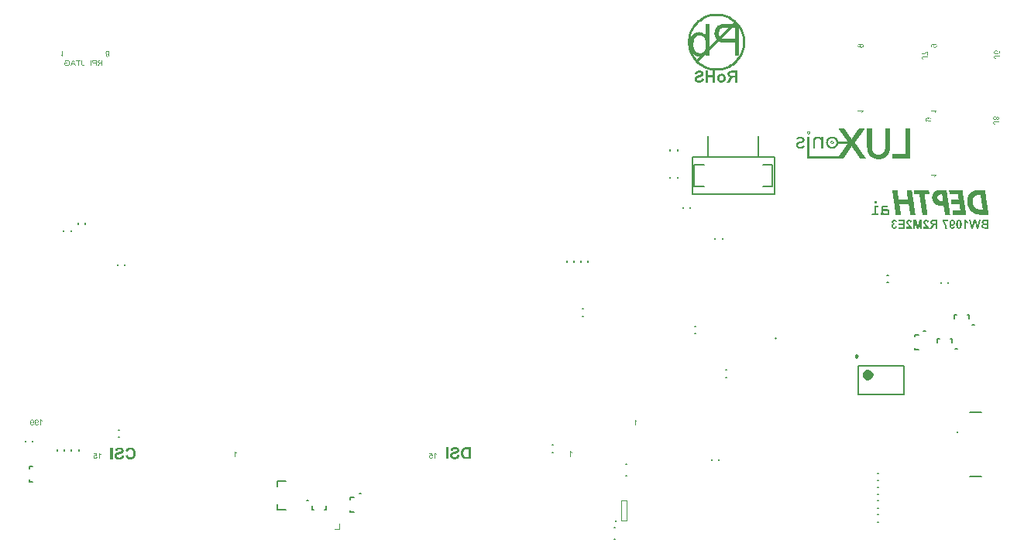
<source format=gbo>
G04*
G04 #@! TF.GenerationSoftware,Altium Limited,Altium Designer,19.1.8 (144)*
G04*
G04 Layer_Color=16777215*
%FSLAX44Y44*%
%MOMM*%
G71*
G01*
G75*
%ADD11C,0.2500*%
%ADD12C,0.2540*%
%ADD15C,0.2000*%
%ADD17C,0.1000*%
%ADD18C,0.2540*%
%ADD212C,0.6000*%
G36*
X882075Y462672D02*
X882422D01*
Y462629D01*
X882552D01*
Y462585D01*
X882682D01*
Y462542D01*
X882812D01*
Y462498D01*
X882899D01*
Y462455D01*
X882943D01*
Y462411D01*
X883029D01*
Y462368D01*
X883073D01*
Y462325D01*
X883160D01*
Y462281D01*
X883203D01*
Y462238D01*
X883247D01*
Y462195D01*
X883290D01*
Y462151D01*
X883333D01*
Y462108D01*
X883377D01*
Y462064D01*
X883420D01*
Y462021D01*
Y461977D01*
X883464D01*
Y461934D01*
X883507D01*
Y461891D01*
Y461847D01*
X883550D01*
Y461804D01*
Y461760D01*
X883594D01*
Y461717D01*
Y461674D01*
X883637D01*
Y461630D01*
Y461587D01*
X883680D01*
Y461543D01*
Y461500D01*
Y461457D01*
X883724D01*
Y461413D01*
Y461370D01*
Y461326D01*
Y461283D01*
Y461240D01*
X883767D01*
Y461196D01*
Y461153D01*
Y461109D01*
Y461066D01*
Y461023D01*
Y460979D01*
Y460936D01*
Y460892D01*
Y460849D01*
Y460806D01*
Y460762D01*
Y460719D01*
Y460675D01*
Y460632D01*
Y460589D01*
X883724D01*
Y460545D01*
Y460502D01*
Y460458D01*
Y460415D01*
Y460372D01*
X883680D01*
Y460328D01*
Y460285D01*
Y460241D01*
X883637D01*
Y460198D01*
Y460154D01*
X883594D01*
Y460111D01*
Y460068D01*
X883550D01*
Y460024D01*
Y459981D01*
X883507D01*
Y459938D01*
Y459894D01*
X883464D01*
Y459851D01*
X883420D01*
Y459807D01*
Y459764D01*
X883377D01*
Y459720D01*
X883333D01*
Y459677D01*
X883290D01*
Y459634D01*
X883247D01*
Y459590D01*
X883203D01*
Y459547D01*
X883160D01*
Y459504D01*
X883073D01*
Y459460D01*
X883029D01*
Y459417D01*
X882943D01*
Y459373D01*
X882899D01*
Y459330D01*
X882812D01*
Y459286D01*
X882682D01*
Y459243D01*
X882595D01*
Y459200D01*
X882422D01*
Y459156D01*
X882118D01*
Y459113D01*
X881814D01*
Y459156D01*
X881510D01*
Y459200D01*
X881337D01*
Y459243D01*
X881207D01*
Y459286D01*
X881120D01*
Y459330D01*
X881033D01*
Y459373D01*
X880946D01*
Y459417D01*
X880903D01*
Y459460D01*
X880816D01*
Y459504D01*
X880772D01*
Y459547D01*
X880729D01*
Y459590D01*
X880686D01*
Y459634D01*
X880642D01*
Y459677D01*
X880599D01*
Y459720D01*
X880555D01*
Y459764D01*
X880512D01*
Y459807D01*
X880469D01*
Y459851D01*
Y459894D01*
X880425D01*
Y459938D01*
X880382D01*
Y459981D01*
Y460024D01*
X880339D01*
Y460068D01*
Y460111D01*
X880295D01*
Y460154D01*
Y460198D01*
X880252D01*
Y460241D01*
Y460285D01*
Y460328D01*
X880208D01*
Y460372D01*
Y460415D01*
Y460458D01*
Y460502D01*
X880165D01*
Y460545D01*
Y460589D01*
Y460632D01*
Y460675D01*
Y460719D01*
Y460762D01*
Y460806D01*
Y460849D01*
Y460892D01*
Y460936D01*
Y460979D01*
Y461023D01*
Y461066D01*
Y461109D01*
Y461153D01*
Y461196D01*
Y461240D01*
Y461283D01*
Y461326D01*
X880208D01*
Y461370D01*
Y461413D01*
Y461457D01*
Y461500D01*
X880252D01*
Y461543D01*
Y461587D01*
Y461630D01*
X880295D01*
Y461674D01*
Y461717D01*
X880339D01*
Y461760D01*
Y461804D01*
X880382D01*
Y461847D01*
Y461891D01*
X880425D01*
Y461934D01*
X880469D01*
Y461977D01*
Y462021D01*
X880512D01*
Y462064D01*
X880555D01*
Y462108D01*
X880599D01*
Y462151D01*
X880642D01*
Y462195D01*
X880686D01*
Y462238D01*
X880729D01*
Y462281D01*
X880772D01*
Y462325D01*
X880816D01*
Y462368D01*
X880903D01*
Y462411D01*
X880946D01*
Y462455D01*
X881033D01*
Y462498D01*
X881120D01*
Y462542D01*
X881207D01*
Y462585D01*
X881337D01*
Y462629D01*
X881510D01*
Y462672D01*
X881858D01*
Y462715D01*
X882075D01*
Y462672D01*
D02*
G37*
G36*
X943880Y465623D02*
Y465580D01*
X943837D01*
Y465536D01*
X943793D01*
Y465493D01*
X943750D01*
Y465450D01*
Y465406D01*
X943707D01*
Y465363D01*
X943663D01*
Y465320D01*
Y465276D01*
X943620D01*
Y465233D01*
X943576D01*
Y465189D01*
Y465146D01*
X943533D01*
Y465102D01*
X943490D01*
Y465059D01*
X943446D01*
Y465016D01*
Y464972D01*
X943403D01*
Y464929D01*
X943359D01*
Y464885D01*
Y464842D01*
X943316D01*
Y464799D01*
X943273D01*
Y464755D01*
X943229D01*
Y464712D01*
Y464668D01*
X943186D01*
Y464625D01*
X943142D01*
Y464582D01*
Y464538D01*
X943099D01*
Y464495D01*
X943056D01*
Y464451D01*
X943012D01*
Y464408D01*
Y464365D01*
X942969D01*
Y464321D01*
X942925D01*
Y464278D01*
Y464234D01*
X942882D01*
Y464191D01*
X942839D01*
Y464148D01*
X942795D01*
Y464104D01*
Y464061D01*
X942752D01*
Y464017D01*
X942708D01*
Y463974D01*
Y463931D01*
X942665D01*
Y463887D01*
X942622D01*
Y463844D01*
X942578D01*
Y463800D01*
Y463757D01*
X942535D01*
Y463714D01*
X942491D01*
Y463670D01*
Y463627D01*
X942448D01*
Y463583D01*
X942404D01*
Y463540D01*
Y463497D01*
X942361D01*
Y463453D01*
X942318D01*
Y463410D01*
X942274D01*
Y463366D01*
Y463323D01*
X942231D01*
Y463279D01*
X942188D01*
Y463236D01*
Y463193D01*
X942144D01*
Y463149D01*
X942101D01*
Y463106D01*
X942057D01*
Y463063D01*
Y463019D01*
X942014D01*
Y462976D01*
X941971D01*
Y462932D01*
Y462889D01*
X941927D01*
Y462845D01*
X941884D01*
Y462802D01*
X941840D01*
Y462759D01*
Y462715D01*
X941797D01*
Y462672D01*
X941753D01*
Y462629D01*
Y462585D01*
X941710D01*
Y462542D01*
X941667D01*
Y462498D01*
X941623D01*
Y462455D01*
Y462411D01*
X941580D01*
Y462368D01*
X941536D01*
Y462325D01*
Y462281D01*
X941493D01*
Y462238D01*
X941450D01*
Y462195D01*
X941406D01*
Y462151D01*
Y462108D01*
X941363D01*
Y462064D01*
X941320D01*
Y462021D01*
Y461977D01*
X941276D01*
Y461934D01*
X941233D01*
Y461891D01*
Y461847D01*
X941189D01*
Y461804D01*
X941146D01*
Y461760D01*
X941103D01*
Y461717D01*
Y461674D01*
X941059D01*
Y461630D01*
X941016D01*
Y461587D01*
Y461543D01*
X940972D01*
Y461500D01*
X940929D01*
Y461457D01*
X940885D01*
Y461413D01*
Y461370D01*
X940842D01*
Y461326D01*
X940799D01*
Y461283D01*
Y461240D01*
X940755D01*
Y461196D01*
X940712D01*
Y461153D01*
X940668D01*
Y461109D01*
Y461066D01*
X940625D01*
Y461023D01*
X940582D01*
Y460979D01*
Y460936D01*
X940538D01*
Y460892D01*
X940495D01*
Y460849D01*
X940451D01*
Y460806D01*
Y460762D01*
X940408D01*
Y460719D01*
X940365D01*
Y460675D01*
Y460632D01*
X940321D01*
Y460589D01*
X940278D01*
Y460545D01*
X940234D01*
Y460502D01*
Y460458D01*
X940191D01*
Y460415D01*
X940148D01*
Y460372D01*
Y460328D01*
X940104D01*
Y460285D01*
X940061D01*
Y460241D01*
Y460198D01*
X940017D01*
Y460154D01*
X939974D01*
Y460111D01*
X939931D01*
Y460068D01*
Y460024D01*
X939887D01*
Y459981D01*
X939844D01*
Y459938D01*
Y459894D01*
X939800D01*
Y459851D01*
X939757D01*
Y459807D01*
X939714D01*
Y459764D01*
Y459720D01*
X939670D01*
Y459677D01*
X939627D01*
Y459634D01*
Y459590D01*
X939583D01*
Y459547D01*
X939540D01*
Y459504D01*
X939497D01*
Y459460D01*
Y459417D01*
X939453D01*
Y459373D01*
X939410D01*
Y459330D01*
Y459286D01*
X939366D01*
Y459243D01*
X939323D01*
Y459200D01*
X939279D01*
Y459156D01*
Y459113D01*
X939236D01*
Y459070D01*
X939193D01*
Y459026D01*
Y458983D01*
X939149D01*
Y458939D01*
X939106D01*
Y458896D01*
X939062D01*
Y458852D01*
Y458809D01*
X939019D01*
Y458766D01*
X938976D01*
Y458722D01*
Y458679D01*
X938932D01*
Y458635D01*
X938889D01*
Y458592D01*
X938846D01*
Y458549D01*
Y458505D01*
X938802D01*
Y458462D01*
X938759D01*
Y458418D01*
Y458375D01*
X938715D01*
Y458332D01*
X938672D01*
Y458288D01*
Y458245D01*
X938628D01*
Y458201D01*
X938585D01*
Y458158D01*
X938542D01*
Y458115D01*
Y458071D01*
X938498D01*
Y458028D01*
X938455D01*
Y457984D01*
Y457941D01*
X938411D01*
Y457898D01*
X938368D01*
Y457854D01*
X938325D01*
Y457811D01*
Y457767D01*
X938281D01*
Y457724D01*
X938238D01*
Y457681D01*
Y457637D01*
X938195D01*
Y457594D01*
X938151D01*
Y457550D01*
X938108D01*
Y457507D01*
Y457464D01*
X938064D01*
Y457420D01*
X938021D01*
Y457377D01*
Y457333D01*
X937978D01*
Y457290D01*
X937934D01*
Y457247D01*
X937891D01*
Y457203D01*
Y457160D01*
X937847D01*
Y457116D01*
X937804D01*
Y457073D01*
Y457029D01*
X937760D01*
Y456986D01*
X937717D01*
Y456943D01*
X937674D01*
Y456899D01*
Y456856D01*
X937630D01*
Y456813D01*
X937587D01*
Y456769D01*
Y456726D01*
X937543D01*
Y456682D01*
X937500D01*
Y456639D01*
Y456595D01*
X937457D01*
Y456552D01*
X937413D01*
Y456509D01*
X937370D01*
Y456465D01*
Y456422D01*
X937326D01*
Y456379D01*
X937283D01*
Y456335D01*
Y456292D01*
X937240D01*
Y456248D01*
X937196D01*
Y456205D01*
X937153D01*
Y456161D01*
Y456118D01*
X937109D01*
Y456075D01*
X937066D01*
Y456031D01*
Y455988D01*
X937023D01*
Y455945D01*
X936979D01*
Y455901D01*
X936936D01*
Y455858D01*
Y455814D01*
X936892D01*
Y455771D01*
X936849D01*
Y455727D01*
Y455684D01*
X936806D01*
Y455641D01*
X936762D01*
Y455597D01*
X936719D01*
Y455554D01*
Y455510D01*
X936675D01*
Y455467D01*
X936632D01*
Y455424D01*
Y455380D01*
X936589D01*
Y455337D01*
X936545D01*
Y455293D01*
X936502D01*
Y455250D01*
Y455207D01*
X936458D01*
Y455163D01*
X936415D01*
Y455120D01*
Y455076D01*
X936372D01*
Y455033D01*
X936328D01*
Y454990D01*
Y454946D01*
X936285D01*
Y454903D01*
X936241D01*
Y454859D01*
X936198D01*
Y454816D01*
Y454773D01*
X936155D01*
Y454729D01*
X936111D01*
Y454686D01*
Y454642D01*
X936068D01*
Y454599D01*
X936024D01*
Y454556D01*
X935981D01*
Y454512D01*
Y454469D01*
X935938D01*
Y454425D01*
X935894D01*
Y454382D01*
Y454338D01*
X935851D01*
Y454295D01*
X935807D01*
Y454252D01*
X935764D01*
Y454208D01*
Y454165D01*
X935721D01*
Y454122D01*
X935677D01*
Y454078D01*
Y454035D01*
X935634D01*
Y453991D01*
X935590D01*
Y453948D01*
X935547D01*
Y453904D01*
Y453861D01*
X935503D01*
Y453818D01*
X935460D01*
Y453774D01*
Y453731D01*
X935417D01*
Y453688D01*
X935373D01*
Y453644D01*
X935330D01*
Y453601D01*
Y453557D01*
X935286D01*
Y453514D01*
X935243D01*
Y453470D01*
Y453427D01*
X935200D01*
Y453384D01*
X935156D01*
Y453340D01*
Y453297D01*
X935113D01*
Y453254D01*
X935070D01*
Y453210D01*
X935026D01*
Y453167D01*
Y453123D01*
X934983D01*
Y453080D01*
X934939D01*
Y453036D01*
Y452993D01*
X934896D01*
Y452950D01*
X934853D01*
Y452906D01*
X934809D01*
Y452863D01*
Y452820D01*
X934766D01*
Y452776D01*
X934722D01*
Y452733D01*
Y452689D01*
X934679D01*
Y452646D01*
X934635D01*
Y452602D01*
X934592D01*
Y452559D01*
Y452516D01*
X934549D01*
Y452472D01*
X934505D01*
Y452429D01*
Y452385D01*
X934462D01*
Y452342D01*
X934418D01*
Y452299D01*
X934375D01*
Y452255D01*
Y452212D01*
X934332D01*
Y452168D01*
X934288D01*
Y452125D01*
Y452082D01*
X934245D01*
Y452038D01*
X934201D01*
Y451995D01*
X934158D01*
Y451951D01*
Y451908D01*
X934115D01*
Y451865D01*
X934071D01*
Y451821D01*
Y451778D01*
X934028D01*
Y451734D01*
X933984D01*
Y451691D01*
X933941D01*
Y451648D01*
Y451604D01*
X933898D01*
Y451561D01*
X933854D01*
Y451517D01*
Y451474D01*
X933811D01*
Y451431D01*
X933767D01*
Y451387D01*
Y451344D01*
X933724D01*
Y451300D01*
X933681D01*
Y451257D01*
X933637D01*
Y451213D01*
Y451170D01*
X933594D01*
Y451127D01*
X933550D01*
Y451083D01*
Y451040D01*
X933507D01*
Y450997D01*
X933464D01*
Y450953D01*
X933420D01*
Y450910D01*
Y450866D01*
X933377D01*
Y450823D01*
X933333D01*
Y450779D01*
Y450736D01*
X933290D01*
Y450693D01*
X933247D01*
Y450649D01*
X933203D01*
Y450606D01*
Y450563D01*
X933160D01*
Y450519D01*
X933116D01*
Y450476D01*
Y450432D01*
X933073D01*
Y450389D01*
X933029D01*
Y450345D01*
X932986D01*
Y450302D01*
Y450259D01*
X932943D01*
Y450215D01*
X932899D01*
Y450172D01*
Y450129D01*
X932856D01*
Y450085D01*
X932812D01*
Y450042D01*
Y449998D01*
X932856D01*
Y449955D01*
X932899D01*
Y449911D01*
Y449868D01*
X932943D01*
Y449825D01*
X932986D01*
Y449781D01*
Y449738D01*
X933029D01*
Y449694D01*
X933073D01*
Y449651D01*
Y449608D01*
X933116D01*
Y449564D01*
X933160D01*
Y449521D01*
Y449478D01*
X933203D01*
Y449434D01*
X933247D01*
Y449391D01*
Y449347D01*
X933290D01*
Y449304D01*
X933333D01*
Y449260D01*
X933377D01*
Y449217D01*
Y449174D01*
X933420D01*
Y449130D01*
X933464D01*
Y449087D01*
Y449043D01*
X933507D01*
Y449000D01*
X933550D01*
Y448957D01*
Y448913D01*
X933594D01*
Y448870D01*
X933637D01*
Y448826D01*
Y448783D01*
X933681D01*
Y448740D01*
X933724D01*
Y448696D01*
X933767D01*
Y448653D01*
Y448609D01*
X933811D01*
Y448566D01*
X933854D01*
Y448523D01*
Y448479D01*
X933898D01*
Y448436D01*
X933941D01*
Y448392D01*
Y448349D01*
X933984D01*
Y448306D01*
X934028D01*
Y448262D01*
Y448219D01*
X934071D01*
Y448175D01*
X934115D01*
Y448132D01*
X934158D01*
Y448089D01*
Y448045D01*
X934201D01*
Y448002D01*
X934245D01*
Y447958D01*
Y447915D01*
X934288D01*
Y447872D01*
X934332D01*
Y447828D01*
Y447785D01*
X934375D01*
Y447741D01*
X934418D01*
Y447698D01*
Y447654D01*
X934462D01*
Y447611D01*
X934505D01*
Y447568D01*
X934549D01*
Y447524D01*
Y447481D01*
X934592D01*
Y447438D01*
X934635D01*
Y447394D01*
Y447351D01*
X934679D01*
Y447307D01*
X934722D01*
Y447264D01*
Y447220D01*
X934766D01*
Y447177D01*
X934809D01*
Y447134D01*
Y447090D01*
X934853D01*
Y447047D01*
X934896D01*
Y447004D01*
X934939D01*
Y446960D01*
Y446917D01*
X934983D01*
Y446873D01*
X935026D01*
Y446830D01*
Y446786D01*
X935070D01*
Y446743D01*
X935113D01*
Y446700D01*
Y446656D01*
X935156D01*
Y446613D01*
X935200D01*
Y446570D01*
Y446526D01*
X935243D01*
Y446483D01*
X935286D01*
Y446439D01*
X935330D01*
Y446396D01*
Y446352D01*
X935373D01*
Y446309D01*
X935417D01*
Y446266D01*
Y446222D01*
X935460D01*
Y446179D01*
X935503D01*
Y446135D01*
Y446092D01*
X935547D01*
Y446049D01*
X935590D01*
Y446005D01*
Y445962D01*
X935634D01*
Y445918D01*
X935677D01*
Y445875D01*
X935721D01*
Y445832D01*
Y445788D01*
X935764D01*
Y445745D01*
X935807D01*
Y445701D01*
Y445658D01*
X935851D01*
Y445615D01*
X935894D01*
Y445571D01*
Y445528D01*
X935938D01*
Y445484D01*
X935981D01*
Y445441D01*
Y445398D01*
X936024D01*
Y445354D01*
X936068D01*
Y445311D01*
X936111D01*
Y445267D01*
Y445224D01*
X936155D01*
Y445181D01*
X936198D01*
Y445137D01*
Y445094D01*
X936241D01*
Y445050D01*
X936285D01*
Y445007D01*
Y444964D01*
X936328D01*
Y444920D01*
X936372D01*
Y444877D01*
Y444833D01*
X936415D01*
Y444790D01*
X936458D01*
Y444747D01*
X936502D01*
Y444703D01*
Y444660D01*
X936545D01*
Y444616D01*
X936589D01*
Y444573D01*
Y444529D01*
X936632D01*
Y444486D01*
X936675D01*
Y444443D01*
Y444399D01*
X936719D01*
Y444356D01*
X936762D01*
Y444313D01*
Y444269D01*
X936806D01*
Y444226D01*
X936849D01*
Y444182D01*
Y444139D01*
X936892D01*
Y444095D01*
X936936D01*
Y444052D01*
X936979D01*
Y444009D01*
Y443965D01*
X937023D01*
Y443922D01*
X937066D01*
Y443879D01*
Y443835D01*
X937109D01*
Y443792D01*
X937153D01*
Y443748D01*
Y443705D01*
X937196D01*
Y443661D01*
X937240D01*
Y443618D01*
Y443575D01*
X937283D01*
Y443531D01*
X937326D01*
Y443488D01*
X937370D01*
Y443445D01*
Y443401D01*
X937413D01*
Y443358D01*
X937457D01*
Y443314D01*
Y443271D01*
X937500D01*
Y443228D01*
X937543D01*
Y443184D01*
Y443141D01*
X937587D01*
Y443097D01*
X937630D01*
Y443054D01*
Y443010D01*
X937674D01*
Y442967D01*
X937717D01*
Y442924D01*
X937760D01*
Y442880D01*
Y442837D01*
X937804D01*
Y442793D01*
X937847D01*
Y442750D01*
Y442707D01*
X937891D01*
Y442663D01*
X937934D01*
Y442620D01*
Y442576D01*
X937978D01*
Y442533D01*
X938021D01*
Y442490D01*
Y442446D01*
X938064D01*
Y442403D01*
X938108D01*
Y442359D01*
X938151D01*
Y442316D01*
Y442273D01*
X938195D01*
Y442229D01*
X938238D01*
Y442186D01*
Y442142D01*
X938281D01*
Y442099D01*
X938325D01*
Y442056D01*
Y442012D01*
X938368D01*
Y441969D01*
X938411D01*
Y441925D01*
Y441882D01*
X938455D01*
Y441838D01*
X938498D01*
Y441795D01*
X938542D01*
Y441752D01*
Y441708D01*
X938585D01*
Y441665D01*
X938628D01*
Y441622D01*
Y441578D01*
X938672D01*
Y441535D01*
X938715D01*
Y441491D01*
Y441448D01*
X938759D01*
Y441404D01*
X938802D01*
Y441361D01*
Y441318D01*
X938846D01*
Y441274D01*
X938889D01*
Y441231D01*
X938932D01*
Y441188D01*
Y441144D01*
X938976D01*
Y441101D01*
X939019D01*
Y441057D01*
Y441014D01*
X939062D01*
Y440970D01*
X939106D01*
Y440927D01*
Y440884D01*
X939149D01*
Y440840D01*
X939193D01*
Y440797D01*
Y440754D01*
X939236D01*
Y440710D01*
X939279D01*
Y440667D01*
X939323D01*
Y440623D01*
Y440580D01*
X939366D01*
Y440536D01*
X939410D01*
Y440493D01*
Y440450D01*
X939453D01*
Y440406D01*
X939497D01*
Y440363D01*
Y440319D01*
X939540D01*
Y440276D01*
X939583D01*
Y440233D01*
Y440189D01*
X939627D01*
Y440146D01*
X939670D01*
Y440102D01*
X939714D01*
Y440059D01*
Y440016D01*
X939757D01*
Y439972D01*
X939800D01*
Y439929D01*
Y439885D01*
X939844D01*
Y439842D01*
X939887D01*
Y439799D01*
Y439755D01*
X939931D01*
Y439712D01*
X939974D01*
Y439668D01*
Y439625D01*
X940017D01*
Y439582D01*
X940061D01*
Y439538D01*
Y439495D01*
X940104D01*
Y439451D01*
X940148D01*
Y439408D01*
X940191D01*
Y439365D01*
Y439321D01*
X940234D01*
Y439278D01*
X940278D01*
Y439234D01*
Y439191D01*
X940321D01*
Y439148D01*
X940365D01*
Y439104D01*
Y439061D01*
X940408D01*
Y439017D01*
X940451D01*
Y438974D01*
Y438931D01*
X940495D01*
Y438887D01*
X940538D01*
Y438844D01*
X940582D01*
Y438800D01*
Y438757D01*
X940625D01*
Y438713D01*
X940668D01*
Y438670D01*
Y438627D01*
X940712D01*
Y438583D01*
X940755D01*
Y438540D01*
Y438497D01*
X940799D01*
Y438453D01*
X940842D01*
Y438410D01*
Y438366D01*
X940885D01*
Y438323D01*
X940929D01*
Y438279D01*
X940972D01*
Y438236D01*
Y438193D01*
X941016D01*
Y438149D01*
X941059D01*
Y438106D01*
Y438063D01*
X941103D01*
Y438019D01*
X941146D01*
Y437976D01*
Y437932D01*
X941189D01*
Y437889D01*
X941233D01*
Y437845D01*
Y437802D01*
X941276D01*
Y437759D01*
X941320D01*
Y437715D01*
X941363D01*
Y437672D01*
Y437629D01*
X941406D01*
Y437585D01*
X941450D01*
Y437542D01*
Y437498D01*
X941493D01*
Y437455D01*
X941536D01*
Y437411D01*
Y437368D01*
X941580D01*
Y437325D01*
X941623D01*
Y437281D01*
Y437238D01*
X941667D01*
Y437194D01*
X941710D01*
Y437151D01*
X941753D01*
Y437108D01*
Y437064D01*
X941797D01*
Y437021D01*
X941840D01*
Y436977D01*
Y436934D01*
X941884D01*
Y436891D01*
X941927D01*
Y436847D01*
Y436804D01*
X941971D01*
Y436760D01*
X942014D01*
Y436717D01*
Y436674D01*
X942057D01*
Y436630D01*
X942101D01*
Y436587D01*
X942144D01*
Y436543D01*
Y436500D01*
X942188D01*
Y436457D01*
X942231D01*
Y436413D01*
Y436370D01*
X942274D01*
Y436326D01*
X942318D01*
Y436283D01*
Y436240D01*
X942361D01*
Y436196D01*
X942404D01*
Y436153D01*
Y436109D01*
X942448D01*
Y436066D01*
X942491D01*
Y436022D01*
X942535D01*
Y435979D01*
Y435936D01*
X942578D01*
Y435892D01*
X942622D01*
Y435849D01*
Y435806D01*
X942665D01*
Y435762D01*
X942708D01*
Y435719D01*
Y435675D01*
X942752D01*
Y435632D01*
X942795D01*
Y435588D01*
Y435545D01*
X942839D01*
Y435502D01*
X942882D01*
Y435458D01*
X942925D01*
Y435415D01*
Y435372D01*
X942969D01*
Y435328D01*
X943012D01*
Y435285D01*
Y435241D01*
X943056D01*
Y435198D01*
X943099D01*
Y435154D01*
Y435111D01*
X943142D01*
Y435068D01*
X943186D01*
Y435024D01*
Y434981D01*
X943229D01*
Y434938D01*
X943273D01*
Y434894D01*
X943316D01*
Y434851D01*
Y434807D01*
X943359D01*
Y434764D01*
X943403D01*
Y434720D01*
Y434677D01*
X943446D01*
Y434634D01*
X943490D01*
Y434590D01*
Y434547D01*
X943533D01*
Y434503D01*
X943576D01*
Y434460D01*
Y434417D01*
X943620D01*
Y434373D01*
X943663D01*
Y434330D01*
Y434286D01*
X943707D01*
Y434243D01*
X943750D01*
Y434200D01*
X943793D01*
Y434156D01*
Y434113D01*
X943837D01*
Y434069D01*
X943880D01*
Y434026D01*
Y433983D01*
X943924D01*
Y433939D01*
X943967D01*
Y433896D01*
Y433852D01*
X944010D01*
Y433809D01*
X944054D01*
Y433766D01*
Y433722D01*
X944097D01*
Y433679D01*
X944141D01*
Y433635D01*
X944184D01*
Y433592D01*
Y433549D01*
X944228D01*
Y433505D01*
X944271D01*
Y433462D01*
Y433418D01*
X944314D01*
Y433375D01*
X944358D01*
Y433332D01*
Y433288D01*
X944401D01*
Y433245D01*
X944445D01*
Y433201D01*
Y433158D01*
X944488D01*
Y433115D01*
X944531D01*
Y433071D01*
X944575D01*
Y433028D01*
Y432984D01*
X944618D01*
Y432941D01*
X944661D01*
Y432897D01*
Y432854D01*
X944705D01*
Y432811D01*
X944748D01*
Y432767D01*
X938238D01*
Y432811D01*
X938195D01*
Y432854D01*
X938151D01*
Y432897D01*
Y432941D01*
X938108D01*
Y432984D01*
X938064D01*
Y433028D01*
Y433071D01*
X938021D01*
Y433115D01*
X937978D01*
Y433158D01*
Y433201D01*
X937934D01*
Y433245D01*
X937891D01*
Y433288D01*
Y433332D01*
X937847D01*
Y433375D01*
X937804D01*
Y433418D01*
Y433462D01*
X937760D01*
Y433505D01*
X937717D01*
Y433549D01*
Y433592D01*
X937674D01*
Y433635D01*
X937630D01*
Y433679D01*
Y433722D01*
X937587D01*
Y433766D01*
X937543D01*
Y433809D01*
Y433852D01*
X937500D01*
Y433896D01*
X937457D01*
Y433939D01*
Y433983D01*
X937413D01*
Y434026D01*
X937370D01*
Y434069D01*
Y434113D01*
X937326D01*
Y434156D01*
X937283D01*
Y434200D01*
Y434243D01*
X937240D01*
Y434286D01*
X937196D01*
Y434330D01*
Y434373D01*
X937153D01*
Y434417D01*
X937109D01*
Y434460D01*
Y434503D01*
X937066D01*
Y434547D01*
X937023D01*
Y434590D01*
Y434634D01*
X936979D01*
Y434677D01*
X936936D01*
Y434720D01*
Y434764D01*
X936892D01*
Y434807D01*
X936849D01*
Y434851D01*
Y434894D01*
X936806D01*
Y434938D01*
X936762D01*
Y434981D01*
Y435024D01*
X936719D01*
Y435068D01*
X936675D01*
Y435111D01*
Y435154D01*
X936632D01*
Y435198D01*
X936589D01*
Y435241D01*
Y435285D01*
X936545D01*
Y435328D01*
X936502D01*
Y435372D01*
X936458D01*
Y435415D01*
Y435458D01*
X936415D01*
Y435502D01*
X936372D01*
Y435545D01*
Y435588D01*
X936328D01*
Y435632D01*
X936285D01*
Y435675D01*
Y435719D01*
X936241D01*
Y435762D01*
X936198D01*
Y435806D01*
Y435849D01*
X936155D01*
Y435892D01*
X936111D01*
Y435936D01*
Y435979D01*
X936068D01*
Y436022D01*
X936024D01*
Y436066D01*
Y436109D01*
X935981D01*
Y436153D01*
X935938D01*
Y436196D01*
Y436240D01*
X935894D01*
Y436283D01*
X935851D01*
Y436326D01*
Y436370D01*
X935807D01*
Y436413D01*
X935764D01*
Y436457D01*
Y436500D01*
X935721D01*
Y436543D01*
X935677D01*
Y436587D01*
Y436630D01*
X935634D01*
Y436674D01*
X935590D01*
Y436717D01*
Y436760D01*
X935547D01*
Y436804D01*
X935503D01*
Y436847D01*
Y436891D01*
X935460D01*
Y436934D01*
X935417D01*
Y436977D01*
Y437021D01*
X935373D01*
Y437064D01*
X935330D01*
Y437108D01*
Y437151D01*
X935286D01*
Y437194D01*
X935243D01*
Y437238D01*
Y437281D01*
X935200D01*
Y437325D01*
X935156D01*
Y437368D01*
Y437411D01*
X935113D01*
Y437455D01*
X935070D01*
Y437498D01*
Y437542D01*
X935026D01*
Y437585D01*
X934983D01*
Y437629D01*
Y437672D01*
X934939D01*
Y437715D01*
X934896D01*
Y437759D01*
Y437802D01*
X934853D01*
Y437845D01*
X934809D01*
Y437889D01*
Y437932D01*
X934766D01*
Y437976D01*
X934722D01*
Y438019D01*
Y438063D01*
X934679D01*
Y438106D01*
X934635D01*
Y438149D01*
Y438193D01*
X934592D01*
Y438236D01*
X934549D01*
Y438279D01*
X934505D01*
Y438323D01*
Y438366D01*
X934462D01*
Y438410D01*
X934418D01*
Y438453D01*
Y438497D01*
X934375D01*
Y438540D01*
X934332D01*
Y438583D01*
Y438627D01*
X934288D01*
Y438670D01*
X934245D01*
Y438713D01*
Y438757D01*
X934201D01*
Y438800D01*
X934158D01*
Y438844D01*
Y438887D01*
X934115D01*
Y438931D01*
X934071D01*
Y438974D01*
Y439017D01*
X934028D01*
Y439061D01*
X933984D01*
Y439104D01*
Y439148D01*
X933941D01*
Y439191D01*
X933898D01*
Y439234D01*
Y439278D01*
X933854D01*
Y439321D01*
X933811D01*
Y439365D01*
Y439408D01*
X933767D01*
Y439451D01*
X933724D01*
Y439495D01*
Y439538D01*
X933681D01*
Y439582D01*
X933637D01*
Y439625D01*
Y439668D01*
X933594D01*
Y439712D01*
X933550D01*
Y439755D01*
Y439799D01*
X933507D01*
Y439842D01*
X933464D01*
Y439885D01*
Y439929D01*
X933420D01*
Y439972D01*
X933377D01*
Y440016D01*
Y440059D01*
X933333D01*
Y440102D01*
X933290D01*
Y440146D01*
Y440189D01*
X933247D01*
Y440233D01*
X933203D01*
Y440276D01*
Y440319D01*
X933160D01*
Y440363D01*
X933116D01*
Y440406D01*
Y440450D01*
X933073D01*
Y440493D01*
X933029D01*
Y440536D01*
Y440580D01*
X932986D01*
Y440623D01*
X932943D01*
Y440667D01*
Y440710D01*
X932899D01*
Y440754D01*
X932856D01*
Y440797D01*
Y440840D01*
X932812D01*
Y440884D01*
X932769D01*
Y440927D01*
Y440970D01*
X932726D01*
Y441014D01*
X932682D01*
Y441057D01*
X932639D01*
Y441101D01*
Y441144D01*
X932596D01*
Y441188D01*
X932552D01*
Y441231D01*
Y441274D01*
X932509D01*
Y441318D01*
X932465D01*
Y441361D01*
Y441404D01*
X932422D01*
Y441448D01*
X932378D01*
Y441491D01*
Y441535D01*
X932335D01*
Y441578D01*
X932292D01*
Y441622D01*
Y441665D01*
X932248D01*
Y441708D01*
X932205D01*
Y441752D01*
Y441795D01*
X932161D01*
Y441838D01*
X932118D01*
Y441882D01*
Y441925D01*
X932075D01*
Y441969D01*
X932031D01*
Y442012D01*
Y442056D01*
X931988D01*
Y442099D01*
X931945D01*
Y442142D01*
Y442186D01*
X931901D01*
Y442229D01*
X931858D01*
Y442273D01*
Y442316D01*
X931814D01*
Y442359D01*
X931771D01*
Y442403D01*
Y442446D01*
X931728D01*
Y442490D01*
X931684D01*
Y442533D01*
Y442576D01*
X931641D01*
Y442620D01*
X931597D01*
Y442663D01*
Y442707D01*
X931554D01*
Y442750D01*
X931510D01*
Y442793D01*
Y442837D01*
X931467D01*
Y442880D01*
X931424D01*
Y442924D01*
Y442967D01*
X931380D01*
Y443010D01*
X931337D01*
Y443054D01*
Y443097D01*
X931293D01*
Y443141D01*
X931250D01*
Y443184D01*
Y443228D01*
X931207D01*
Y443271D01*
X931163D01*
Y443314D01*
Y443358D01*
X931120D01*
Y443401D01*
X931076D01*
Y443445D01*
Y443488D01*
X931033D01*
Y443531D01*
X930990D01*
Y443575D01*
Y443618D01*
X930946D01*
Y443661D01*
X930903D01*
Y443705D01*
Y443748D01*
X930859D01*
Y443792D01*
X930816D01*
Y443835D01*
X930773D01*
Y443879D01*
Y443922D01*
X930729D01*
Y443965D01*
X930686D01*
Y444009D01*
Y444052D01*
X930642D01*
Y444095D01*
X930599D01*
Y444139D01*
Y444182D01*
X930556D01*
Y444226D01*
X930512D01*
Y444269D01*
Y444313D01*
X930469D01*
Y444356D01*
X930425D01*
Y444399D01*
Y444443D01*
X930382D01*
Y444486D01*
X930339D01*
Y444529D01*
Y444573D01*
X930295D01*
Y444616D01*
X930252D01*
Y444660D01*
Y444703D01*
X930208D01*
Y444747D01*
X930165D01*
Y444790D01*
Y444833D01*
X930122D01*
Y444877D01*
X930078D01*
Y444920D01*
Y444964D01*
X930035D01*
Y445007D01*
X929991D01*
Y445050D01*
Y445094D01*
X929948D01*
Y445137D01*
X929904D01*
Y445181D01*
Y445224D01*
X929861D01*
Y445267D01*
X929818D01*
Y445311D01*
Y445354D01*
X929774D01*
Y445398D01*
X929731D01*
Y445441D01*
Y445484D01*
X929688D01*
Y445528D01*
X929644D01*
Y445571D01*
Y445615D01*
X929601D01*
Y445658D01*
X929557D01*
Y445701D01*
Y445745D01*
X929514D01*
Y445788D01*
X929471D01*
Y445832D01*
Y445875D01*
X929427D01*
Y445918D01*
X929384D01*
Y445962D01*
Y446005D01*
X929297D01*
Y445962D01*
Y445918D01*
X929253D01*
Y445875D01*
X929210D01*
Y445832D01*
X929167D01*
Y445788D01*
Y445745D01*
X929123D01*
Y445701D01*
X929080D01*
Y445658D01*
Y445615D01*
X929036D01*
Y445571D01*
X928993D01*
Y445528D01*
Y445484D01*
X928950D01*
Y445441D01*
X928906D01*
Y445398D01*
Y445354D01*
X928863D01*
Y445311D01*
X928820D01*
Y445267D01*
Y445224D01*
X928776D01*
Y445181D01*
X928733D01*
Y445137D01*
Y445094D01*
X928689D01*
Y445050D01*
X928646D01*
Y445007D01*
Y444964D01*
X928603D01*
Y444920D01*
X928559D01*
Y444877D01*
Y444833D01*
X928516D01*
Y444790D01*
X928472D01*
Y444747D01*
Y444703D01*
X928429D01*
Y444660D01*
X928385D01*
Y444616D01*
Y444573D01*
X928342D01*
Y444529D01*
X928299D01*
Y444486D01*
Y444443D01*
X928255D01*
Y444399D01*
X928212D01*
Y444356D01*
Y444313D01*
X928168D01*
Y444269D01*
X928125D01*
Y444226D01*
Y444182D01*
X928082D01*
Y444139D01*
X928038D01*
Y444095D01*
Y444052D01*
X927995D01*
Y444009D01*
X927951D01*
Y443965D01*
Y443922D01*
X927908D01*
Y443879D01*
X927865D01*
Y443835D01*
Y443792D01*
X927821D01*
Y443748D01*
X927778D01*
Y443705D01*
Y443661D01*
X927734D01*
Y443618D01*
X927691D01*
Y443575D01*
Y443531D01*
X927648D01*
Y443488D01*
X927604D01*
Y443445D01*
Y443401D01*
X927561D01*
Y443358D01*
X927517D01*
Y443314D01*
Y443271D01*
X927474D01*
Y443228D01*
X927431D01*
Y443184D01*
Y443141D01*
X927387D01*
Y443097D01*
X927344D01*
Y443054D01*
Y443010D01*
X927300D01*
Y442967D01*
X927257D01*
Y442924D01*
Y442880D01*
X927214D01*
Y442837D01*
X927170D01*
Y442793D01*
Y442750D01*
X927127D01*
Y442707D01*
X927083D01*
Y442663D01*
Y442620D01*
X927040D01*
Y442576D01*
X926997D01*
Y442533D01*
Y442490D01*
X926953D01*
Y442446D01*
X926910D01*
Y442403D01*
Y442359D01*
X926866D01*
Y442316D01*
X926823D01*
Y442273D01*
Y442229D01*
X926780D01*
Y442186D01*
X926736D01*
Y442142D01*
Y442099D01*
X926693D01*
Y442056D01*
X926649D01*
Y442012D01*
Y441969D01*
X926606D01*
Y441925D01*
X926562D01*
Y441882D01*
Y441838D01*
X926519D01*
Y441795D01*
X926476D01*
Y441752D01*
Y441708D01*
X926432D01*
Y441665D01*
X926389D01*
Y441622D01*
Y441578D01*
X926346D01*
Y441535D01*
X926302D01*
Y441491D01*
Y441448D01*
X926259D01*
Y441404D01*
X926215D01*
Y441361D01*
Y441318D01*
X926172D01*
Y441274D01*
X926128D01*
Y441231D01*
Y441188D01*
X926085D01*
Y441144D01*
X926042D01*
Y441101D01*
Y441057D01*
X925998D01*
Y441014D01*
X925955D01*
Y440970D01*
Y440927D01*
X925911D01*
Y440884D01*
X925868D01*
Y440840D01*
Y440797D01*
X925825D01*
Y440754D01*
X925781D01*
Y440710D01*
Y440667D01*
X925738D01*
Y440623D01*
X925695D01*
Y440580D01*
Y440536D01*
X925651D01*
Y440493D01*
X925608D01*
Y440450D01*
Y440406D01*
X925564D01*
Y440363D01*
X925521D01*
Y440319D01*
Y440276D01*
X925478D01*
Y440233D01*
X925434D01*
Y440189D01*
Y440146D01*
X925391D01*
Y440102D01*
X925347D01*
Y440059D01*
Y440016D01*
X925304D01*
Y439972D01*
X925260D01*
Y439929D01*
Y439885D01*
X925217D01*
Y439842D01*
X925174D01*
Y439799D01*
Y439755D01*
X925130D01*
Y439712D01*
X925087D01*
Y439668D01*
Y439625D01*
X925043D01*
Y439582D01*
X925000D01*
Y439538D01*
Y439495D01*
X924957D01*
Y439451D01*
X924913D01*
Y439408D01*
Y439365D01*
X924870D01*
Y439321D01*
X924826D01*
Y439278D01*
Y439234D01*
X924783D01*
Y439191D01*
X924740D01*
Y439148D01*
Y439104D01*
X924696D01*
Y439061D01*
X924653D01*
Y439017D01*
Y438974D01*
X924609D01*
Y438931D01*
X924566D01*
Y438887D01*
Y438844D01*
X924523D01*
Y438800D01*
X924479D01*
Y438757D01*
Y438713D01*
X924436D01*
Y438670D01*
X924392D01*
Y438627D01*
Y438583D01*
X924349D01*
Y438540D01*
X924306D01*
Y438497D01*
Y438453D01*
X924262D01*
Y438410D01*
X924219D01*
Y438366D01*
X924175D01*
Y438323D01*
Y438279D01*
X924132D01*
Y438236D01*
X924089D01*
Y438193D01*
Y438149D01*
X924045D01*
Y438106D01*
X924002D01*
Y438063D01*
Y438019D01*
X923958D01*
Y437976D01*
X923915D01*
Y437932D01*
Y437889D01*
X923872D01*
Y437845D01*
X923828D01*
Y437802D01*
Y437759D01*
X923785D01*
Y437715D01*
X923741D01*
Y437672D01*
Y437629D01*
X923698D01*
Y437585D01*
X923654D01*
Y437542D01*
Y437498D01*
X923611D01*
Y437455D01*
X923568D01*
Y437411D01*
Y437368D01*
X923524D01*
Y437325D01*
X923481D01*
Y437281D01*
Y437238D01*
X923438D01*
Y437194D01*
X923394D01*
Y437151D01*
Y437108D01*
X923351D01*
Y437064D01*
X923307D01*
Y437021D01*
Y436977D01*
X923264D01*
Y436934D01*
X923221D01*
Y436891D01*
Y436847D01*
X923177D01*
Y436804D01*
X923134D01*
Y436760D01*
Y436717D01*
X923090D01*
Y436674D01*
X923047D01*
Y436630D01*
Y436587D01*
X923003D01*
Y436543D01*
X922960D01*
Y436500D01*
Y436457D01*
X922917D01*
Y436413D01*
X922873D01*
Y436370D01*
Y436326D01*
X922830D01*
Y436283D01*
X922786D01*
Y436240D01*
Y436196D01*
X922743D01*
Y436153D01*
X922700D01*
Y436109D01*
Y436066D01*
X922656D01*
Y436022D01*
X922613D01*
Y435979D01*
Y435936D01*
X922570D01*
Y435892D01*
X922526D01*
Y435849D01*
Y435806D01*
X922483D01*
Y435762D01*
X922439D01*
Y435719D01*
Y435675D01*
X922396D01*
Y435632D01*
X922353D01*
Y435588D01*
Y435545D01*
X922309D01*
Y435502D01*
X922266D01*
Y435458D01*
Y435415D01*
X922222D01*
Y435372D01*
X922179D01*
Y435328D01*
Y435285D01*
X922135D01*
Y435241D01*
X922092D01*
Y435198D01*
Y435154D01*
X922049D01*
Y435111D01*
X922005D01*
Y435068D01*
Y435024D01*
X921962D01*
Y434981D01*
X921918D01*
Y434938D01*
Y434894D01*
X921875D01*
Y434851D01*
X921832D01*
Y434807D01*
Y434764D01*
X921788D01*
Y434720D01*
X921745D01*
Y434677D01*
Y434634D01*
X921701D01*
Y434590D01*
X921658D01*
Y434547D01*
Y434503D01*
X921615D01*
Y434460D01*
X921571D01*
Y434417D01*
Y434373D01*
X921528D01*
Y434330D01*
X921484D01*
Y434286D01*
Y434243D01*
X921441D01*
Y434200D01*
X921398D01*
Y434156D01*
Y434113D01*
X921354D01*
Y434069D01*
X921311D01*
Y434026D01*
Y433983D01*
X921267D01*
Y433939D01*
X921224D01*
Y433896D01*
Y433852D01*
X921181D01*
Y433809D01*
X921137D01*
Y433766D01*
Y433722D01*
X921094D01*
Y433679D01*
X921050D01*
Y433635D01*
Y433592D01*
X921007D01*
Y433549D01*
X920964D01*
Y433505D01*
Y433462D01*
X920920D01*
Y433418D01*
X920877D01*
Y433375D01*
Y433332D01*
X920833D01*
Y433288D01*
X920790D01*
Y433245D01*
Y433201D01*
X920747D01*
Y433158D01*
X920703D01*
Y433115D01*
Y433071D01*
X920660D01*
Y433028D01*
X920616D01*
Y432984D01*
Y432941D01*
X920573D01*
Y432897D01*
X920530D01*
Y432854D01*
Y432811D01*
X920486D01*
Y432767D01*
X880946D01*
Y432811D01*
Y432854D01*
Y432897D01*
Y432941D01*
Y432984D01*
Y433028D01*
Y433071D01*
Y433115D01*
Y433158D01*
Y433201D01*
Y433245D01*
Y433288D01*
Y433332D01*
Y433375D01*
Y433418D01*
Y433462D01*
Y433505D01*
Y433549D01*
Y433592D01*
Y433635D01*
Y433679D01*
Y433722D01*
Y433766D01*
Y433809D01*
Y433852D01*
Y433896D01*
Y433939D01*
Y433983D01*
Y434026D01*
Y434069D01*
Y434113D01*
Y434156D01*
Y434200D01*
Y434243D01*
Y434286D01*
Y434330D01*
Y434373D01*
Y434417D01*
Y434460D01*
Y434503D01*
Y434547D01*
Y434590D01*
Y434634D01*
Y434677D01*
Y434720D01*
Y434764D01*
Y434807D01*
Y434851D01*
Y434894D01*
Y434938D01*
Y434981D01*
Y435024D01*
Y435068D01*
Y435111D01*
Y435154D01*
Y435198D01*
Y435241D01*
Y435285D01*
Y435328D01*
Y435372D01*
Y435415D01*
Y435458D01*
Y435502D01*
Y435545D01*
Y435588D01*
Y435632D01*
Y435675D01*
Y435719D01*
Y435762D01*
Y435806D01*
Y435849D01*
Y435892D01*
Y435936D01*
Y435979D01*
Y436022D01*
Y436066D01*
Y436109D01*
Y436153D01*
Y436196D01*
Y436240D01*
Y436283D01*
Y436326D01*
Y436370D01*
Y436413D01*
Y436457D01*
Y436500D01*
Y436543D01*
Y436587D01*
Y436630D01*
Y436674D01*
Y436717D01*
Y436760D01*
Y436804D01*
Y436847D01*
Y436891D01*
Y436934D01*
Y436977D01*
Y437021D01*
Y437064D01*
Y437108D01*
Y437151D01*
Y437194D01*
Y437238D01*
Y437281D01*
Y437325D01*
Y437368D01*
Y437411D01*
Y437455D01*
Y437498D01*
Y437542D01*
Y437585D01*
Y437629D01*
Y437672D01*
Y437715D01*
Y437759D01*
Y437802D01*
Y437845D01*
Y437889D01*
Y437932D01*
Y437976D01*
Y438019D01*
Y438063D01*
Y438106D01*
Y438149D01*
Y438193D01*
Y438236D01*
Y438279D01*
Y438323D01*
Y438366D01*
Y438410D01*
Y438453D01*
Y438497D01*
Y438540D01*
Y438583D01*
Y438627D01*
Y438670D01*
Y438713D01*
Y438757D01*
Y438800D01*
Y438844D01*
Y438887D01*
Y438931D01*
Y438974D01*
Y439017D01*
Y439061D01*
Y439104D01*
Y439148D01*
Y439191D01*
Y439234D01*
Y439278D01*
Y439321D01*
Y439365D01*
Y439408D01*
Y439451D01*
Y439495D01*
Y439538D01*
Y439582D01*
Y439625D01*
Y439668D01*
Y439712D01*
Y439755D01*
Y439799D01*
Y439842D01*
Y439885D01*
Y439929D01*
Y439972D01*
Y440016D01*
Y440059D01*
Y440102D01*
Y440146D01*
Y440189D01*
Y440233D01*
Y440276D01*
Y440319D01*
Y440363D01*
Y440406D01*
Y440450D01*
Y440493D01*
Y440536D01*
Y440580D01*
Y440623D01*
Y440667D01*
Y440710D01*
Y440754D01*
Y440797D01*
Y440840D01*
Y440884D01*
Y440927D01*
Y440970D01*
Y441014D01*
Y441057D01*
Y441101D01*
Y441144D01*
Y441188D01*
Y441231D01*
Y441274D01*
Y441318D01*
Y441361D01*
Y441404D01*
Y441448D01*
Y441491D01*
Y441535D01*
Y441578D01*
Y441622D01*
Y441665D01*
Y441708D01*
Y441752D01*
Y441795D01*
Y441838D01*
Y441882D01*
Y441925D01*
Y441969D01*
Y442012D01*
Y442056D01*
Y442099D01*
Y442142D01*
Y442186D01*
Y442229D01*
Y442273D01*
Y442316D01*
Y442359D01*
Y442403D01*
Y442446D01*
Y442490D01*
Y442533D01*
Y442576D01*
Y442620D01*
Y442663D01*
Y442707D01*
Y442750D01*
Y442793D01*
Y442837D01*
Y442880D01*
Y442924D01*
Y442967D01*
Y443010D01*
Y443054D01*
Y443097D01*
Y443141D01*
Y443184D01*
Y443228D01*
Y443271D01*
Y443314D01*
Y443358D01*
Y443401D01*
Y443445D01*
Y443488D01*
Y443531D01*
Y443575D01*
Y443618D01*
Y443661D01*
Y443705D01*
Y443748D01*
Y443792D01*
Y443835D01*
Y443879D01*
Y443922D01*
Y443965D01*
Y444009D01*
Y444052D01*
Y444095D01*
Y444139D01*
Y444182D01*
Y444226D01*
Y444269D01*
Y444313D01*
Y444356D01*
Y444399D01*
Y444443D01*
Y444486D01*
Y444529D01*
Y444573D01*
Y444616D01*
Y444660D01*
Y444703D01*
Y444747D01*
Y444790D01*
Y444833D01*
Y444877D01*
Y444920D01*
Y444964D01*
Y445007D01*
Y445050D01*
Y445094D01*
Y445137D01*
Y445181D01*
Y445224D01*
Y445267D01*
Y445311D01*
Y445354D01*
Y445398D01*
Y445441D01*
Y445484D01*
Y445528D01*
Y445571D01*
Y445615D01*
Y445658D01*
Y445701D01*
Y445745D01*
Y445788D01*
Y445832D01*
Y445875D01*
Y445918D01*
Y445962D01*
Y446005D01*
Y446049D01*
Y446092D01*
Y446135D01*
Y446179D01*
Y446222D01*
Y446266D01*
Y446309D01*
Y446352D01*
Y446396D01*
Y446439D01*
Y446483D01*
Y446526D01*
Y446570D01*
Y446613D01*
Y446656D01*
Y446700D01*
Y446743D01*
Y446786D01*
Y446830D01*
Y446873D01*
Y446917D01*
Y446960D01*
Y447004D01*
Y447047D01*
Y447090D01*
Y447134D01*
Y447177D01*
Y447220D01*
Y447264D01*
Y447307D01*
Y447351D01*
Y447394D01*
Y447438D01*
Y447481D01*
Y447524D01*
Y447568D01*
Y447611D01*
Y447654D01*
Y447698D01*
Y447741D01*
Y447785D01*
Y447828D01*
Y447872D01*
Y447915D01*
Y447958D01*
Y448002D01*
Y448045D01*
Y448089D01*
Y448132D01*
Y448175D01*
Y448219D01*
Y448262D01*
Y448306D01*
Y448349D01*
Y448392D01*
Y448436D01*
Y448479D01*
Y448523D01*
Y448566D01*
Y448609D01*
Y448653D01*
Y448696D01*
Y448740D01*
Y448783D01*
Y448826D01*
Y448870D01*
Y448913D01*
Y448957D01*
Y449000D01*
Y449043D01*
Y449087D01*
Y449130D01*
Y449174D01*
Y449217D01*
Y449260D01*
Y449304D01*
Y449347D01*
Y449391D01*
Y449434D01*
Y449478D01*
Y449521D01*
Y449564D01*
Y449608D01*
Y449651D01*
Y449694D01*
Y449738D01*
Y449781D01*
Y449825D01*
Y449868D01*
Y449911D01*
Y449955D01*
Y449998D01*
Y450042D01*
Y450085D01*
Y450129D01*
Y450172D01*
Y450215D01*
Y450259D01*
Y450302D01*
Y450345D01*
Y450389D01*
Y450432D01*
Y450476D01*
Y450519D01*
Y450563D01*
Y450606D01*
Y450649D01*
Y450693D01*
Y450736D01*
Y450779D01*
Y450823D01*
Y450866D01*
Y450910D01*
Y450953D01*
Y450997D01*
Y451040D01*
Y451083D01*
Y451127D01*
Y451170D01*
Y451213D01*
Y451257D01*
Y451300D01*
Y451344D01*
Y451387D01*
Y451431D01*
Y451474D01*
Y451517D01*
Y451561D01*
Y451604D01*
Y451648D01*
Y451691D01*
Y451734D01*
Y451778D01*
Y451821D01*
Y451865D01*
Y451908D01*
Y451951D01*
Y451995D01*
Y452038D01*
Y452082D01*
Y452125D01*
Y452168D01*
Y452212D01*
Y452255D01*
Y452299D01*
Y452342D01*
Y452385D01*
Y452429D01*
Y452472D01*
Y452516D01*
Y452559D01*
Y452602D01*
Y452646D01*
Y452689D01*
Y452733D01*
Y452776D01*
Y452820D01*
Y452863D01*
Y452906D01*
Y452950D01*
Y452993D01*
Y453036D01*
Y453080D01*
Y453123D01*
Y453167D01*
Y453210D01*
Y453254D01*
Y453297D01*
Y453340D01*
Y453384D01*
Y453427D01*
Y453470D01*
Y453514D01*
Y453557D01*
Y453601D01*
Y453644D01*
Y453688D01*
Y453731D01*
Y453774D01*
Y453818D01*
Y453861D01*
Y453904D01*
Y453948D01*
Y453991D01*
Y454035D01*
Y454078D01*
Y454122D01*
Y454165D01*
Y454208D01*
Y454252D01*
Y454295D01*
Y454338D01*
Y454382D01*
Y454425D01*
Y454469D01*
Y454512D01*
Y454556D01*
Y454599D01*
Y454642D01*
Y454686D01*
Y454729D01*
Y454773D01*
Y454816D01*
Y454859D01*
Y454903D01*
Y454946D01*
Y454990D01*
Y455033D01*
Y455076D01*
Y455120D01*
Y455163D01*
Y455207D01*
Y455250D01*
Y455293D01*
Y455337D01*
Y455380D01*
Y455424D01*
Y455467D01*
Y455510D01*
Y455554D01*
Y455597D01*
Y455641D01*
Y455684D01*
Y455727D01*
Y455771D01*
Y455814D01*
Y455858D01*
Y455901D01*
Y455945D01*
Y455988D01*
Y456031D01*
Y456075D01*
Y456118D01*
Y456161D01*
Y456205D01*
Y456248D01*
Y456292D01*
Y456335D01*
X882986D01*
Y456292D01*
Y456248D01*
Y456205D01*
Y456161D01*
Y456118D01*
Y456075D01*
Y456031D01*
Y455988D01*
Y455945D01*
Y455901D01*
Y455858D01*
Y455814D01*
Y455771D01*
Y455727D01*
Y455684D01*
Y455641D01*
Y455597D01*
Y455554D01*
Y455510D01*
Y455467D01*
Y455424D01*
Y455380D01*
Y455337D01*
Y455293D01*
Y455250D01*
Y455207D01*
Y455163D01*
Y455120D01*
Y455076D01*
Y455033D01*
Y454990D01*
Y454946D01*
Y454903D01*
Y454859D01*
Y454816D01*
Y454773D01*
Y454729D01*
Y454686D01*
Y454642D01*
Y454599D01*
Y454556D01*
Y454512D01*
Y454469D01*
Y454425D01*
Y454382D01*
Y454338D01*
Y454295D01*
Y454252D01*
Y454208D01*
Y454165D01*
Y454122D01*
Y454078D01*
Y454035D01*
Y453991D01*
Y453948D01*
Y453904D01*
Y453861D01*
Y453818D01*
Y453774D01*
Y453731D01*
Y453688D01*
Y453644D01*
Y453601D01*
Y453557D01*
Y453514D01*
Y453470D01*
Y453427D01*
Y453384D01*
Y453340D01*
Y453297D01*
Y453254D01*
Y453210D01*
Y453167D01*
Y453123D01*
Y453080D01*
Y453036D01*
Y452993D01*
Y452950D01*
Y452906D01*
Y452863D01*
Y452820D01*
Y452776D01*
Y452733D01*
Y452689D01*
Y452646D01*
Y452602D01*
Y452559D01*
Y452516D01*
Y452472D01*
Y452429D01*
Y452385D01*
Y452342D01*
Y452299D01*
Y452255D01*
Y452212D01*
Y452168D01*
Y452125D01*
Y452082D01*
Y452038D01*
Y451995D01*
Y451951D01*
Y451908D01*
Y451865D01*
Y451821D01*
Y451778D01*
Y451734D01*
Y451691D01*
Y451648D01*
Y451604D01*
Y451561D01*
Y451517D01*
Y451474D01*
Y451431D01*
Y451387D01*
Y451344D01*
Y451300D01*
Y451257D01*
Y451213D01*
Y451170D01*
Y451127D01*
Y451083D01*
Y451040D01*
Y450997D01*
Y450953D01*
Y450910D01*
Y450866D01*
Y450823D01*
Y450779D01*
Y450736D01*
Y450693D01*
Y450649D01*
Y450606D01*
Y450563D01*
Y450519D01*
Y450476D01*
Y450432D01*
Y450389D01*
Y450345D01*
Y450302D01*
Y450259D01*
Y450215D01*
Y450172D01*
Y450129D01*
Y450085D01*
Y450042D01*
Y449998D01*
Y449955D01*
Y449911D01*
Y449868D01*
Y449825D01*
Y449781D01*
Y449738D01*
Y449694D01*
Y449651D01*
Y449608D01*
Y449564D01*
Y449521D01*
Y449478D01*
Y449434D01*
Y449391D01*
Y449347D01*
Y449304D01*
Y449260D01*
Y449217D01*
Y449174D01*
Y449130D01*
Y449087D01*
Y449043D01*
Y449000D01*
Y448957D01*
Y448913D01*
Y448870D01*
Y448826D01*
Y448783D01*
Y448740D01*
Y448696D01*
Y448653D01*
Y448609D01*
Y448566D01*
Y448523D01*
Y448479D01*
Y448436D01*
Y448392D01*
Y448349D01*
Y448306D01*
Y448262D01*
Y448219D01*
Y448175D01*
Y448132D01*
Y448089D01*
Y448045D01*
Y448002D01*
Y447958D01*
Y447915D01*
Y447872D01*
Y447828D01*
Y447785D01*
Y447741D01*
Y447698D01*
Y447654D01*
Y447611D01*
Y447568D01*
Y447524D01*
Y447481D01*
Y447438D01*
Y447394D01*
Y447351D01*
Y447307D01*
Y447264D01*
Y447220D01*
Y447177D01*
Y447134D01*
Y447090D01*
Y447047D01*
Y447004D01*
Y446960D01*
Y446917D01*
Y446873D01*
Y446830D01*
Y446786D01*
Y446743D01*
Y446700D01*
Y446656D01*
Y446613D01*
Y446570D01*
Y446526D01*
Y446483D01*
Y446439D01*
Y446396D01*
Y446352D01*
Y446309D01*
Y446266D01*
Y446222D01*
Y446179D01*
Y446135D01*
Y446092D01*
Y446049D01*
Y446005D01*
Y445962D01*
Y445918D01*
Y445875D01*
Y445832D01*
Y445788D01*
Y445745D01*
Y445701D01*
Y445658D01*
Y445615D01*
Y445571D01*
Y445528D01*
Y445484D01*
Y445441D01*
Y445398D01*
Y445354D01*
Y445311D01*
Y445267D01*
Y445224D01*
Y445181D01*
Y445137D01*
Y445094D01*
Y445050D01*
Y445007D01*
Y444964D01*
Y444920D01*
Y444877D01*
Y444833D01*
Y444790D01*
Y444747D01*
Y444703D01*
Y444660D01*
Y444616D01*
Y444573D01*
Y444529D01*
Y444486D01*
Y444443D01*
Y444399D01*
Y444356D01*
Y444313D01*
Y444269D01*
Y444226D01*
Y444182D01*
Y444139D01*
Y444095D01*
Y444052D01*
Y444009D01*
Y443965D01*
Y443922D01*
Y443879D01*
Y443835D01*
Y443792D01*
Y443748D01*
Y443705D01*
Y443661D01*
Y443618D01*
Y443575D01*
Y443531D01*
Y443488D01*
Y443445D01*
Y443401D01*
Y443358D01*
Y443314D01*
Y443271D01*
Y443228D01*
Y443184D01*
Y443141D01*
Y443097D01*
Y443054D01*
Y443010D01*
Y442967D01*
Y442924D01*
Y442880D01*
Y442837D01*
Y442793D01*
Y442750D01*
Y442707D01*
Y442663D01*
Y442620D01*
Y442576D01*
Y442533D01*
Y442490D01*
Y442446D01*
Y442403D01*
Y442359D01*
Y442316D01*
Y442273D01*
Y442229D01*
Y442186D01*
Y442142D01*
Y442099D01*
Y442056D01*
Y442012D01*
Y441969D01*
Y441925D01*
Y441882D01*
Y441838D01*
Y441795D01*
Y441752D01*
Y441708D01*
Y441665D01*
Y441622D01*
Y441578D01*
Y441535D01*
Y441491D01*
Y441448D01*
Y441404D01*
Y441361D01*
Y441318D01*
Y441274D01*
Y441231D01*
Y441188D01*
Y441144D01*
Y441101D01*
Y441057D01*
Y441014D01*
Y440970D01*
Y440927D01*
Y440884D01*
Y440840D01*
Y440797D01*
Y440754D01*
Y440710D01*
Y440667D01*
Y440623D01*
Y440580D01*
Y440536D01*
Y440493D01*
Y440450D01*
Y440406D01*
Y440363D01*
Y440319D01*
Y440276D01*
Y440233D01*
Y440189D01*
Y440146D01*
Y440102D01*
Y440059D01*
Y440016D01*
Y439972D01*
Y439929D01*
Y439885D01*
Y439842D01*
Y439799D01*
Y439755D01*
Y439712D01*
Y439668D01*
Y439625D01*
Y439582D01*
Y439538D01*
Y439495D01*
Y439451D01*
Y439408D01*
Y439365D01*
Y439321D01*
Y439278D01*
Y439234D01*
Y439191D01*
Y439148D01*
Y439104D01*
Y439061D01*
Y439017D01*
Y438974D01*
Y438931D01*
Y438887D01*
Y438844D01*
Y438800D01*
Y438757D01*
Y438713D01*
Y438670D01*
Y438627D01*
Y438583D01*
Y438540D01*
Y438497D01*
Y438453D01*
Y438410D01*
Y438366D01*
Y438323D01*
Y438279D01*
Y438236D01*
Y438193D01*
Y438149D01*
Y438106D01*
Y438063D01*
Y438019D01*
Y437976D01*
Y437932D01*
Y437889D01*
Y437845D01*
Y437802D01*
Y437759D01*
Y437715D01*
Y437672D01*
Y437629D01*
Y437585D01*
Y437542D01*
Y437498D01*
Y437455D01*
Y437411D01*
Y437368D01*
Y437325D01*
Y437281D01*
Y437238D01*
Y437194D01*
Y437151D01*
Y437108D01*
Y437064D01*
Y437021D01*
Y436977D01*
Y436934D01*
Y436891D01*
Y436847D01*
Y436804D01*
Y436760D01*
Y436717D01*
Y436674D01*
Y436630D01*
Y436587D01*
Y436543D01*
Y436500D01*
Y436457D01*
Y436413D01*
Y436370D01*
Y436326D01*
Y436283D01*
Y436240D01*
Y436196D01*
Y436153D01*
Y436109D01*
Y436066D01*
Y436022D01*
Y435979D01*
Y435936D01*
Y435892D01*
Y435849D01*
Y435806D01*
Y435762D01*
Y435719D01*
Y435675D01*
Y435632D01*
Y435588D01*
Y435545D01*
Y435502D01*
Y435458D01*
Y435415D01*
Y435372D01*
Y435328D01*
Y435285D01*
Y435241D01*
Y435198D01*
Y435154D01*
Y435111D01*
Y435068D01*
Y435024D01*
Y434981D01*
Y434938D01*
Y434894D01*
Y434851D01*
Y434807D01*
X915061D01*
Y434851D01*
X915104D01*
Y434894D01*
X915148D01*
Y434938D01*
Y434981D01*
X915191D01*
Y435024D01*
X915234D01*
Y435068D01*
X915278D01*
Y435111D01*
Y435154D01*
X915321D01*
Y435198D01*
X915365D01*
Y435241D01*
Y435285D01*
X915408D01*
Y435328D01*
X915451D01*
Y435372D01*
Y435415D01*
X915495D01*
Y435458D01*
X915538D01*
Y435502D01*
X915582D01*
Y435545D01*
Y435588D01*
X915625D01*
Y435632D01*
X915668D01*
Y435675D01*
Y435719D01*
X915712D01*
Y435762D01*
X915755D01*
Y435806D01*
Y435849D01*
X915799D01*
Y435892D01*
X915842D01*
Y435936D01*
X915885D01*
Y435979D01*
Y436022D01*
X915929D01*
Y436066D01*
X915972D01*
Y436109D01*
Y436153D01*
X916016D01*
Y436196D01*
X916059D01*
Y436240D01*
Y436283D01*
X916102D01*
Y436326D01*
X916146D01*
Y436370D01*
Y436413D01*
X916189D01*
Y436457D01*
X916233D01*
Y436500D01*
X916276D01*
Y436543D01*
Y436587D01*
X916320D01*
Y436630D01*
X916363D01*
Y436674D01*
Y436717D01*
X916406D01*
Y436760D01*
X916450D01*
Y436804D01*
Y436847D01*
X916493D01*
Y436891D01*
X916536D01*
Y436934D01*
X916580D01*
Y436977D01*
Y437021D01*
X916623D01*
Y437064D01*
X916667D01*
Y437108D01*
Y437151D01*
X916710D01*
Y437194D01*
X916753D01*
Y437238D01*
Y437281D01*
X916797D01*
Y437325D01*
X916840D01*
Y437368D01*
X916884D01*
Y437411D01*
Y437455D01*
X916927D01*
Y437498D01*
X916971D01*
Y437542D01*
Y437585D01*
X917014D01*
Y437629D01*
X917057D01*
Y437672D01*
Y437715D01*
X917101D01*
Y437759D01*
X917144D01*
Y437802D01*
X917188D01*
Y437845D01*
Y437889D01*
X917231D01*
Y437932D01*
X917274D01*
Y437976D01*
Y438019D01*
X917318D01*
Y438063D01*
X917361D01*
Y438106D01*
Y438149D01*
X917404D01*
Y438193D01*
X917448D01*
Y438236D01*
X917491D01*
Y438279D01*
Y438323D01*
X917535D01*
Y438366D01*
X917578D01*
Y438410D01*
Y438453D01*
X917622D01*
Y438497D01*
X917665D01*
Y438540D01*
Y438583D01*
X917708D01*
Y438627D01*
X917752D01*
Y438670D01*
X917795D01*
Y438713D01*
Y438757D01*
X917839D01*
Y438800D01*
X917882D01*
Y438844D01*
Y438887D01*
X917925D01*
Y438931D01*
X917969D01*
Y438974D01*
Y439017D01*
X918012D01*
Y439061D01*
X918056D01*
Y439104D01*
X918099D01*
Y439148D01*
Y439191D01*
X918142D01*
Y439234D01*
X918186D01*
Y439278D01*
Y439321D01*
X918229D01*
Y439365D01*
X918273D01*
Y439408D01*
Y439451D01*
X918316D01*
Y439495D01*
X918359D01*
Y439538D01*
X918403D01*
Y439582D01*
Y439625D01*
X918446D01*
Y439668D01*
X918490D01*
Y439712D01*
Y439755D01*
X918533D01*
Y439799D01*
X918576D01*
Y439842D01*
Y439885D01*
X918620D01*
Y439929D01*
X918663D01*
Y439972D01*
X918707D01*
Y440016D01*
Y440059D01*
X918750D01*
Y440102D01*
X918793D01*
Y440146D01*
Y440189D01*
X918837D01*
Y440233D01*
X918880D01*
Y440276D01*
Y440319D01*
X918924D01*
Y440363D01*
X918967D01*
Y440406D01*
X919010D01*
Y440450D01*
Y440493D01*
X919054D01*
Y440536D01*
X919097D01*
Y440580D01*
Y440623D01*
X919141D01*
Y440667D01*
X919184D01*
Y440710D01*
Y440754D01*
X919227D01*
Y440797D01*
X919271D01*
Y440840D01*
X919314D01*
Y440884D01*
Y440927D01*
X919358D01*
Y440970D01*
X919401D01*
Y441014D01*
Y441057D01*
X919444D01*
Y441101D01*
X919488D01*
Y441144D01*
Y441188D01*
X919531D01*
Y441231D01*
X919575D01*
Y441274D01*
X919618D01*
Y441318D01*
Y441361D01*
X919661D01*
Y441404D01*
X919705D01*
Y441448D01*
Y441491D01*
X919748D01*
Y441535D01*
X919792D01*
Y441578D01*
Y441622D01*
X919835D01*
Y441665D01*
X919878D01*
Y441708D01*
X919922D01*
Y441752D01*
Y441795D01*
X919965D01*
Y441838D01*
X920009D01*
Y441882D01*
Y441925D01*
X920052D01*
Y441969D01*
X920096D01*
Y442012D01*
Y442056D01*
X920139D01*
Y442099D01*
X920182D01*
Y442142D01*
X920226D01*
Y442186D01*
Y442229D01*
X920269D01*
Y442273D01*
X920312D01*
Y442316D01*
Y442359D01*
X920356D01*
Y442403D01*
X920399D01*
Y442446D01*
Y442490D01*
X920443D01*
Y442533D01*
X920486D01*
Y442576D01*
X920530D01*
Y442620D01*
Y442663D01*
X920573D01*
Y442707D01*
X920616D01*
Y442750D01*
Y442793D01*
X920660D01*
Y442837D01*
X920703D01*
Y442880D01*
Y442924D01*
X920747D01*
Y442967D01*
X920790D01*
Y443010D01*
X920833D01*
Y443054D01*
Y443097D01*
X920877D01*
Y443141D01*
X920920D01*
Y443184D01*
Y443228D01*
X920964D01*
Y443271D01*
X921007D01*
Y443314D01*
Y443358D01*
X921050D01*
Y443401D01*
X921094D01*
Y443445D01*
X921137D01*
Y443488D01*
Y443531D01*
X921181D01*
Y443575D01*
X921224D01*
Y443618D01*
Y443661D01*
X921267D01*
Y443705D01*
X921311D01*
Y443748D01*
Y443792D01*
X921354D01*
Y443835D01*
X921398D01*
Y443879D01*
X921441D01*
Y443922D01*
Y443965D01*
X921484D01*
Y444009D01*
X921528D01*
Y444052D01*
Y444095D01*
X921571D01*
Y444139D01*
X921615D01*
Y444182D01*
Y444226D01*
X921658D01*
Y444269D01*
X921701D01*
Y444313D01*
X921745D01*
Y444356D01*
Y444399D01*
X921788D01*
Y444443D01*
X921832D01*
Y444486D01*
Y444529D01*
X921875D01*
Y444573D01*
X921918D01*
Y444616D01*
Y444660D01*
X921962D01*
Y444703D01*
X922005D01*
Y444747D01*
X922049D01*
Y444790D01*
Y444833D01*
X922092D01*
Y444877D01*
X922135D01*
Y444920D01*
Y444964D01*
X922179D01*
Y445007D01*
X922222D01*
Y445050D01*
Y445094D01*
X922266D01*
Y445137D01*
X922309D01*
Y445181D01*
X922353D01*
Y445224D01*
Y445267D01*
X922396D01*
Y445311D01*
X922439D01*
Y445354D01*
Y445398D01*
X922483D01*
Y445441D01*
X922526D01*
Y445484D01*
Y445528D01*
X922570D01*
Y445571D01*
X922613D01*
Y445615D01*
X922656D01*
Y445658D01*
Y445701D01*
X922700D01*
Y445745D01*
X922743D01*
Y445788D01*
Y445832D01*
X922786D01*
Y445875D01*
X922830D01*
Y445918D01*
Y445962D01*
X922873D01*
Y446005D01*
X922917D01*
Y446049D01*
X922960D01*
Y446092D01*
Y446135D01*
X923003D01*
Y446179D01*
X923047D01*
Y446222D01*
Y446266D01*
X923090D01*
Y446309D01*
X923134D01*
Y446352D01*
Y446396D01*
X923177D01*
Y446439D01*
X923221D01*
Y446483D01*
X923264D01*
Y446526D01*
Y446570D01*
X923307D01*
Y446613D01*
X923351D01*
Y446656D01*
Y446700D01*
X923394D01*
Y446743D01*
X923438D01*
Y446786D01*
Y446830D01*
X923481D01*
Y446873D01*
X923524D01*
Y446917D01*
X923568D01*
Y446960D01*
Y447004D01*
X923611D01*
Y447047D01*
X923654D01*
Y447090D01*
Y447134D01*
X923698D01*
Y447177D01*
X923741D01*
Y447220D01*
Y447264D01*
X923785D01*
Y447307D01*
X923828D01*
Y447351D01*
X923872D01*
Y447394D01*
Y447438D01*
X923915D01*
Y447481D01*
X923958D01*
Y447524D01*
Y447568D01*
X924002D01*
Y447611D01*
X924045D01*
Y447654D01*
Y447698D01*
X924089D01*
Y447741D01*
X924132D01*
Y447785D01*
X924175D01*
Y447828D01*
Y447872D01*
X924219D01*
Y447915D01*
X924262D01*
Y447958D01*
Y448002D01*
X924306D01*
Y448045D01*
X924349D01*
Y448089D01*
Y448132D01*
X924392D01*
Y448175D01*
X924436D01*
Y448219D01*
X924479D01*
Y448262D01*
Y448306D01*
X924523D01*
Y448349D01*
X924566D01*
Y448392D01*
Y448436D01*
X924609D01*
Y448479D01*
X924653D01*
Y448523D01*
Y448566D01*
X924696D01*
Y448609D01*
X924740D01*
Y448653D01*
X924783D01*
Y448696D01*
Y448740D01*
X924826D01*
Y448783D01*
X924870D01*
Y448826D01*
Y448870D01*
X924913D01*
Y448913D01*
X924957D01*
Y448957D01*
Y449000D01*
X925000D01*
Y449043D01*
Y449087D01*
X914583D01*
Y449043D01*
Y449000D01*
Y448957D01*
Y448913D01*
X914540D01*
Y448870D01*
Y448826D01*
Y448783D01*
Y448740D01*
Y448696D01*
Y448653D01*
X914497D01*
Y448609D01*
Y448566D01*
Y448523D01*
Y448479D01*
Y448436D01*
X914453D01*
Y448392D01*
Y448349D01*
Y448306D01*
Y448262D01*
X914410D01*
Y448219D01*
Y448175D01*
Y448132D01*
Y448089D01*
X914366D01*
Y448045D01*
Y448002D01*
Y447958D01*
X914323D01*
Y447915D01*
Y447872D01*
Y447828D01*
X914279D01*
Y447785D01*
Y447741D01*
Y447698D01*
X914236D01*
Y447654D01*
Y447611D01*
Y447568D01*
X914193D01*
Y447524D01*
Y447481D01*
X914149D01*
Y447438D01*
Y447394D01*
Y447351D01*
X914106D01*
Y447307D01*
Y447264D01*
X914062D01*
Y447220D01*
Y447177D01*
X914019D01*
Y447134D01*
Y447090D01*
X913976D01*
Y447047D01*
Y447004D01*
X913932D01*
Y446960D01*
Y446917D01*
X913889D01*
Y446873D01*
Y446830D01*
X913846D01*
Y446786D01*
Y446743D01*
X913802D01*
Y446700D01*
X913759D01*
Y446656D01*
Y446613D01*
X913715D01*
Y446570D01*
Y446526D01*
X913672D01*
Y446483D01*
X913628D01*
Y446439D01*
Y446396D01*
X913585D01*
Y446352D01*
X913542D01*
Y446309D01*
Y446266D01*
X913498D01*
Y446222D01*
X913455D01*
Y446179D01*
Y446135D01*
X913411D01*
Y446092D01*
X913368D01*
Y446049D01*
Y446005D01*
X913325D01*
Y445962D01*
X913281D01*
Y445918D01*
X913238D01*
Y445875D01*
X913195D01*
Y445832D01*
X913151D01*
Y445788D01*
Y445745D01*
X913108D01*
Y445701D01*
X913064D01*
Y445658D01*
X913021D01*
Y445615D01*
X912977D01*
Y445571D01*
X912934D01*
Y445528D01*
X912891D01*
Y445484D01*
X912847D01*
Y445441D01*
X912804D01*
Y445398D01*
Y445354D01*
X912717D01*
Y445311D01*
X912674D01*
Y445267D01*
X912630D01*
Y445224D01*
X912587D01*
Y445181D01*
X912543D01*
Y445137D01*
X912500D01*
Y445094D01*
X912457D01*
Y445050D01*
X912413D01*
Y445007D01*
X912326D01*
Y444964D01*
X912283D01*
Y444920D01*
X912240D01*
Y444877D01*
X912196D01*
Y444833D01*
X912109D01*
Y444790D01*
X912066D01*
Y444747D01*
X912023D01*
Y444703D01*
X911936D01*
Y444660D01*
X911849D01*
Y444616D01*
X911805D01*
Y444573D01*
X911719D01*
Y444529D01*
X911675D01*
Y444486D01*
X911589D01*
Y444443D01*
X911545D01*
Y444399D01*
X911458D01*
Y444356D01*
X911372D01*
Y444313D01*
X911285D01*
Y444269D01*
X911198D01*
Y444226D01*
X911111D01*
Y444182D01*
X911024D01*
Y444139D01*
X910938D01*
Y444095D01*
X910807D01*
Y444052D01*
X910721D01*
Y444009D01*
X910590D01*
Y443965D01*
X910460D01*
Y443922D01*
X910330D01*
Y443879D01*
X910200D01*
Y443835D01*
X910070D01*
Y443792D01*
X909896D01*
Y443748D01*
X909766D01*
Y443705D01*
X909549D01*
Y443661D01*
X909288D01*
Y443618D01*
X909071D01*
Y443575D01*
X908550D01*
Y443531D01*
X907378D01*
Y443575D01*
X906901D01*
Y443618D01*
X906684D01*
Y443661D01*
X906424D01*
Y443705D01*
X906207D01*
Y443748D01*
X906033D01*
Y443792D01*
X905903D01*
Y443835D01*
X905729D01*
Y443879D01*
X905599D01*
Y443922D01*
X905469D01*
Y443965D01*
X905382D01*
Y444009D01*
X905252D01*
Y444052D01*
X905165D01*
Y444095D01*
X905035D01*
Y444139D01*
X904948D01*
Y444182D01*
X904861D01*
Y444226D01*
X904774D01*
Y444269D01*
X904688D01*
Y444313D01*
X904601D01*
Y444356D01*
X904514D01*
Y444399D01*
X904427D01*
Y444443D01*
X904384D01*
Y444486D01*
X904297D01*
Y444529D01*
X904210D01*
Y444573D01*
X904167D01*
Y444616D01*
X904080D01*
Y444660D01*
X904036D01*
Y444703D01*
X903950D01*
Y444747D01*
X903906D01*
Y444790D01*
X903820D01*
Y444833D01*
X903776D01*
Y444877D01*
X903733D01*
Y444920D01*
X903689D01*
Y444964D01*
X903602D01*
Y445007D01*
X903559D01*
Y445050D01*
X903516D01*
Y445094D01*
X903472D01*
Y445137D01*
X903385D01*
Y445181D01*
X903342D01*
Y445224D01*
X903299D01*
Y445267D01*
X903255D01*
Y445311D01*
X903212D01*
Y445354D01*
X903168D01*
Y445398D01*
X903125D01*
Y445441D01*
X903082D01*
Y445484D01*
X903038D01*
Y445528D01*
X902995D01*
Y445571D01*
X902951D01*
Y445615D01*
Y445658D01*
X902908D01*
Y445701D01*
X902865D01*
Y445745D01*
X902821D01*
Y445788D01*
X902778D01*
Y445832D01*
X902734D01*
Y445875D01*
Y445918D01*
X902691D01*
Y445962D01*
X902648D01*
Y446005D01*
X902604D01*
Y446049D01*
X902561D01*
Y446092D01*
Y446135D01*
X902517D01*
Y446179D01*
X902474D01*
Y446222D01*
Y446266D01*
X902430D01*
Y446309D01*
X902387D01*
Y446352D01*
Y446396D01*
X902344D01*
Y446439D01*
X902300D01*
Y446483D01*
Y446526D01*
X902257D01*
Y446570D01*
X902214D01*
Y446613D01*
Y446656D01*
X902170D01*
Y446700D01*
Y446743D01*
X902127D01*
Y446786D01*
Y446830D01*
X902083D01*
Y446873D01*
Y446917D01*
X902040D01*
Y446960D01*
Y447004D01*
X901997D01*
Y447047D01*
X901953D01*
Y447090D01*
Y447134D01*
X901910D01*
Y447177D01*
Y447220D01*
Y447264D01*
X901866D01*
Y447307D01*
Y447351D01*
X901823D01*
Y447394D01*
Y447438D01*
X901779D01*
Y447481D01*
Y447524D01*
Y447568D01*
X901736D01*
Y447611D01*
Y447654D01*
X901693D01*
Y447698D01*
Y447741D01*
Y447785D01*
X901649D01*
Y447828D01*
Y447872D01*
Y447915D01*
X901606D01*
Y447958D01*
Y448002D01*
Y448045D01*
X901562D01*
Y448089D01*
Y448132D01*
Y448175D01*
Y448219D01*
X901519D01*
Y448262D01*
Y448306D01*
Y448349D01*
Y448392D01*
X901476D01*
Y448436D01*
Y448479D01*
Y448523D01*
Y448566D01*
X901432D01*
Y448609D01*
Y448653D01*
Y448696D01*
Y448740D01*
Y448783D01*
Y448826D01*
X901389D01*
Y448870D01*
Y448913D01*
Y448957D01*
Y449000D01*
Y449043D01*
Y449087D01*
X901346D01*
Y449130D01*
Y449174D01*
Y449217D01*
Y449260D01*
Y449304D01*
Y449347D01*
Y449391D01*
Y449434D01*
Y449478D01*
Y449521D01*
Y449564D01*
X901302D01*
Y449608D01*
Y449651D01*
Y449694D01*
Y449738D01*
Y449781D01*
Y449825D01*
Y449868D01*
Y449911D01*
Y449955D01*
Y449998D01*
Y450042D01*
Y450085D01*
Y450129D01*
Y450172D01*
Y450215D01*
Y450259D01*
Y450302D01*
Y450345D01*
Y450389D01*
Y450432D01*
Y450476D01*
Y450519D01*
Y450563D01*
Y450606D01*
Y450649D01*
X901346D01*
Y450693D01*
Y450736D01*
Y450779D01*
Y450823D01*
Y450866D01*
Y450910D01*
Y450953D01*
Y450997D01*
Y451040D01*
Y451083D01*
X901389D01*
Y451127D01*
Y451170D01*
Y451213D01*
Y451257D01*
Y451300D01*
Y451344D01*
Y451387D01*
X901432D01*
Y451431D01*
Y451474D01*
Y451517D01*
Y451561D01*
Y451604D01*
X901476D01*
Y451648D01*
Y451691D01*
Y451734D01*
Y451778D01*
Y451821D01*
X901519D01*
Y451865D01*
Y451908D01*
Y451951D01*
Y451995D01*
X901562D01*
Y452038D01*
Y452082D01*
Y452125D01*
X901606D01*
Y452168D01*
Y452212D01*
Y452255D01*
Y452299D01*
X901649D01*
Y452342D01*
Y452385D01*
Y452429D01*
X901693D01*
Y452472D01*
Y452516D01*
X901736D01*
Y452559D01*
Y452602D01*
Y452646D01*
X901779D01*
Y452689D01*
Y452733D01*
X901823D01*
Y452776D01*
Y452820D01*
Y452863D01*
X901866D01*
Y452906D01*
Y452950D01*
X901910D01*
Y452993D01*
Y453036D01*
X901953D01*
Y453080D01*
Y453123D01*
X901997D01*
Y453167D01*
Y453210D01*
X902040D01*
Y453254D01*
Y453297D01*
X902083D01*
Y453340D01*
Y453384D01*
X902127D01*
Y453427D01*
Y453470D01*
X902170D01*
Y453514D01*
Y453557D01*
X902214D01*
Y453601D01*
X902257D01*
Y453644D01*
Y453688D01*
X902300D01*
Y453731D01*
X902344D01*
Y453774D01*
Y453818D01*
X902387D01*
Y453861D01*
X902430D01*
Y453904D01*
Y453948D01*
X902474D01*
Y453991D01*
X902517D01*
Y454035D01*
Y454078D01*
X902561D01*
Y454122D01*
X902604D01*
Y454165D01*
Y454208D01*
X902648D01*
Y454252D01*
X902691D01*
Y454295D01*
X902734D01*
Y454338D01*
X902778D01*
Y454382D01*
X902821D01*
Y454425D01*
Y454469D01*
X902865D01*
Y454512D01*
X902908D01*
Y454556D01*
X902951D01*
Y454599D01*
X902995D01*
Y454642D01*
X903038D01*
Y454686D01*
X903082D01*
Y454729D01*
X903125D01*
Y454773D01*
X903168D01*
Y454816D01*
X903212D01*
Y454859D01*
X903255D01*
Y454903D01*
X903299D01*
Y454946D01*
X903342D01*
Y454990D01*
X903385D01*
Y455033D01*
X903429D01*
Y455076D01*
X903472D01*
Y455120D01*
X903516D01*
Y455163D01*
X903602D01*
Y455207D01*
X903646D01*
Y455250D01*
X903689D01*
Y455293D01*
X903733D01*
Y455337D01*
X903820D01*
Y455380D01*
X903863D01*
Y455424D01*
X903906D01*
Y455467D01*
X903993D01*
Y455510D01*
X904036D01*
Y455554D01*
X904123D01*
Y455597D01*
X904167D01*
Y455641D01*
X904253D01*
Y455684D01*
X904340D01*
Y455727D01*
X904384D01*
Y455771D01*
X904471D01*
Y455814D01*
X904557D01*
Y455858D01*
X904644D01*
Y455901D01*
X904731D01*
Y455945D01*
X904818D01*
Y455988D01*
X904904D01*
Y456031D01*
X904991D01*
Y456075D01*
X905078D01*
Y456118D01*
X905165D01*
Y456161D01*
X905295D01*
Y456205D01*
X905425D01*
Y456248D01*
X905512D01*
Y456292D01*
X905642D01*
Y456335D01*
X905773D01*
Y456379D01*
X905946D01*
Y456422D01*
X906120D01*
Y456465D01*
X906250D01*
Y456509D01*
X906510D01*
Y456552D01*
X906771D01*
Y456595D01*
X907075D01*
Y456639D01*
X907552D01*
Y456682D01*
X908377D01*
Y456639D01*
X908898D01*
Y456595D01*
X909201D01*
Y456552D01*
X909462D01*
Y456509D01*
X909679D01*
Y456465D01*
X909853D01*
Y456422D01*
X910026D01*
Y456379D01*
X910156D01*
Y456335D01*
X910286D01*
Y456292D01*
X910417D01*
Y456248D01*
X910547D01*
Y456205D01*
X910677D01*
Y456161D01*
X910764D01*
Y456118D01*
X910894D01*
Y456075D01*
X910981D01*
Y456031D01*
X911068D01*
Y455988D01*
X911154D01*
Y455945D01*
X911241D01*
Y455901D01*
X911328D01*
Y455858D01*
X911415D01*
Y455814D01*
X911502D01*
Y455771D01*
X911589D01*
Y455727D01*
X911632D01*
Y455684D01*
X911719D01*
Y455641D01*
X911762D01*
Y455597D01*
X911849D01*
Y455554D01*
X911892D01*
Y455510D01*
X911979D01*
Y455467D01*
X912066D01*
Y455424D01*
X912109D01*
Y455380D01*
X912153D01*
Y455337D01*
X912196D01*
Y455293D01*
X912283D01*
Y455250D01*
X912326D01*
Y455207D01*
X912370D01*
Y455163D01*
X912413D01*
Y455120D01*
X912500D01*
Y455076D01*
X912543D01*
Y455033D01*
X912587D01*
Y454990D01*
X912630D01*
Y454946D01*
X912674D01*
Y454903D01*
X912717D01*
Y454859D01*
X912760D01*
Y454816D01*
X912804D01*
Y454773D01*
X912847D01*
Y454729D01*
X912891D01*
Y454686D01*
X912934D01*
Y454642D01*
X912977D01*
Y454599D01*
X913021D01*
Y454556D01*
X913064D01*
Y454512D01*
X913108D01*
Y454469D01*
Y454425D01*
X913151D01*
Y454382D01*
X913195D01*
Y454338D01*
X913238D01*
Y454295D01*
X913281D01*
Y454252D01*
X913325D01*
Y454208D01*
Y454165D01*
X913368D01*
Y454122D01*
X913411D01*
Y454078D01*
X913455D01*
Y454035D01*
Y453991D01*
X913498D01*
Y453948D01*
X913542D01*
Y453904D01*
Y453861D01*
X913585D01*
Y453818D01*
X913628D01*
Y453774D01*
Y453731D01*
X913672D01*
Y453688D01*
X913715D01*
Y453644D01*
Y453601D01*
X913759D01*
Y453557D01*
Y453514D01*
X913802D01*
Y453470D01*
Y453427D01*
X913846D01*
Y453384D01*
Y453340D01*
X913889D01*
Y453297D01*
X913932D01*
Y453254D01*
Y453210D01*
X913976D01*
Y453167D01*
Y453123D01*
X914019D01*
Y453080D01*
Y453036D01*
X914062D01*
Y452993D01*
Y452950D01*
Y452906D01*
X914106D01*
Y452863D01*
Y452820D01*
X914149D01*
Y452776D01*
Y452733D01*
X914193D01*
Y452689D01*
Y452646D01*
Y452602D01*
X914236D01*
Y452559D01*
Y452516D01*
X914279D01*
Y452472D01*
Y452429D01*
Y452385D01*
X914323D01*
Y452342D01*
Y452299D01*
Y452255D01*
X914366D01*
Y452212D01*
Y452168D01*
Y452125D01*
Y452082D01*
X914410D01*
Y452038D01*
Y451995D01*
Y451951D01*
Y451908D01*
X914453D01*
Y451865D01*
Y451821D01*
Y451778D01*
Y451734D01*
X914497D01*
Y451691D01*
Y451648D01*
Y451604D01*
Y451561D01*
Y451517D01*
X914540D01*
Y451474D01*
Y451431D01*
Y451387D01*
Y451344D01*
Y451300D01*
X914583D01*
Y451257D01*
Y451213D01*
Y451170D01*
Y451127D01*
X924913D01*
Y451170D01*
Y451213D01*
X924870D01*
Y451257D01*
X924826D01*
Y451300D01*
Y451344D01*
X924783D01*
Y451387D01*
X924740D01*
Y451431D01*
X924696D01*
Y451474D01*
Y451517D01*
X924653D01*
Y451561D01*
X924609D01*
Y451604D01*
Y451648D01*
X924566D01*
Y451691D01*
X924523D01*
Y451734D01*
X924479D01*
Y451778D01*
Y451821D01*
X924436D01*
Y451865D01*
X924392D01*
Y451908D01*
Y451951D01*
X924349D01*
Y451995D01*
X924306D01*
Y452038D01*
Y452082D01*
X924262D01*
Y452125D01*
X924219D01*
Y452168D01*
X924175D01*
Y452212D01*
Y452255D01*
X924132D01*
Y452299D01*
X924089D01*
Y452342D01*
Y452385D01*
X924045D01*
Y452429D01*
X924002D01*
Y452472D01*
X923958D01*
Y452516D01*
Y452559D01*
X923915D01*
Y452602D01*
X923872D01*
Y452646D01*
Y452689D01*
X923828D01*
Y452733D01*
X923785D01*
Y452776D01*
X923741D01*
Y452820D01*
Y452863D01*
X923698D01*
Y452906D01*
X923654D01*
Y452950D01*
Y452993D01*
X923611D01*
Y453036D01*
X923568D01*
Y453080D01*
X923524D01*
Y453123D01*
Y453167D01*
X923481D01*
Y453210D01*
X923438D01*
Y453254D01*
Y453297D01*
X923394D01*
Y453340D01*
X923351D01*
Y453384D01*
Y453427D01*
X923307D01*
Y453470D01*
X923264D01*
Y453514D01*
X923221D01*
Y453557D01*
Y453601D01*
X923177D01*
Y453644D01*
X923134D01*
Y453688D01*
Y453731D01*
X923090D01*
Y453774D01*
X923047D01*
Y453818D01*
X923003D01*
Y453861D01*
Y453904D01*
X922960D01*
Y453948D01*
X922917D01*
Y453991D01*
Y454035D01*
X922873D01*
Y454078D01*
X922830D01*
Y454122D01*
X922786D01*
Y454165D01*
Y454208D01*
X922743D01*
Y454252D01*
X922700D01*
Y454295D01*
Y454338D01*
X922656D01*
Y454382D01*
X922613D01*
Y454425D01*
X922570D01*
Y454469D01*
Y454512D01*
X922526D01*
Y454556D01*
X922483D01*
Y454599D01*
Y454642D01*
X922439D01*
Y454686D01*
X922396D01*
Y454729D01*
X922353D01*
Y454773D01*
Y454816D01*
X922309D01*
Y454859D01*
X922266D01*
Y454903D01*
Y454946D01*
X922222D01*
Y454990D01*
X922179D01*
Y455033D01*
Y455076D01*
X922135D01*
Y455120D01*
X922092D01*
Y455163D01*
X922049D01*
Y455207D01*
Y455250D01*
X922005D01*
Y455293D01*
X921962D01*
Y455337D01*
Y455380D01*
X921918D01*
Y455424D01*
X921875D01*
Y455467D01*
X921832D01*
Y455510D01*
Y455554D01*
X921788D01*
Y455597D01*
X921745D01*
Y455641D01*
Y455684D01*
X921701D01*
Y455727D01*
X921658D01*
Y455771D01*
X921615D01*
Y455814D01*
Y455858D01*
X921571D01*
Y455901D01*
X921528D01*
Y455945D01*
Y455988D01*
X921484D01*
Y456031D01*
X921441D01*
Y456075D01*
X921398D01*
Y456118D01*
Y456161D01*
X921354D01*
Y456205D01*
X921311D01*
Y456248D01*
Y456292D01*
X921267D01*
Y456335D01*
X921224D01*
Y456379D01*
X921181D01*
Y456422D01*
Y456465D01*
X921137D01*
Y456509D01*
X921094D01*
Y456552D01*
Y456595D01*
X921050D01*
Y456639D01*
X921007D01*
Y456682D01*
Y456726D01*
X920964D01*
Y456769D01*
X920920D01*
Y456813D01*
X920877D01*
Y456856D01*
Y456899D01*
X920833D01*
Y456943D01*
X920790D01*
Y456986D01*
Y457029D01*
X920747D01*
Y457073D01*
X920703D01*
Y457116D01*
X920660D01*
Y457160D01*
Y457203D01*
X920616D01*
Y457247D01*
X920573D01*
Y457290D01*
Y457333D01*
X920530D01*
Y457377D01*
X920486D01*
Y457420D01*
X920443D01*
Y457464D01*
Y457507D01*
X920399D01*
Y457550D01*
X920356D01*
Y457594D01*
Y457637D01*
X920312D01*
Y457681D01*
X920269D01*
Y457724D01*
X920226D01*
Y457767D01*
Y457811D01*
X920182D01*
Y457854D01*
X920139D01*
Y457898D01*
Y457941D01*
X920096D01*
Y457984D01*
X920052D01*
Y458028D01*
Y458071D01*
X920009D01*
Y458115D01*
X919965D01*
Y458158D01*
X919922D01*
Y458201D01*
Y458245D01*
X919878D01*
Y458288D01*
X919835D01*
Y458332D01*
Y458375D01*
X919792D01*
Y458418D01*
X919748D01*
Y458462D01*
X919705D01*
Y458505D01*
Y458549D01*
X919661D01*
Y458592D01*
X919618D01*
Y458635D01*
Y458679D01*
X919575D01*
Y458722D01*
X919531D01*
Y458766D01*
X919488D01*
Y458809D01*
Y458852D01*
X919444D01*
Y458896D01*
X919401D01*
Y458939D01*
Y458983D01*
X919358D01*
Y459026D01*
X919314D01*
Y459070D01*
X919271D01*
Y459113D01*
Y459156D01*
X919227D01*
Y459200D01*
X919184D01*
Y459243D01*
Y459286D01*
X919141D01*
Y459330D01*
X919097D01*
Y459373D01*
X919054D01*
Y459417D01*
Y459460D01*
X919010D01*
Y459504D01*
X918967D01*
Y459547D01*
Y459590D01*
X918924D01*
Y459634D01*
X918880D01*
Y459677D01*
Y459720D01*
X918837D01*
Y459764D01*
X918793D01*
Y459807D01*
X918750D01*
Y459851D01*
Y459894D01*
X918707D01*
Y459938D01*
X918663D01*
Y459981D01*
Y460024D01*
X918620D01*
Y460068D01*
X918576D01*
Y460111D01*
X918533D01*
Y460154D01*
Y460198D01*
X918490D01*
Y460241D01*
X918446D01*
Y460285D01*
Y460328D01*
X918403D01*
Y460372D01*
X918359D01*
Y460415D01*
X918316D01*
Y460458D01*
Y460502D01*
X918273D01*
Y460545D01*
X918229D01*
Y460589D01*
Y460632D01*
X918186D01*
Y460675D01*
X918142D01*
Y460719D01*
X918099D01*
Y460762D01*
Y460806D01*
X918056D01*
Y460849D01*
X918012D01*
Y460892D01*
Y460936D01*
X917969D01*
Y460979D01*
X917925D01*
Y461023D01*
X917882D01*
Y461066D01*
Y461109D01*
X917839D01*
Y461153D01*
X917795D01*
Y461196D01*
Y461240D01*
X917752D01*
Y461283D01*
X917708D01*
Y461326D01*
Y461370D01*
X917665D01*
Y461413D01*
X917622D01*
Y461457D01*
X917578D01*
Y461500D01*
Y461543D01*
X917535D01*
Y461587D01*
X917491D01*
Y461630D01*
Y461674D01*
X917448D01*
Y461717D01*
X917404D01*
Y461760D01*
X917361D01*
Y461804D01*
Y461847D01*
X917318D01*
Y461891D01*
X917274D01*
Y461934D01*
Y461977D01*
X917231D01*
Y462021D01*
X917188D01*
Y462064D01*
X917144D01*
Y462108D01*
Y462151D01*
X917101D01*
Y462195D01*
X917057D01*
Y462238D01*
Y462281D01*
X917014D01*
Y462325D01*
X916971D01*
Y462368D01*
X916927D01*
Y462411D01*
Y462455D01*
X916884D01*
Y462498D01*
X916840D01*
Y462542D01*
Y462585D01*
X916797D01*
Y462629D01*
X916753D01*
Y462672D01*
X916710D01*
Y462715D01*
Y462759D01*
X916667D01*
Y462802D01*
X916623D01*
Y462845D01*
Y462889D01*
X916580D01*
Y462932D01*
X916536D01*
Y462976D01*
Y463019D01*
X916493D01*
Y463063D01*
X916450D01*
Y463106D01*
X916406D01*
Y463149D01*
Y463193D01*
X916363D01*
Y463236D01*
X916320D01*
Y463279D01*
Y463323D01*
X916276D01*
Y463366D01*
X916233D01*
Y463410D01*
X916189D01*
Y463453D01*
Y463497D01*
X916146D01*
Y463540D01*
X916102D01*
Y463583D01*
Y463627D01*
X916059D01*
Y463670D01*
X916016D01*
Y463714D01*
X915972D01*
Y463757D01*
Y463800D01*
X915929D01*
Y463844D01*
X915885D01*
Y463887D01*
Y463931D01*
X915842D01*
Y463974D01*
X915799D01*
Y464017D01*
X915755D01*
Y464061D01*
Y464104D01*
X915712D01*
Y464148D01*
X915668D01*
Y464191D01*
Y464234D01*
X915625D01*
Y464278D01*
X915582D01*
Y464321D01*
Y464365D01*
X915538D01*
Y464408D01*
X915495D01*
Y464451D01*
X915451D01*
Y464495D01*
Y464538D01*
X915408D01*
Y464582D01*
X915365D01*
Y464625D01*
Y464668D01*
X915321D01*
Y464712D01*
X915278D01*
Y464755D01*
X915234D01*
Y464799D01*
Y464842D01*
X915191D01*
Y464885D01*
X915148D01*
Y464929D01*
Y464972D01*
X915104D01*
Y465016D01*
X915061D01*
Y465059D01*
X915017D01*
Y465102D01*
Y465146D01*
X914974D01*
Y465189D01*
X914931D01*
Y465233D01*
Y465276D01*
X914887D01*
Y465320D01*
X914844D01*
Y465363D01*
X914800D01*
Y465406D01*
Y465450D01*
X914757D01*
Y465493D01*
X914714D01*
Y465536D01*
Y465580D01*
X914670D01*
Y465623D01*
X914627D01*
Y465667D01*
X921224D01*
Y465623D01*
Y465580D01*
X921267D01*
Y465536D01*
X921311D01*
Y465493D01*
Y465450D01*
X921354D01*
Y465406D01*
X921398D01*
Y465363D01*
Y465320D01*
X921441D01*
Y465276D01*
X921484D01*
Y465233D01*
X921528D01*
Y465189D01*
Y465146D01*
X921571D01*
Y465102D01*
X921615D01*
Y465059D01*
Y465016D01*
X921658D01*
Y464972D01*
X921701D01*
Y464929D01*
Y464885D01*
X921745D01*
Y464842D01*
X921788D01*
Y464799D01*
Y464755D01*
X921832D01*
Y464712D01*
X921875D01*
Y464668D01*
Y464625D01*
X921918D01*
Y464582D01*
X921962D01*
Y464538D01*
Y464495D01*
X922005D01*
Y464451D01*
X922049D01*
Y464408D01*
Y464365D01*
X922092D01*
Y464321D01*
X922135D01*
Y464278D01*
X922179D01*
Y464234D01*
Y464191D01*
X922222D01*
Y464148D01*
X922266D01*
Y464104D01*
Y464061D01*
X922309D01*
Y464017D01*
X922353D01*
Y463974D01*
Y463931D01*
X922396D01*
Y463887D01*
X922439D01*
Y463844D01*
Y463800D01*
X922483D01*
Y463757D01*
X922526D01*
Y463714D01*
Y463670D01*
X922570D01*
Y463627D01*
X922613D01*
Y463583D01*
Y463540D01*
X922656D01*
Y463497D01*
X922700D01*
Y463453D01*
Y463410D01*
X922743D01*
Y463366D01*
X922786D01*
Y463323D01*
X922830D01*
Y463279D01*
Y463236D01*
X922873D01*
Y463193D01*
X922917D01*
Y463149D01*
Y463106D01*
X922960D01*
Y463063D01*
X923003D01*
Y463019D01*
Y462976D01*
X923047D01*
Y462932D01*
X923090D01*
Y462889D01*
Y462845D01*
X923134D01*
Y462802D01*
X923177D01*
Y462759D01*
Y462715D01*
X923221D01*
Y462672D01*
X923264D01*
Y462629D01*
Y462585D01*
X923307D01*
Y462542D01*
X923351D01*
Y462498D01*
Y462455D01*
X923394D01*
Y462411D01*
X923438D01*
Y462368D01*
X923481D01*
Y462325D01*
Y462281D01*
X923524D01*
Y462238D01*
X923568D01*
Y462195D01*
Y462151D01*
X923611D01*
Y462108D01*
X923654D01*
Y462064D01*
Y462021D01*
X923698D01*
Y461977D01*
X923741D01*
Y461934D01*
Y461891D01*
X923785D01*
Y461847D01*
X923828D01*
Y461804D01*
Y461760D01*
X923872D01*
Y461717D01*
X923915D01*
Y461674D01*
Y461630D01*
X923958D01*
Y461587D01*
X924002D01*
Y461543D01*
Y461500D01*
X924045D01*
Y461457D01*
X924089D01*
Y461413D01*
X924132D01*
Y461370D01*
Y461326D01*
X924175D01*
Y461283D01*
X924219D01*
Y461240D01*
Y461196D01*
X924262D01*
Y461153D01*
X924306D01*
Y461109D01*
Y461066D01*
X924349D01*
Y461023D01*
X924392D01*
Y460979D01*
Y460936D01*
X924436D01*
Y460892D01*
X924479D01*
Y460849D01*
Y460806D01*
X924523D01*
Y460762D01*
X924566D01*
Y460719D01*
Y460675D01*
X924609D01*
Y460632D01*
X924653D01*
Y460589D01*
Y460545D01*
X924696D01*
Y460502D01*
X924740D01*
Y460458D01*
X924783D01*
Y460415D01*
Y460372D01*
X924826D01*
Y460328D01*
X924870D01*
Y460285D01*
Y460241D01*
X924913D01*
Y460198D01*
X924957D01*
Y460154D01*
Y460111D01*
X925000D01*
Y460068D01*
X925043D01*
Y460024D01*
Y459981D01*
X925087D01*
Y459938D01*
X925130D01*
Y459894D01*
Y459851D01*
X925174D01*
Y459807D01*
X925217D01*
Y459764D01*
Y459720D01*
X925260D01*
Y459677D01*
X925304D01*
Y459634D01*
Y459590D01*
X925347D01*
Y459547D01*
X925391D01*
Y459504D01*
X925434D01*
Y459460D01*
Y459417D01*
X925478D01*
Y459373D01*
X925521D01*
Y459330D01*
Y459286D01*
X925564D01*
Y459243D01*
X925608D01*
Y459200D01*
Y459156D01*
X925651D01*
Y459113D01*
X925695D01*
Y459070D01*
Y459026D01*
X925738D01*
Y458983D01*
X925781D01*
Y458939D01*
Y458896D01*
X925825D01*
Y458852D01*
X925868D01*
Y458809D01*
Y458766D01*
X925911D01*
Y458722D01*
X925955D01*
Y458679D01*
Y458635D01*
X925998D01*
Y458592D01*
X926042D01*
Y458549D01*
X926085D01*
Y458505D01*
Y458462D01*
X926128D01*
Y458418D01*
X926172D01*
Y458375D01*
Y458332D01*
X926215D01*
Y458288D01*
X926259D01*
Y458245D01*
Y458201D01*
X926302D01*
Y458158D01*
X926346D01*
Y458115D01*
Y458071D01*
X926389D01*
Y458028D01*
X926432D01*
Y457984D01*
Y457941D01*
X926476D01*
Y457898D01*
X926519D01*
Y457854D01*
Y457811D01*
X926562D01*
Y457767D01*
X926606D01*
Y457724D01*
Y457681D01*
X926649D01*
Y457637D01*
X926693D01*
Y457594D01*
X926736D01*
Y457550D01*
Y457507D01*
X926780D01*
Y457464D01*
X926823D01*
Y457420D01*
Y457377D01*
X926866D01*
Y457333D01*
X926910D01*
Y457290D01*
Y457247D01*
X926953D01*
Y457203D01*
X926997D01*
Y457160D01*
Y457116D01*
X927040D01*
Y457073D01*
X927083D01*
Y457029D01*
Y456986D01*
X927127D01*
Y456943D01*
X927170D01*
Y456899D01*
Y456856D01*
X927214D01*
Y456813D01*
X927257D01*
Y456769D01*
Y456726D01*
X927300D01*
Y456682D01*
X927344D01*
Y456639D01*
X927387D01*
Y456595D01*
Y456552D01*
X927431D01*
Y456509D01*
X927474D01*
Y456465D01*
Y456422D01*
X927517D01*
Y456379D01*
X927561D01*
Y456335D01*
Y456292D01*
X927604D01*
Y456248D01*
X927648D01*
Y456205D01*
Y456161D01*
X927691D01*
Y456118D01*
X927734D01*
Y456075D01*
Y456031D01*
X927778D01*
Y455988D01*
X927821D01*
Y455945D01*
Y455901D01*
X927865D01*
Y455858D01*
X927908D01*
Y455814D01*
Y455771D01*
X927951D01*
Y455727D01*
X927995D01*
Y455684D01*
X928038D01*
Y455641D01*
Y455597D01*
X928082D01*
Y455554D01*
X928125D01*
Y455510D01*
Y455467D01*
X928168D01*
Y455424D01*
X928212D01*
Y455380D01*
Y455337D01*
X928255D01*
Y455293D01*
X928299D01*
Y455250D01*
Y455207D01*
X928342D01*
Y455163D01*
X928385D01*
Y455120D01*
Y455076D01*
X928429D01*
Y455033D01*
X928472D01*
Y454990D01*
Y454946D01*
X928516D01*
Y454903D01*
X928559D01*
Y454859D01*
Y454816D01*
X928603D01*
Y454773D01*
X928646D01*
Y454729D01*
X928689D01*
Y454686D01*
Y454642D01*
X928733D01*
Y454599D01*
X928776D01*
Y454556D01*
Y454512D01*
X928820D01*
Y454469D01*
X928863D01*
Y454425D01*
Y454382D01*
X928906D01*
Y454338D01*
X928950D01*
Y454295D01*
Y454252D01*
X928993D01*
Y454208D01*
X929036D01*
Y454165D01*
Y454122D01*
X929080D01*
Y454078D01*
X929123D01*
Y454035D01*
Y453991D01*
X929167D01*
Y454035D01*
X929210D01*
Y454078D01*
X929253D01*
Y454122D01*
Y454165D01*
X929297D01*
Y454208D01*
X929340D01*
Y454252D01*
Y454295D01*
X929384D01*
Y454338D01*
X929427D01*
Y454382D01*
Y454425D01*
X929471D01*
Y454469D01*
X929514D01*
Y454512D01*
X929557D01*
Y454556D01*
Y454599D01*
X929601D01*
Y454642D01*
X929644D01*
Y454686D01*
Y454729D01*
X929688D01*
Y454773D01*
X929731D01*
Y454816D01*
Y454859D01*
X929774D01*
Y454903D01*
X929818D01*
Y454946D01*
Y454990D01*
X929861D01*
Y455033D01*
X929904D01*
Y455076D01*
Y455120D01*
X929948D01*
Y455163D01*
X929991D01*
Y455207D01*
X930035D01*
Y455250D01*
Y455293D01*
X930078D01*
Y455337D01*
X930122D01*
Y455380D01*
Y455424D01*
X930165D01*
Y455467D01*
X930208D01*
Y455510D01*
Y455554D01*
X930252D01*
Y455597D01*
X930295D01*
Y455641D01*
Y455684D01*
X930339D01*
Y455727D01*
X930382D01*
Y455771D01*
X930425D01*
Y455814D01*
Y455858D01*
X930469D01*
Y455901D01*
X930512D01*
Y455945D01*
Y455988D01*
X930556D01*
Y456031D01*
X930599D01*
Y456075D01*
Y456118D01*
X930642D01*
Y456161D01*
X930686D01*
Y456205D01*
Y456248D01*
X930729D01*
Y456292D01*
X930773D01*
Y456335D01*
Y456379D01*
X930816D01*
Y456422D01*
X930859D01*
Y456465D01*
X930903D01*
Y456509D01*
Y456552D01*
X930946D01*
Y456595D01*
X930990D01*
Y456639D01*
Y456682D01*
X931033D01*
Y456726D01*
X931076D01*
Y456769D01*
Y456813D01*
X931120D01*
Y456856D01*
X931163D01*
Y456899D01*
Y456943D01*
X931207D01*
Y456986D01*
X931250D01*
Y457029D01*
Y457073D01*
X931293D01*
Y457116D01*
X931337D01*
Y457160D01*
X931380D01*
Y457203D01*
Y457247D01*
X931424D01*
Y457290D01*
X931467D01*
Y457333D01*
Y457377D01*
X931510D01*
Y457420D01*
X931554D01*
Y457464D01*
Y457507D01*
X931597D01*
Y457550D01*
X931641D01*
Y457594D01*
Y457637D01*
X931684D01*
Y457681D01*
X931728D01*
Y457724D01*
X931771D01*
Y457767D01*
Y457811D01*
X931814D01*
Y457854D01*
X931858D01*
Y457898D01*
Y457941D01*
X931901D01*
Y457984D01*
X931945D01*
Y458028D01*
Y458071D01*
X931988D01*
Y458115D01*
X932031D01*
Y458158D01*
Y458201D01*
X932075D01*
Y458245D01*
X932118D01*
Y458288D01*
Y458332D01*
X932161D01*
Y458375D01*
X932205D01*
Y458418D01*
X932248D01*
Y458462D01*
Y458505D01*
X932292D01*
Y458549D01*
X932335D01*
Y458592D01*
Y458635D01*
X932378D01*
Y458679D01*
X932422D01*
Y458722D01*
Y458766D01*
X932465D01*
Y458809D01*
X932509D01*
Y458852D01*
Y458896D01*
X932552D01*
Y458939D01*
X932596D01*
Y458983D01*
X932639D01*
Y459026D01*
Y459070D01*
X932682D01*
Y459113D01*
X932726D01*
Y459156D01*
Y459200D01*
X932769D01*
Y459243D01*
X932812D01*
Y459286D01*
Y459330D01*
X932856D01*
Y459373D01*
X932899D01*
Y459417D01*
Y459460D01*
X932943D01*
Y459504D01*
X932986D01*
Y459547D01*
Y459590D01*
X933029D01*
Y459634D01*
X933073D01*
Y459677D01*
X933116D01*
Y459720D01*
Y459764D01*
X933160D01*
Y459807D01*
X933203D01*
Y459851D01*
Y459894D01*
X933247D01*
Y459938D01*
X933290D01*
Y459981D01*
Y460024D01*
X933333D01*
Y460068D01*
X933377D01*
Y460111D01*
Y460154D01*
X933420D01*
Y460198D01*
X933464D01*
Y460241D01*
Y460285D01*
X933507D01*
Y460328D01*
X933550D01*
Y460372D01*
X933594D01*
Y460415D01*
Y460458D01*
X933637D01*
Y460502D01*
X933681D01*
Y460545D01*
Y460589D01*
X933724D01*
Y460632D01*
X933767D01*
Y460675D01*
Y460719D01*
X933811D01*
Y460762D01*
X933854D01*
Y460806D01*
Y460849D01*
X933898D01*
Y460892D01*
X933941D01*
Y460936D01*
X933984D01*
Y460979D01*
Y461023D01*
X934028D01*
Y461066D01*
X934071D01*
Y461109D01*
Y461153D01*
X934115D01*
Y461196D01*
X934158D01*
Y461240D01*
Y461283D01*
X934201D01*
Y461326D01*
X934245D01*
Y461370D01*
Y461413D01*
X934288D01*
Y461457D01*
X934332D01*
Y461500D01*
Y461543D01*
X934375D01*
Y461587D01*
X934418D01*
Y461630D01*
X934462D01*
Y461674D01*
Y461717D01*
X934505D01*
Y461760D01*
X934549D01*
Y461804D01*
Y461847D01*
X934592D01*
Y461891D01*
X934635D01*
Y461934D01*
Y461977D01*
X934679D01*
Y462021D01*
X934722D01*
Y462064D01*
Y462108D01*
X934766D01*
Y462151D01*
X934809D01*
Y462195D01*
X934853D01*
Y462238D01*
Y462281D01*
X934896D01*
Y462325D01*
X934939D01*
Y462368D01*
Y462411D01*
X934983D01*
Y462455D01*
X935026D01*
Y462498D01*
Y462542D01*
X935070D01*
Y462585D01*
X935113D01*
Y462629D01*
Y462672D01*
X935156D01*
Y462715D01*
X935200D01*
Y462759D01*
Y462802D01*
X935243D01*
Y462845D01*
X935286D01*
Y462889D01*
X935330D01*
Y462932D01*
Y462976D01*
X935373D01*
Y463019D01*
X935417D01*
Y463063D01*
Y463106D01*
X935460D01*
Y463149D01*
X935503D01*
Y463193D01*
Y463236D01*
X935547D01*
Y463279D01*
X935590D01*
Y463323D01*
Y463366D01*
X935634D01*
Y463410D01*
X935677D01*
Y463453D01*
Y463497D01*
X935721D01*
Y463540D01*
X935764D01*
Y463583D01*
X935807D01*
Y463627D01*
Y463670D01*
X935851D01*
Y463714D01*
X935894D01*
Y463757D01*
Y463800D01*
X935938D01*
Y463844D01*
X935981D01*
Y463887D01*
Y463931D01*
X936024D01*
Y463974D01*
X936068D01*
Y464017D01*
Y464061D01*
X936111D01*
Y464104D01*
X936155D01*
Y464148D01*
X936198D01*
Y464191D01*
Y464234D01*
X936241D01*
Y464278D01*
X936285D01*
Y464321D01*
Y464365D01*
X936328D01*
Y464408D01*
X936372D01*
Y464451D01*
Y464495D01*
X936415D01*
Y464538D01*
X936458D01*
Y464582D01*
Y464625D01*
X936502D01*
Y464668D01*
X936545D01*
Y464712D01*
Y464755D01*
X936589D01*
Y464799D01*
X936632D01*
Y464842D01*
X936675D01*
Y464885D01*
Y464929D01*
X936719D01*
Y464972D01*
X936762D01*
Y465016D01*
Y465059D01*
X936806D01*
Y465102D01*
X936849D01*
Y465146D01*
Y465189D01*
X936892D01*
Y465233D01*
X936936D01*
Y465276D01*
Y465320D01*
X936979D01*
Y465363D01*
X937023D01*
Y465406D01*
X937066D01*
Y465450D01*
Y465493D01*
X937109D01*
Y465536D01*
X937153D01*
Y465580D01*
Y465623D01*
X937196D01*
Y465667D01*
X943880D01*
Y465623D01*
D02*
G37*
G36*
X892231Y456639D02*
X892665D01*
Y456595D01*
X892925D01*
Y456552D01*
X893142D01*
Y456509D01*
X893273D01*
Y456465D01*
X893446D01*
Y456422D01*
X893576D01*
Y456379D01*
X893707D01*
Y456335D01*
X893793D01*
Y456292D01*
X893924D01*
Y456248D01*
X894010D01*
Y456205D01*
X894097D01*
Y456161D01*
X894184D01*
Y456118D01*
X894271D01*
Y456075D01*
X894358D01*
Y456031D01*
X894444D01*
Y455988D01*
X894488D01*
Y455945D01*
X894575D01*
Y455901D01*
X894661D01*
Y455858D01*
X894705D01*
Y455814D01*
X894748D01*
Y455771D01*
X894835D01*
Y455727D01*
X894878D01*
Y455684D01*
X894965D01*
Y455641D01*
X895009D01*
Y455597D01*
X895052D01*
Y455554D01*
X895096D01*
Y455510D01*
X895139D01*
Y455467D01*
X895226D01*
Y455424D01*
X895269D01*
Y455380D01*
X895312D01*
Y455337D01*
X895356D01*
Y455293D01*
X895399D01*
Y455250D01*
X895443D01*
Y455207D01*
X895486D01*
Y455163D01*
Y455120D01*
X895529D01*
Y455076D01*
X895573D01*
Y455033D01*
X895616D01*
Y454990D01*
X895660D01*
Y454946D01*
X895703D01*
Y454903D01*
Y454859D01*
X895747D01*
Y454816D01*
X895790D01*
Y454773D01*
Y454729D01*
X895833D01*
Y454686D01*
X895877D01*
Y454642D01*
Y454599D01*
X895920D01*
Y454556D01*
X895964D01*
Y454512D01*
Y454469D01*
X896007D01*
Y454425D01*
Y454382D01*
X896050D01*
Y454338D01*
Y454295D01*
X896137D01*
Y454338D01*
Y454382D01*
Y454425D01*
Y454469D01*
Y454512D01*
Y454556D01*
Y454599D01*
Y454642D01*
Y454686D01*
Y454729D01*
Y454773D01*
Y454816D01*
Y454859D01*
Y454903D01*
Y454946D01*
Y454990D01*
Y455033D01*
Y455076D01*
Y455120D01*
X896180D01*
Y455163D01*
Y455207D01*
Y455250D01*
Y455293D01*
Y455337D01*
Y455380D01*
Y455424D01*
Y455467D01*
Y455510D01*
Y455554D01*
Y455597D01*
Y455641D01*
Y455684D01*
Y455727D01*
Y455771D01*
Y455814D01*
Y455858D01*
Y455901D01*
Y455945D01*
Y455988D01*
Y456031D01*
Y456075D01*
Y456118D01*
Y456161D01*
Y456205D01*
Y456248D01*
Y456292D01*
Y456335D01*
X898177D01*
Y456292D01*
Y456248D01*
Y456205D01*
Y456161D01*
Y456118D01*
Y456075D01*
Y456031D01*
X898134D01*
Y455988D01*
Y455945D01*
Y455901D01*
Y455858D01*
Y455814D01*
Y455771D01*
Y455727D01*
Y455684D01*
Y455641D01*
Y455597D01*
Y455554D01*
Y455510D01*
Y455467D01*
Y455424D01*
Y455380D01*
Y455337D01*
Y455293D01*
Y455250D01*
Y455207D01*
Y455163D01*
Y455120D01*
X898090D01*
Y455076D01*
Y455033D01*
Y454990D01*
Y454946D01*
Y454903D01*
Y454859D01*
Y454816D01*
Y454773D01*
Y454729D01*
Y454686D01*
Y454642D01*
Y454599D01*
Y454556D01*
Y454512D01*
Y454469D01*
Y454425D01*
Y454382D01*
Y454338D01*
Y454295D01*
Y454252D01*
X898047D01*
Y454208D01*
Y454165D01*
Y454122D01*
Y454078D01*
Y454035D01*
Y453991D01*
Y453948D01*
Y453904D01*
Y453861D01*
Y453818D01*
Y453774D01*
Y453731D01*
Y453688D01*
Y453644D01*
Y453601D01*
Y453557D01*
Y453514D01*
Y453470D01*
Y453427D01*
Y453384D01*
Y453340D01*
Y453297D01*
Y453254D01*
Y453210D01*
Y453167D01*
Y453123D01*
Y453080D01*
Y453036D01*
Y452993D01*
Y452950D01*
Y452906D01*
Y452863D01*
Y452820D01*
Y452776D01*
Y452733D01*
Y452689D01*
Y452646D01*
Y452602D01*
Y452559D01*
Y452516D01*
Y452472D01*
Y452429D01*
Y452385D01*
Y452342D01*
Y452299D01*
Y452255D01*
Y452212D01*
Y452168D01*
Y452125D01*
Y452082D01*
Y452038D01*
Y451995D01*
Y451951D01*
Y451908D01*
Y451865D01*
Y451821D01*
Y451778D01*
Y451734D01*
Y451691D01*
Y451648D01*
Y451604D01*
Y451561D01*
Y451517D01*
Y451474D01*
Y451431D01*
Y451387D01*
Y451344D01*
Y451300D01*
Y451257D01*
Y451213D01*
Y451170D01*
Y451127D01*
Y451083D01*
Y451040D01*
Y450997D01*
Y450953D01*
Y450910D01*
Y450866D01*
Y450823D01*
Y450779D01*
Y450736D01*
Y450693D01*
Y450649D01*
Y450606D01*
Y450563D01*
Y450519D01*
Y450476D01*
Y450432D01*
Y450389D01*
Y450345D01*
Y450302D01*
Y450259D01*
Y450215D01*
Y450172D01*
Y450129D01*
Y450085D01*
Y450042D01*
Y449998D01*
Y449955D01*
Y449911D01*
Y449868D01*
Y449825D01*
Y449781D01*
Y449738D01*
Y449694D01*
Y449651D01*
Y449608D01*
Y449564D01*
Y449521D01*
Y449478D01*
Y449434D01*
Y449391D01*
Y449347D01*
Y449304D01*
Y449260D01*
Y449217D01*
Y449174D01*
Y449130D01*
Y449087D01*
Y449043D01*
Y449000D01*
Y448957D01*
Y448913D01*
Y448870D01*
Y448826D01*
Y448783D01*
Y448740D01*
Y448696D01*
Y448653D01*
Y448609D01*
Y448566D01*
Y448523D01*
Y448479D01*
Y448436D01*
Y448392D01*
Y448349D01*
Y448306D01*
Y448262D01*
Y448219D01*
Y448175D01*
Y448132D01*
Y448089D01*
Y448045D01*
Y448002D01*
Y447958D01*
Y447915D01*
Y447872D01*
Y447828D01*
Y447785D01*
Y447741D01*
Y447698D01*
Y447654D01*
Y447611D01*
Y447568D01*
Y447524D01*
Y447481D01*
Y447438D01*
Y447394D01*
Y447351D01*
Y447307D01*
Y447264D01*
Y447220D01*
Y447177D01*
Y447134D01*
Y447090D01*
Y447047D01*
Y447004D01*
Y446960D01*
Y446917D01*
Y446873D01*
Y446830D01*
Y446786D01*
Y446743D01*
Y446700D01*
Y446656D01*
Y446613D01*
Y446570D01*
Y446526D01*
Y446483D01*
Y446439D01*
Y446396D01*
Y446352D01*
Y446309D01*
Y446266D01*
Y446222D01*
Y446179D01*
Y446135D01*
Y446092D01*
Y446049D01*
Y446005D01*
Y445962D01*
Y445918D01*
Y445875D01*
Y445832D01*
Y445788D01*
Y445745D01*
Y445701D01*
Y445658D01*
Y445615D01*
Y445571D01*
Y445528D01*
Y445484D01*
Y445441D01*
Y445398D01*
Y445354D01*
Y445311D01*
Y445267D01*
Y445224D01*
Y445181D01*
Y445137D01*
Y445094D01*
Y445050D01*
Y445007D01*
Y444964D01*
Y444920D01*
Y444877D01*
Y444833D01*
Y444790D01*
Y444747D01*
Y444703D01*
Y444660D01*
Y444616D01*
Y444573D01*
Y444529D01*
Y444486D01*
Y444443D01*
Y444399D01*
Y444356D01*
Y444313D01*
Y444269D01*
Y444226D01*
Y444182D01*
Y444139D01*
Y444095D01*
Y444052D01*
Y444009D01*
Y443965D01*
Y443922D01*
Y443879D01*
Y443835D01*
X895964D01*
Y443879D01*
Y443922D01*
Y443965D01*
Y444009D01*
Y444052D01*
Y444095D01*
Y444139D01*
Y444182D01*
Y444226D01*
Y444269D01*
Y444313D01*
Y444356D01*
Y444399D01*
Y444443D01*
Y444486D01*
Y444529D01*
Y444573D01*
Y444616D01*
Y444660D01*
Y444703D01*
Y444747D01*
Y444790D01*
Y444833D01*
Y444877D01*
Y444920D01*
Y444964D01*
Y445007D01*
Y445050D01*
Y445094D01*
Y445137D01*
Y445181D01*
Y445224D01*
Y445267D01*
Y445311D01*
Y445354D01*
Y445398D01*
Y445441D01*
Y445484D01*
Y445528D01*
Y445571D01*
Y445615D01*
Y445658D01*
Y445701D01*
Y445745D01*
Y445788D01*
Y445832D01*
Y445875D01*
Y445918D01*
Y445962D01*
Y446005D01*
Y446049D01*
Y446092D01*
Y446135D01*
Y446179D01*
Y446222D01*
Y446266D01*
Y446309D01*
Y446352D01*
Y446396D01*
Y446439D01*
Y446483D01*
Y446526D01*
Y446570D01*
Y446613D01*
Y446656D01*
Y446700D01*
Y446743D01*
Y446786D01*
Y446830D01*
Y446873D01*
Y446917D01*
Y446960D01*
Y447004D01*
Y447047D01*
Y447090D01*
Y447134D01*
Y447177D01*
Y447220D01*
Y447264D01*
Y447307D01*
Y447351D01*
Y447394D01*
Y447438D01*
Y447481D01*
Y447524D01*
Y447568D01*
Y447611D01*
Y447654D01*
Y447698D01*
Y447741D01*
Y447785D01*
Y447828D01*
Y447872D01*
Y447915D01*
Y447958D01*
Y448002D01*
Y448045D01*
Y448089D01*
Y448132D01*
Y448175D01*
Y448219D01*
Y448262D01*
Y448306D01*
Y448349D01*
Y448392D01*
Y448436D01*
Y448479D01*
Y448523D01*
Y448566D01*
Y448609D01*
Y448653D01*
Y448696D01*
Y448740D01*
Y448783D01*
Y448826D01*
Y448870D01*
Y448913D01*
Y448957D01*
Y449000D01*
Y449043D01*
Y449087D01*
Y449130D01*
Y449174D01*
Y449217D01*
Y449260D01*
Y449304D01*
Y449347D01*
Y449391D01*
Y449434D01*
Y449478D01*
Y449521D01*
Y449564D01*
Y449608D01*
Y449651D01*
Y449694D01*
Y449738D01*
Y449781D01*
Y449825D01*
Y449868D01*
Y449911D01*
Y449955D01*
Y449998D01*
Y450042D01*
Y450085D01*
Y450129D01*
Y450172D01*
Y450215D01*
Y450259D01*
Y450302D01*
Y450345D01*
Y450389D01*
Y450432D01*
Y450476D01*
Y450519D01*
Y450563D01*
Y450606D01*
Y450649D01*
Y450693D01*
Y450736D01*
Y450779D01*
X895920D01*
Y450823D01*
Y450866D01*
Y450910D01*
Y450953D01*
Y450997D01*
Y451040D01*
Y451083D01*
Y451127D01*
Y451170D01*
X895877D01*
Y451213D01*
Y451257D01*
Y451300D01*
Y451344D01*
Y451387D01*
Y451431D01*
X895833D01*
Y451474D01*
Y451517D01*
Y451561D01*
Y451604D01*
Y451648D01*
X895790D01*
Y451691D01*
Y451734D01*
Y451778D01*
Y451821D01*
X895747D01*
Y451865D01*
Y451908D01*
Y451951D01*
Y451995D01*
X895703D01*
Y452038D01*
Y452082D01*
Y452125D01*
Y452168D01*
X895660D01*
Y452212D01*
Y452255D01*
X895616D01*
Y452299D01*
Y452342D01*
Y452385D01*
X895573D01*
Y452429D01*
Y452472D01*
Y452516D01*
X895529D01*
Y452559D01*
Y452602D01*
X895486D01*
Y452646D01*
Y452689D01*
Y452733D01*
X895443D01*
Y452776D01*
Y452820D01*
X895399D01*
Y452863D01*
Y452906D01*
X895356D01*
Y452950D01*
Y452993D01*
X895312D01*
Y453036D01*
X895269D01*
Y453080D01*
Y453123D01*
X895226D01*
Y453167D01*
Y453210D01*
X895182D01*
Y453254D01*
X895139D01*
Y453297D01*
Y453340D01*
X895096D01*
Y453384D01*
X895052D01*
Y453427D01*
Y453470D01*
X895009D01*
Y453514D01*
X894965D01*
Y453557D01*
X894922D01*
Y453601D01*
X894878D01*
Y453644D01*
X894835D01*
Y453688D01*
X894792D01*
Y453731D01*
Y453774D01*
X894748D01*
Y453818D01*
X894705D01*
Y453861D01*
X894661D01*
Y453904D01*
X894575D01*
Y453948D01*
X894531D01*
Y453991D01*
X894488D01*
Y454035D01*
X894444D01*
Y454078D01*
X894358D01*
Y454122D01*
X894314D01*
Y454165D01*
X894227D01*
Y454208D01*
X894184D01*
Y454252D01*
X894097D01*
Y454295D01*
X894054D01*
Y454338D01*
X893967D01*
Y454382D01*
X893880D01*
Y454425D01*
X893750D01*
Y454469D01*
X893663D01*
Y454512D01*
X893533D01*
Y454556D01*
X893403D01*
Y454599D01*
X893273D01*
Y454642D01*
X893055D01*
Y454686D01*
X892839D01*
Y454729D01*
X892404D01*
Y454773D01*
X891840D01*
Y454729D01*
X891450D01*
Y454686D01*
X891233D01*
Y454642D01*
X891059D01*
Y454599D01*
X890929D01*
Y454556D01*
X890842D01*
Y454512D01*
X890712D01*
Y454469D01*
X890625D01*
Y454425D01*
X890582D01*
Y454382D01*
X890495D01*
Y454338D01*
X890408D01*
Y454295D01*
X890365D01*
Y454252D01*
X890321D01*
Y454208D01*
X890234D01*
Y454165D01*
X890191D01*
Y454122D01*
X890147D01*
Y454078D01*
X890104D01*
Y454035D01*
X890061D01*
Y453991D01*
X890017D01*
Y453948D01*
X889974D01*
Y453904D01*
X889931D01*
Y453861D01*
Y453818D01*
X889887D01*
Y453774D01*
X889844D01*
Y453731D01*
Y453688D01*
X889800D01*
Y453644D01*
X889757D01*
Y453601D01*
Y453557D01*
X889714D01*
Y453514D01*
X889670D01*
Y453470D01*
Y453427D01*
X889627D01*
Y453384D01*
Y453340D01*
Y453297D01*
X889583D01*
Y453254D01*
Y453210D01*
X889540D01*
Y453167D01*
Y453123D01*
X889497D01*
Y453080D01*
Y453036D01*
Y452993D01*
X889453D01*
Y452950D01*
Y452906D01*
Y452863D01*
X889410D01*
Y452820D01*
Y452776D01*
Y452733D01*
X889366D01*
Y452689D01*
Y452646D01*
Y452602D01*
Y452559D01*
X889323D01*
Y452516D01*
Y452472D01*
Y452429D01*
Y452385D01*
Y452342D01*
Y452299D01*
X889279D01*
Y452255D01*
Y452212D01*
Y452168D01*
Y452125D01*
Y452082D01*
Y452038D01*
Y451995D01*
X889236D01*
Y451951D01*
Y451908D01*
Y451865D01*
Y451821D01*
Y451778D01*
Y451734D01*
Y451691D01*
Y451648D01*
Y451604D01*
Y451561D01*
Y451517D01*
Y451474D01*
Y451431D01*
Y451387D01*
Y451344D01*
Y451300D01*
Y451257D01*
Y451213D01*
Y451170D01*
Y451127D01*
Y451083D01*
Y451040D01*
Y450997D01*
Y450953D01*
Y450910D01*
Y450866D01*
Y450823D01*
Y450779D01*
Y450736D01*
Y450693D01*
Y450649D01*
Y450606D01*
Y450563D01*
Y450519D01*
Y450476D01*
Y450432D01*
Y450389D01*
Y450345D01*
Y450302D01*
Y450259D01*
Y450215D01*
Y450172D01*
Y450129D01*
Y450085D01*
Y450042D01*
Y449998D01*
Y449955D01*
Y449911D01*
Y449868D01*
Y449825D01*
Y449781D01*
Y449738D01*
Y449694D01*
Y449651D01*
Y449608D01*
Y449564D01*
Y449521D01*
Y449478D01*
Y449434D01*
Y449391D01*
Y449347D01*
Y449304D01*
Y449260D01*
Y449217D01*
Y449174D01*
Y449130D01*
Y449087D01*
Y449043D01*
Y449000D01*
Y448957D01*
Y448913D01*
Y448870D01*
Y448826D01*
Y448783D01*
Y448740D01*
Y448696D01*
Y448653D01*
Y448609D01*
Y448566D01*
Y448523D01*
Y448479D01*
Y448436D01*
Y448392D01*
Y448349D01*
Y448306D01*
Y448262D01*
Y448219D01*
Y448175D01*
Y448132D01*
Y448089D01*
Y448045D01*
Y448002D01*
Y447958D01*
Y447915D01*
Y447872D01*
Y447828D01*
Y447785D01*
Y447741D01*
Y447698D01*
Y447654D01*
Y447611D01*
Y447568D01*
Y447524D01*
Y447481D01*
Y447438D01*
Y447394D01*
Y447351D01*
Y447307D01*
Y447264D01*
Y447220D01*
Y447177D01*
Y447134D01*
Y447090D01*
Y447047D01*
Y447004D01*
Y446960D01*
Y446917D01*
Y446873D01*
Y446830D01*
Y446786D01*
Y446743D01*
Y446700D01*
Y446656D01*
Y446613D01*
Y446570D01*
Y446526D01*
Y446483D01*
Y446439D01*
Y446396D01*
Y446352D01*
Y446309D01*
Y446266D01*
Y446222D01*
Y446179D01*
Y446135D01*
Y446092D01*
Y446049D01*
Y446005D01*
Y445962D01*
Y445918D01*
Y445875D01*
Y445832D01*
Y445788D01*
Y445745D01*
Y445701D01*
Y445658D01*
Y445615D01*
Y445571D01*
Y445528D01*
Y445484D01*
Y445441D01*
Y445398D01*
Y445354D01*
Y445311D01*
Y445267D01*
Y445224D01*
Y445181D01*
Y445137D01*
Y445094D01*
Y445050D01*
Y445007D01*
Y444964D01*
Y444920D01*
Y444877D01*
Y444833D01*
Y444790D01*
Y444747D01*
Y444703D01*
Y444660D01*
Y444616D01*
Y444573D01*
Y444529D01*
Y444486D01*
Y444443D01*
Y444399D01*
Y444356D01*
Y444313D01*
Y444269D01*
Y444226D01*
Y444182D01*
Y444139D01*
Y444095D01*
Y444052D01*
Y444009D01*
Y443965D01*
Y443922D01*
Y443879D01*
Y443835D01*
X887153D01*
Y443879D01*
Y443922D01*
Y443965D01*
Y444009D01*
Y444052D01*
Y444095D01*
Y444139D01*
Y444182D01*
Y444226D01*
Y444269D01*
Y444313D01*
Y444356D01*
Y444399D01*
Y444443D01*
Y444486D01*
Y444529D01*
Y444573D01*
Y444616D01*
Y444660D01*
Y444703D01*
Y444747D01*
Y444790D01*
Y444833D01*
Y444877D01*
Y444920D01*
Y444964D01*
Y445007D01*
Y445050D01*
Y445094D01*
Y445137D01*
Y445181D01*
Y445224D01*
Y445267D01*
Y445311D01*
Y445354D01*
Y445398D01*
Y445441D01*
Y445484D01*
Y445528D01*
Y445571D01*
Y445615D01*
Y445658D01*
Y445701D01*
Y445745D01*
Y445788D01*
Y445832D01*
Y445875D01*
Y445918D01*
Y445962D01*
Y446005D01*
Y446049D01*
Y446092D01*
Y446135D01*
Y446179D01*
Y446222D01*
Y446266D01*
Y446309D01*
Y446352D01*
Y446396D01*
Y446439D01*
Y446483D01*
Y446526D01*
Y446570D01*
Y446613D01*
Y446656D01*
Y446700D01*
Y446743D01*
Y446786D01*
Y446830D01*
Y446873D01*
Y446917D01*
Y446960D01*
Y447004D01*
Y447047D01*
Y447090D01*
Y447134D01*
Y447177D01*
Y447220D01*
Y447264D01*
Y447307D01*
Y447351D01*
Y447394D01*
Y447438D01*
Y447481D01*
Y447524D01*
Y447568D01*
Y447611D01*
Y447654D01*
Y447698D01*
Y447741D01*
Y447785D01*
Y447828D01*
Y447872D01*
Y447915D01*
Y447958D01*
Y448002D01*
Y448045D01*
Y448089D01*
Y448132D01*
Y448175D01*
Y448219D01*
Y448262D01*
Y448306D01*
Y448349D01*
Y448392D01*
Y448436D01*
Y448479D01*
Y448523D01*
Y448566D01*
Y448609D01*
Y448653D01*
Y448696D01*
Y448740D01*
Y448783D01*
Y448826D01*
Y448870D01*
Y448913D01*
Y448957D01*
Y449000D01*
Y449043D01*
Y449087D01*
Y449130D01*
Y449174D01*
Y449217D01*
Y449260D01*
Y449304D01*
Y449347D01*
Y449391D01*
Y449434D01*
Y449478D01*
Y449521D01*
Y449564D01*
Y449608D01*
Y449651D01*
Y449694D01*
Y449738D01*
Y449781D01*
Y449825D01*
Y449868D01*
Y449911D01*
Y449955D01*
Y449998D01*
Y450042D01*
Y450085D01*
Y450129D01*
Y450172D01*
Y450215D01*
Y450259D01*
Y450302D01*
Y450345D01*
Y450389D01*
Y450432D01*
Y450476D01*
Y450519D01*
Y450563D01*
Y450606D01*
Y450649D01*
Y450693D01*
Y450736D01*
Y450779D01*
Y450823D01*
Y450866D01*
Y450910D01*
Y450953D01*
Y450997D01*
Y451040D01*
Y451083D01*
Y451127D01*
Y451170D01*
Y451213D01*
Y451257D01*
Y451300D01*
Y451344D01*
Y451387D01*
Y451431D01*
Y451474D01*
Y451517D01*
Y451561D01*
Y451604D01*
Y451648D01*
Y451691D01*
Y451734D01*
Y451778D01*
Y451821D01*
Y451865D01*
Y451908D01*
Y451951D01*
Y451995D01*
Y452038D01*
Y452082D01*
X887196D01*
Y452125D01*
Y452168D01*
Y452212D01*
Y452255D01*
Y452299D01*
Y452342D01*
Y452385D01*
Y452429D01*
Y452472D01*
Y452516D01*
Y452559D01*
X887240D01*
Y452602D01*
Y452646D01*
Y452689D01*
Y452733D01*
Y452776D01*
Y452820D01*
Y452863D01*
Y452906D01*
X887283D01*
Y452950D01*
Y452993D01*
Y453036D01*
Y453080D01*
X887326D01*
Y453123D01*
Y453167D01*
Y453210D01*
Y453254D01*
Y453297D01*
X887370D01*
Y453340D01*
Y453384D01*
Y453427D01*
Y453470D01*
X887413D01*
Y453514D01*
Y453557D01*
Y453601D01*
Y453644D01*
X887457D01*
Y453688D01*
Y453731D01*
Y453774D01*
X887500D01*
Y453818D01*
Y453861D01*
Y453904D01*
X887543D01*
Y453948D01*
Y453991D01*
Y454035D01*
X887587D01*
Y454078D01*
Y454122D01*
X887630D01*
Y454165D01*
Y454208D01*
X887674D01*
Y454252D01*
Y454295D01*
Y454338D01*
X887717D01*
Y454382D01*
Y454425D01*
X887760D01*
Y454469D01*
Y454512D01*
X887804D01*
Y454556D01*
X887847D01*
Y454599D01*
Y454642D01*
X887891D01*
Y454686D01*
Y454729D01*
X887934D01*
Y454773D01*
X887977D01*
Y454816D01*
Y454859D01*
X888021D01*
Y454903D01*
X888064D01*
Y454946D01*
Y454990D01*
X888108D01*
Y455033D01*
X888151D01*
Y455076D01*
Y455120D01*
X888194D01*
Y455163D01*
X888238D01*
Y455207D01*
X888281D01*
Y455250D01*
X888325D01*
Y455293D01*
X888368D01*
Y455337D01*
X888411D01*
Y455380D01*
X888455D01*
Y455424D01*
X888498D01*
Y455467D01*
X888542D01*
Y455510D01*
X888585D01*
Y455554D01*
X888628D01*
Y455597D01*
X888672D01*
Y455641D01*
X888715D01*
Y455684D01*
X888759D01*
Y455727D01*
X888846D01*
Y455771D01*
X888889D01*
Y455814D01*
X888932D01*
Y455858D01*
X889019D01*
Y455901D01*
X889062D01*
Y455945D01*
X889149D01*
Y455988D01*
X889193D01*
Y456031D01*
X889279D01*
Y456075D01*
X889366D01*
Y456118D01*
X889453D01*
Y456161D01*
X889540D01*
Y456205D01*
X889627D01*
Y456248D01*
X889714D01*
Y456292D01*
X889800D01*
Y456335D01*
X889931D01*
Y456379D01*
X890061D01*
Y456422D01*
X890191D01*
Y456465D01*
X890365D01*
Y456509D01*
X890538D01*
Y456552D01*
X890755D01*
Y456595D01*
X891016D01*
Y456639D01*
X891536D01*
Y456682D01*
X892231D01*
Y456639D01*
D02*
G37*
G36*
X873264D02*
X873741D01*
Y456595D01*
X874045D01*
Y456552D01*
X874262D01*
Y456509D01*
X874436D01*
Y456465D01*
X874609D01*
Y456422D01*
X874740D01*
Y456379D01*
X874913D01*
Y456335D01*
X875000D01*
Y456292D01*
X875130D01*
Y456248D01*
X875260D01*
Y456205D01*
X875347D01*
Y456161D01*
X875434D01*
Y456118D01*
X875521D01*
Y456075D01*
X875608D01*
Y456031D01*
X875694D01*
Y455988D01*
X875781D01*
Y455945D01*
X875868D01*
Y455901D01*
X875911D01*
Y455858D01*
X875998D01*
Y455814D01*
X876085D01*
Y455771D01*
X876128D01*
Y455727D01*
X876215D01*
Y455684D01*
X876259D01*
Y455641D01*
X876302D01*
Y455597D01*
X876389D01*
Y455554D01*
X876432D01*
Y455510D01*
X876476D01*
Y455467D01*
X876519D01*
Y455424D01*
X876562D01*
Y455380D01*
X876606D01*
Y455337D01*
X876649D01*
Y455293D01*
X876693D01*
Y455250D01*
X876736D01*
Y455207D01*
X876779D01*
Y455163D01*
X876823D01*
Y455120D01*
X876866D01*
Y455076D01*
X876910D01*
Y455033D01*
X876953D01*
Y454990D01*
Y454946D01*
X876997D01*
Y454903D01*
X877040D01*
Y454859D01*
Y454816D01*
X877083D01*
Y454773D01*
X877127D01*
Y454729D01*
X877170D01*
Y454686D01*
Y454642D01*
X877214D01*
Y454599D01*
Y454556D01*
X877257D01*
Y454512D01*
Y454469D01*
X877300D01*
Y454425D01*
Y454382D01*
X877344D01*
Y454338D01*
Y454295D01*
X877387D01*
Y454252D01*
Y454208D01*
Y454165D01*
X877431D01*
Y454122D01*
Y454078D01*
X877474D01*
Y454035D01*
Y453991D01*
Y453948D01*
Y453904D01*
X877517D01*
Y453861D01*
Y453818D01*
Y453774D01*
Y453731D01*
X877561D01*
Y453688D01*
Y453644D01*
Y453601D01*
Y453557D01*
Y453514D01*
X877604D01*
Y453470D01*
Y453427D01*
Y453384D01*
Y453340D01*
Y453297D01*
Y453254D01*
Y453210D01*
Y453167D01*
Y453123D01*
Y453080D01*
Y453036D01*
Y452993D01*
Y452950D01*
Y452906D01*
Y452863D01*
Y452820D01*
Y452776D01*
Y452733D01*
Y452689D01*
Y452646D01*
Y452602D01*
Y452559D01*
Y452516D01*
Y452472D01*
Y452429D01*
X877561D01*
Y452385D01*
Y452342D01*
Y452299D01*
Y452255D01*
Y452212D01*
Y452168D01*
X877517D01*
Y452125D01*
Y452082D01*
Y452038D01*
Y451995D01*
X877474D01*
Y451951D01*
Y451908D01*
Y451865D01*
X877431D01*
Y451821D01*
Y451778D01*
Y451734D01*
X877387D01*
Y451691D01*
Y451648D01*
Y451604D01*
X877344D01*
Y451561D01*
Y451517D01*
X877300D01*
Y451474D01*
Y451431D01*
X877257D01*
Y451387D01*
X877214D01*
Y451344D01*
Y451300D01*
X877170D01*
Y451257D01*
X877127D01*
Y451213D01*
Y451170D01*
X877083D01*
Y451127D01*
X877040D01*
Y451083D01*
X876997D01*
Y451040D01*
Y450997D01*
X876953D01*
Y450953D01*
X876910D01*
Y450910D01*
X876866D01*
Y450866D01*
X876823D01*
Y450823D01*
X876779D01*
Y450779D01*
X876736D01*
Y450736D01*
X876693D01*
Y450693D01*
X876649D01*
Y450649D01*
X876606D01*
Y450606D01*
X876519D01*
Y450563D01*
X876476D01*
Y450519D01*
X876432D01*
Y450476D01*
X876346D01*
Y450432D01*
X876302D01*
Y450389D01*
X876215D01*
Y450345D01*
X876172D01*
Y450302D01*
X876085D01*
Y450259D01*
X875998D01*
Y450215D01*
X875911D01*
Y450172D01*
X875825D01*
Y450129D01*
X875738D01*
Y450085D01*
X875651D01*
Y450042D01*
X875564D01*
Y449998D01*
X875434D01*
Y449955D01*
X875347D01*
Y449911D01*
X875217D01*
Y449868D01*
X875087D01*
Y449825D01*
X874957D01*
Y449781D01*
X874826D01*
Y449738D01*
X874653D01*
Y449694D01*
X874522D01*
Y449651D01*
X874349D01*
Y449608D01*
X874175D01*
Y449564D01*
X874002D01*
Y449521D01*
X873828D01*
Y449478D01*
X873654D01*
Y449434D01*
X873481D01*
Y449391D01*
X873264D01*
Y449347D01*
X873047D01*
Y449304D01*
X872873D01*
Y449260D01*
X872700D01*
Y449217D01*
X872526D01*
Y449174D01*
X872352D01*
Y449130D01*
X872179D01*
Y449087D01*
X872049D01*
Y449043D01*
X871918D01*
Y449000D01*
X871832D01*
Y448957D01*
X871701D01*
Y448913D01*
X871615D01*
Y448870D01*
X871528D01*
Y448826D01*
X871441D01*
Y448783D01*
X871397D01*
Y448740D01*
X871311D01*
Y448696D01*
X871224D01*
Y448653D01*
X871180D01*
Y448609D01*
X871137D01*
Y448566D01*
X871094D01*
Y448523D01*
X871007D01*
Y448479D01*
X870964D01*
Y448436D01*
X870920D01*
Y448392D01*
X870877D01*
Y448349D01*
Y448306D01*
X870833D01*
Y448262D01*
X870790D01*
Y448219D01*
X870747D01*
Y448175D01*
Y448132D01*
X870703D01*
Y448089D01*
X870660D01*
Y448045D01*
Y448002D01*
Y447958D01*
X870616D01*
Y447915D01*
Y447872D01*
Y447828D01*
X870573D01*
Y447785D01*
Y447741D01*
Y447698D01*
Y447654D01*
Y447611D01*
X870529D01*
Y447568D01*
Y447524D01*
Y447481D01*
Y447438D01*
Y447394D01*
Y447351D01*
Y447307D01*
Y447264D01*
Y447220D01*
Y447177D01*
Y447134D01*
X870573D01*
Y447090D01*
Y447047D01*
Y447004D01*
Y446960D01*
Y446917D01*
X870616D01*
Y446873D01*
Y446830D01*
Y446786D01*
X870660D01*
Y446743D01*
Y446700D01*
Y446656D01*
X870703D01*
Y446613D01*
Y446570D01*
X870747D01*
Y446526D01*
X870790D01*
Y446483D01*
Y446439D01*
X870833D01*
Y446396D01*
X870877D01*
Y446352D01*
X870920D01*
Y446309D01*
X870964D01*
Y446266D01*
Y446222D01*
X871007D01*
Y446179D01*
X871050D01*
Y446135D01*
X871137D01*
Y446092D01*
X871180D01*
Y446049D01*
X871224D01*
Y446005D01*
X871267D01*
Y445962D01*
X871354D01*
Y445918D01*
X871397D01*
Y445875D01*
X871484D01*
Y445832D01*
X871571D01*
Y445788D01*
X871658D01*
Y445745D01*
X871745D01*
Y445701D01*
X871875D01*
Y445658D01*
X872005D01*
Y445615D01*
X872135D01*
Y445571D01*
X872309D01*
Y445528D01*
X872526D01*
Y445484D01*
X872873D01*
Y445441D01*
X873741D01*
Y445484D01*
X874089D01*
Y445528D01*
X874305D01*
Y445571D01*
X874479D01*
Y445615D01*
X874609D01*
Y445658D01*
X874740D01*
Y445701D01*
X874826D01*
Y445745D01*
X874913D01*
Y445788D01*
X875000D01*
Y445832D01*
X875087D01*
Y445875D01*
X875174D01*
Y445918D01*
X875217D01*
Y445962D01*
X875304D01*
Y446005D01*
X875347D01*
Y446049D01*
X875434D01*
Y446092D01*
X875477D01*
Y446135D01*
X875521D01*
Y446179D01*
X875608D01*
Y446222D01*
X875651D01*
Y446266D01*
X875694D01*
Y446309D01*
X875738D01*
Y446352D01*
X875781D01*
Y446396D01*
X875825D01*
Y446439D01*
X875911D01*
Y446483D01*
X875955D01*
Y446526D01*
X875998D01*
Y446570D01*
X876042D01*
Y446613D01*
X876085D01*
Y446656D01*
X876128D01*
Y446700D01*
X876172D01*
Y446743D01*
X876215D01*
Y446786D01*
Y446830D01*
X876259D01*
Y446873D01*
X876302D01*
Y446917D01*
X876346D01*
Y446960D01*
X876389D01*
Y447004D01*
X876432D01*
Y447047D01*
X876476D01*
Y447090D01*
X876562D01*
Y447047D01*
X876649D01*
Y447004D01*
X876693D01*
Y446960D01*
X876736D01*
Y446917D01*
X876779D01*
Y446873D01*
X876866D01*
Y446830D01*
X876910D01*
Y446786D01*
X876953D01*
Y446743D01*
X877040D01*
Y446700D01*
X877083D01*
Y446656D01*
X877127D01*
Y446613D01*
X877170D01*
Y446570D01*
X877257D01*
Y446526D01*
X877300D01*
Y446483D01*
X877344D01*
Y446439D01*
X877431D01*
Y446396D01*
X877474D01*
Y446352D01*
X877517D01*
Y446309D01*
X877604D01*
Y446266D01*
X877647D01*
Y446222D01*
X877691D01*
Y446179D01*
X877734D01*
Y446135D01*
X877821D01*
Y446092D01*
X877865D01*
Y446049D01*
X877908D01*
Y446005D01*
X877995D01*
Y445962D01*
X878038D01*
Y445918D01*
X878082D01*
Y445875D01*
X878125D01*
Y445832D01*
Y445788D01*
X878082D01*
Y445745D01*
Y445701D01*
X878038D01*
Y445658D01*
X877995D01*
Y445615D01*
X877951D01*
Y445571D01*
Y445528D01*
X877908D01*
Y445484D01*
X877865D01*
Y445441D01*
X877821D01*
Y445398D01*
X877778D01*
Y445354D01*
Y445311D01*
X877734D01*
Y445267D01*
X877691D01*
Y445224D01*
X877647D01*
Y445181D01*
X877604D01*
Y445137D01*
X877561D01*
Y445094D01*
X877517D01*
Y445050D01*
X877474D01*
Y445007D01*
X877431D01*
Y444964D01*
X877387D01*
Y444920D01*
X877344D01*
Y444877D01*
X877300D01*
Y444833D01*
X877257D01*
Y444790D01*
X877214D01*
Y444747D01*
X877170D01*
Y444703D01*
X877127D01*
Y444660D01*
X877083D01*
Y444616D01*
X876997D01*
Y444573D01*
X876953D01*
Y444529D01*
X876910D01*
Y444486D01*
X876823D01*
Y444443D01*
X876779D01*
Y444399D01*
X876693D01*
Y444356D01*
X876649D01*
Y444313D01*
X876562D01*
Y444269D01*
X876519D01*
Y444226D01*
X876432D01*
Y444182D01*
X876346D01*
Y444139D01*
X876259D01*
Y444095D01*
X876172D01*
Y444052D01*
X876085D01*
Y444009D01*
X875955D01*
Y443965D01*
X875868D01*
Y443922D01*
X875738D01*
Y443879D01*
X875608D01*
Y443835D01*
X875477D01*
Y443792D01*
X875304D01*
Y443748D01*
X875130D01*
Y443705D01*
X874957D01*
Y443661D01*
X874696D01*
Y443618D01*
X874436D01*
Y443575D01*
X873958D01*
Y443531D01*
X872656D01*
Y443575D01*
X872266D01*
Y443618D01*
X871962D01*
Y443661D01*
X871745D01*
Y443705D01*
X871528D01*
Y443748D01*
X871354D01*
Y443792D01*
X871180D01*
Y443835D01*
X871050D01*
Y443879D01*
X870920D01*
Y443922D01*
X870790D01*
Y443965D01*
X870703D01*
Y444009D01*
X870616D01*
Y444052D01*
X870486D01*
Y444095D01*
X870399D01*
Y444139D01*
X870312D01*
Y444182D01*
X870226D01*
Y444226D01*
X870139D01*
Y444269D01*
X870096D01*
Y444313D01*
X870009D01*
Y444356D01*
X869922D01*
Y444399D01*
X869878D01*
Y444443D01*
X869792D01*
Y444486D01*
X869748D01*
Y444529D01*
X869661D01*
Y444573D01*
X869618D01*
Y444616D01*
X869575D01*
Y444660D01*
X869531D01*
Y444703D01*
X869488D01*
Y444747D01*
X869401D01*
Y444790D01*
X869358D01*
Y444833D01*
X869314D01*
Y444877D01*
X869271D01*
Y444920D01*
X869227D01*
Y444964D01*
X869184D01*
Y445007D01*
Y445050D01*
X869141D01*
Y445094D01*
X869097D01*
Y445137D01*
X869054D01*
Y445181D01*
X869010D01*
Y445224D01*
X868967D01*
Y445267D01*
Y445311D01*
X868924D01*
Y445354D01*
X868880D01*
Y445398D01*
Y445441D01*
X868837D01*
Y445484D01*
X868793D01*
Y445528D01*
Y445571D01*
X868750D01*
Y445615D01*
X868707D01*
Y445658D01*
Y445701D01*
X868663D01*
Y445745D01*
Y445788D01*
X868620D01*
Y445832D01*
Y445875D01*
X868576D01*
Y445918D01*
Y445962D01*
Y446005D01*
X868533D01*
Y446049D01*
Y446092D01*
Y446135D01*
X868490D01*
Y446179D01*
Y446222D01*
X868446D01*
Y446266D01*
Y446309D01*
Y446352D01*
Y446396D01*
Y446439D01*
X868403D01*
Y446483D01*
Y446526D01*
Y446570D01*
Y446613D01*
X868359D01*
Y446656D01*
Y446700D01*
Y446743D01*
Y446786D01*
Y446830D01*
Y446873D01*
Y446917D01*
X868316D01*
Y446960D01*
Y447004D01*
Y447047D01*
Y447090D01*
Y447134D01*
Y447177D01*
Y447220D01*
Y447264D01*
Y447307D01*
Y447351D01*
Y447394D01*
Y447438D01*
Y447481D01*
Y447524D01*
Y447568D01*
Y447611D01*
Y447654D01*
Y447698D01*
Y447741D01*
Y447785D01*
Y447828D01*
Y447872D01*
Y447915D01*
Y447958D01*
Y448002D01*
X868359D01*
Y448045D01*
Y448089D01*
Y448132D01*
Y448175D01*
Y448219D01*
Y448262D01*
Y448306D01*
X868403D01*
Y448349D01*
Y448392D01*
Y448436D01*
Y448479D01*
X868446D01*
Y448523D01*
Y448566D01*
Y448609D01*
Y448653D01*
X868490D01*
Y448696D01*
Y448740D01*
Y448783D01*
X868533D01*
Y448826D01*
Y448870D01*
X868576D01*
Y448913D01*
Y448957D01*
X868620D01*
Y449000D01*
Y449043D01*
Y449087D01*
X868663D01*
Y449130D01*
X868707D01*
Y449174D01*
Y449217D01*
X868750D01*
Y449260D01*
Y449304D01*
X868793D01*
Y449347D01*
X868837D01*
Y449391D01*
Y449434D01*
X868880D01*
Y449478D01*
X868924D01*
Y449521D01*
X868967D01*
Y449564D01*
Y449608D01*
X869010D01*
Y449651D01*
X869054D01*
Y449694D01*
X869097D01*
Y449738D01*
X869141D01*
Y449781D01*
X869184D01*
Y449825D01*
X869227D01*
Y449868D01*
X869271D01*
Y449911D01*
X869314D01*
Y449955D01*
X869358D01*
Y449998D01*
X869401D01*
Y450042D01*
X869444D01*
Y450085D01*
X869531D01*
Y450129D01*
X869575D01*
Y450172D01*
X869618D01*
Y450215D01*
X869705D01*
Y450259D01*
X869792D01*
Y450302D01*
X869835D01*
Y450345D01*
X869922D01*
Y450389D01*
X869965D01*
Y450432D01*
X870052D01*
Y450476D01*
X870139D01*
Y450519D01*
X870226D01*
Y450563D01*
X870312D01*
Y450606D01*
X870443D01*
Y450649D01*
X870529D01*
Y450693D01*
X870660D01*
Y450736D01*
X870747D01*
Y450779D01*
X870877D01*
Y450823D01*
X871007D01*
Y450866D01*
X871137D01*
Y450910D01*
X871311D01*
Y450953D01*
X871484D01*
Y450997D01*
X871658D01*
Y451040D01*
X871832D01*
Y451083D01*
X871962D01*
Y451127D01*
X872179D01*
Y451170D01*
X872396D01*
Y451213D01*
X872656D01*
Y451257D01*
X872830D01*
Y451300D01*
X873047D01*
Y451344D01*
X873221D01*
Y451387D01*
X873394D01*
Y451431D01*
X873568D01*
Y451474D01*
X873698D01*
Y451517D01*
X873872D01*
Y451561D01*
X873958D01*
Y451604D01*
X874089D01*
Y451648D01*
X874219D01*
Y451691D01*
X874349D01*
Y451734D01*
X874436D01*
Y451778D01*
X874522D01*
Y451821D01*
X874609D01*
Y451865D01*
X874696D01*
Y451908D01*
X874783D01*
Y451951D01*
X874870D01*
Y451995D01*
X874913D01*
Y452038D01*
X875000D01*
Y452082D01*
X875043D01*
Y452125D01*
X875087D01*
Y452168D01*
X875130D01*
Y452212D01*
X875217D01*
Y452255D01*
X875260D01*
Y452299D01*
X875304D01*
Y452342D01*
Y452385D01*
X875347D01*
Y452429D01*
X875391D01*
Y452472D01*
Y452516D01*
X875434D01*
Y452559D01*
X875477D01*
Y452602D01*
Y452646D01*
Y452689D01*
X875521D01*
Y452733D01*
Y452776D01*
Y452820D01*
Y452863D01*
Y452906D01*
X875564D01*
Y452950D01*
Y452993D01*
Y453036D01*
Y453080D01*
Y453123D01*
Y453167D01*
X875521D01*
Y453210D01*
Y453254D01*
Y453297D01*
Y453340D01*
Y453384D01*
X875477D01*
Y453427D01*
Y453470D01*
Y453514D01*
X875434D01*
Y453557D01*
Y453601D01*
X875391D01*
Y453644D01*
Y453688D01*
X875347D01*
Y453731D01*
Y453774D01*
X875304D01*
Y453818D01*
X875260D01*
Y453861D01*
Y453904D01*
X875217D01*
Y453948D01*
X875174D01*
Y453991D01*
X875130D01*
Y454035D01*
X875087D01*
Y454078D01*
X875043D01*
Y454122D01*
X875000D01*
Y454165D01*
X874957D01*
Y454208D01*
X874870D01*
Y454252D01*
X874826D01*
Y454295D01*
X874783D01*
Y454338D01*
X874696D01*
Y454382D01*
X874609D01*
Y454425D01*
X874522D01*
Y454469D01*
X874436D01*
Y454512D01*
X874305D01*
Y454556D01*
X874219D01*
Y454599D01*
X874089D01*
Y454642D01*
X873915D01*
Y454686D01*
X873698D01*
Y454729D01*
X873351D01*
Y454773D01*
X872830D01*
Y454729D01*
X872439D01*
Y454686D01*
X872266D01*
Y454642D01*
X872092D01*
Y454599D01*
X871962D01*
Y454556D01*
X871875D01*
Y454512D01*
X871745D01*
Y454469D01*
X871658D01*
Y454425D01*
X871571D01*
Y454382D01*
X871528D01*
Y454338D01*
X871441D01*
Y454295D01*
X871397D01*
Y454252D01*
X871311D01*
Y454208D01*
X871267D01*
Y454165D01*
X871224D01*
Y454122D01*
X871137D01*
Y454078D01*
X871094D01*
Y454035D01*
X871050D01*
Y453991D01*
X871007D01*
Y453948D01*
X870964D01*
Y453904D01*
X870920D01*
Y453861D01*
X870877D01*
Y453818D01*
X870833D01*
Y453774D01*
X870790D01*
Y453731D01*
X870747D01*
Y453688D01*
X870703D01*
Y453644D01*
Y453601D01*
X870660D01*
Y453557D01*
X870616D01*
Y453514D01*
X870573D01*
Y453470D01*
Y453427D01*
X870529D01*
Y453384D01*
X870486D01*
Y453340D01*
Y453297D01*
X870443D01*
Y453254D01*
X870399D01*
Y453297D01*
X870356D01*
Y453340D01*
X870269D01*
Y453384D01*
X870226D01*
Y453427D01*
X870139D01*
Y453470D01*
X870096D01*
Y453514D01*
X870009D01*
Y453557D01*
X869965D01*
Y453601D01*
X869878D01*
Y453644D01*
X869835D01*
Y453688D01*
X869748D01*
Y453731D01*
X869705D01*
Y453774D01*
X869618D01*
Y453818D01*
X869575D01*
Y453861D01*
X869488D01*
Y453904D01*
X869444D01*
Y453948D01*
X869358D01*
Y453991D01*
X869314D01*
Y454035D01*
X869227D01*
Y454078D01*
X869184D01*
Y454122D01*
X869097D01*
Y454165D01*
X869054D01*
Y454208D01*
X868967D01*
Y454252D01*
X868924D01*
Y454295D01*
X868837D01*
Y454338D01*
X868793D01*
Y454382D01*
X868707D01*
Y454425D01*
Y454469D01*
X868750D01*
Y454512D01*
X868793D01*
Y454556D01*
Y454599D01*
X868837D01*
Y454642D01*
Y454686D01*
X868880D01*
Y454729D01*
X868924D01*
Y454773D01*
Y454816D01*
X868967D01*
Y454859D01*
X869010D01*
Y454903D01*
Y454946D01*
X869054D01*
Y454990D01*
X869097D01*
Y455033D01*
X869141D01*
Y455076D01*
Y455120D01*
X869184D01*
Y455163D01*
X869227D01*
Y455207D01*
X869271D01*
Y455250D01*
X869314D01*
Y455293D01*
X869358D01*
Y455337D01*
X869401D01*
Y455380D01*
X869444D01*
Y455424D01*
X869488D01*
Y455467D01*
X869531D01*
Y455510D01*
X869575D01*
Y455554D01*
X869618D01*
Y455597D01*
X869661D01*
Y455641D01*
X869705D01*
Y455684D01*
X869792D01*
Y455727D01*
X869835D01*
Y455771D01*
X869878D01*
Y455814D01*
X869965D01*
Y455858D01*
X870009D01*
Y455901D01*
X870096D01*
Y455945D01*
X870139D01*
Y455988D01*
X870226D01*
Y456031D01*
X870312D01*
Y456075D01*
X870399D01*
Y456118D01*
X870486D01*
Y456161D01*
X870573D01*
Y456205D01*
X870660D01*
Y456248D01*
X870790D01*
Y456292D01*
X870877D01*
Y456335D01*
X871007D01*
Y456379D01*
X871137D01*
Y456422D01*
X871311D01*
Y456465D01*
X871441D01*
Y456509D01*
X871658D01*
Y456552D01*
X871832D01*
Y456595D01*
X872135D01*
Y456639D01*
X872613D01*
Y456682D01*
X873264D01*
Y456639D01*
D02*
G37*
G36*
X971311Y465623D02*
Y465580D01*
Y465536D01*
Y465493D01*
Y465450D01*
Y465406D01*
Y465363D01*
Y465320D01*
Y465276D01*
Y465233D01*
Y465189D01*
Y465146D01*
Y465102D01*
Y465059D01*
Y465016D01*
Y464972D01*
Y464929D01*
Y464885D01*
Y464842D01*
Y464799D01*
Y464755D01*
Y464712D01*
Y464668D01*
Y464625D01*
Y464582D01*
Y464538D01*
Y464495D01*
Y464451D01*
Y464408D01*
Y464365D01*
Y464321D01*
Y464278D01*
Y464234D01*
Y464191D01*
Y464148D01*
Y464104D01*
Y464061D01*
Y464017D01*
Y463974D01*
Y463931D01*
Y463887D01*
Y463844D01*
Y463800D01*
Y463757D01*
Y463714D01*
Y463670D01*
Y463627D01*
Y463583D01*
Y463540D01*
Y463497D01*
Y463453D01*
Y463410D01*
Y463366D01*
Y463323D01*
Y463279D01*
Y463236D01*
Y463193D01*
Y463149D01*
Y463106D01*
Y463063D01*
Y463019D01*
Y462976D01*
Y462932D01*
Y462889D01*
Y462845D01*
Y462802D01*
Y462759D01*
Y462715D01*
Y462672D01*
Y462629D01*
Y462585D01*
Y462542D01*
Y462498D01*
Y462455D01*
Y462411D01*
Y462368D01*
Y462325D01*
Y462281D01*
Y462238D01*
Y462195D01*
Y462151D01*
Y462108D01*
Y462064D01*
Y462021D01*
Y461977D01*
Y461934D01*
Y461891D01*
Y461847D01*
Y461804D01*
Y461760D01*
Y461717D01*
Y461674D01*
Y461630D01*
Y461587D01*
Y461543D01*
Y461500D01*
Y461457D01*
Y461413D01*
Y461370D01*
Y461326D01*
Y461283D01*
Y461240D01*
Y461196D01*
Y461153D01*
Y461109D01*
Y461066D01*
Y461023D01*
Y460979D01*
Y460936D01*
Y460892D01*
Y460849D01*
Y460806D01*
Y460762D01*
Y460719D01*
Y460675D01*
Y460632D01*
Y460589D01*
Y460545D01*
Y460502D01*
Y460458D01*
Y460415D01*
Y460372D01*
Y460328D01*
Y460285D01*
Y460241D01*
Y460198D01*
Y460154D01*
Y460111D01*
Y460068D01*
Y460024D01*
Y459981D01*
Y459938D01*
Y459894D01*
Y459851D01*
Y459807D01*
Y459764D01*
Y459720D01*
Y459677D01*
Y459634D01*
Y459590D01*
Y459547D01*
Y459504D01*
Y459460D01*
Y459417D01*
Y459373D01*
Y459330D01*
Y459286D01*
Y459243D01*
Y459200D01*
Y459156D01*
Y459113D01*
Y459070D01*
Y459026D01*
Y458983D01*
Y458939D01*
Y458896D01*
Y458852D01*
Y458809D01*
Y458766D01*
Y458722D01*
Y458679D01*
Y458635D01*
Y458592D01*
Y458549D01*
Y458505D01*
Y458462D01*
Y458418D01*
Y458375D01*
Y458332D01*
Y458288D01*
Y458245D01*
Y458201D01*
Y458158D01*
Y458115D01*
Y458071D01*
Y458028D01*
Y457984D01*
Y457941D01*
Y457898D01*
Y457854D01*
Y457811D01*
Y457767D01*
Y457724D01*
Y457681D01*
Y457637D01*
Y457594D01*
Y457550D01*
Y457507D01*
Y457464D01*
Y457420D01*
Y457377D01*
Y457333D01*
Y457290D01*
Y457247D01*
Y457203D01*
Y457160D01*
Y457116D01*
Y457073D01*
Y457029D01*
Y456986D01*
Y456943D01*
Y456899D01*
Y456856D01*
Y456813D01*
Y456769D01*
Y456726D01*
Y456682D01*
Y456639D01*
Y456595D01*
Y456552D01*
Y456509D01*
Y456465D01*
Y456422D01*
Y456379D01*
Y456335D01*
Y456292D01*
Y456248D01*
Y456205D01*
Y456161D01*
Y456118D01*
Y456075D01*
Y456031D01*
Y455988D01*
Y455945D01*
Y455901D01*
Y455858D01*
Y455814D01*
Y455771D01*
Y455727D01*
Y455684D01*
Y455641D01*
Y455597D01*
Y455554D01*
Y455510D01*
Y455467D01*
Y455424D01*
Y455380D01*
Y455337D01*
Y455293D01*
Y455250D01*
Y455207D01*
Y455163D01*
Y455120D01*
Y455076D01*
Y455033D01*
Y454990D01*
Y454946D01*
Y454903D01*
Y454859D01*
Y454816D01*
Y454773D01*
Y454729D01*
Y454686D01*
Y454642D01*
Y454599D01*
Y454556D01*
Y454512D01*
Y454469D01*
Y454425D01*
Y454382D01*
Y454338D01*
Y454295D01*
Y454252D01*
Y454208D01*
Y454165D01*
Y454122D01*
Y454078D01*
Y454035D01*
Y453991D01*
Y453948D01*
Y453904D01*
Y453861D01*
Y453818D01*
Y453774D01*
Y453731D01*
Y453688D01*
Y453644D01*
Y453601D01*
Y453557D01*
Y453514D01*
Y453470D01*
Y453427D01*
Y453384D01*
Y453340D01*
Y453297D01*
Y453254D01*
Y453210D01*
Y453167D01*
Y453123D01*
Y453080D01*
Y453036D01*
Y452993D01*
Y452950D01*
Y452906D01*
Y452863D01*
Y452820D01*
Y452776D01*
Y452733D01*
Y452689D01*
Y452646D01*
Y452602D01*
Y452559D01*
Y452516D01*
Y452472D01*
Y452429D01*
Y452385D01*
Y452342D01*
Y452299D01*
Y452255D01*
Y452212D01*
Y452168D01*
Y452125D01*
Y452082D01*
Y452038D01*
Y451995D01*
Y451951D01*
Y451908D01*
Y451865D01*
Y451821D01*
Y451778D01*
Y451734D01*
Y451691D01*
Y451648D01*
Y451604D01*
Y451561D01*
Y451517D01*
Y451474D01*
Y451431D01*
Y451387D01*
Y451344D01*
Y451300D01*
Y451257D01*
Y451213D01*
Y451170D01*
Y451127D01*
Y451083D01*
Y451040D01*
Y450997D01*
Y450953D01*
Y450910D01*
Y450866D01*
Y450823D01*
Y450779D01*
Y450736D01*
Y450693D01*
Y450649D01*
Y450606D01*
Y450563D01*
Y450519D01*
Y450476D01*
Y450432D01*
Y450389D01*
Y450345D01*
Y450302D01*
Y450259D01*
Y450215D01*
Y450172D01*
Y450129D01*
Y450085D01*
Y450042D01*
Y449998D01*
Y449955D01*
Y449911D01*
Y449868D01*
Y449825D01*
Y449781D01*
Y449738D01*
Y449694D01*
Y449651D01*
Y449608D01*
Y449564D01*
Y449521D01*
Y449478D01*
Y449434D01*
Y449391D01*
Y449347D01*
Y449304D01*
Y449260D01*
Y449217D01*
Y449174D01*
Y449130D01*
Y449087D01*
Y449043D01*
Y449000D01*
Y448957D01*
Y448913D01*
Y448870D01*
Y448826D01*
Y448783D01*
Y448740D01*
Y448696D01*
Y448653D01*
Y448609D01*
Y448566D01*
Y448523D01*
Y448479D01*
Y448436D01*
Y448392D01*
Y448349D01*
Y448306D01*
Y448262D01*
Y448219D01*
Y448175D01*
Y448132D01*
Y448089D01*
Y448045D01*
Y448002D01*
Y447958D01*
Y447915D01*
Y447872D01*
Y447828D01*
Y447785D01*
Y447741D01*
Y447698D01*
Y447654D01*
Y447611D01*
Y447568D01*
Y447524D01*
Y447481D01*
Y447438D01*
Y447394D01*
Y447351D01*
Y447307D01*
Y447264D01*
Y447220D01*
Y447177D01*
Y447134D01*
Y447090D01*
Y447047D01*
Y447004D01*
Y446960D01*
Y446917D01*
Y446873D01*
Y446830D01*
Y446786D01*
Y446743D01*
Y446700D01*
Y446656D01*
Y446613D01*
Y446570D01*
Y446526D01*
Y446483D01*
Y446439D01*
Y446396D01*
Y446352D01*
Y446309D01*
Y446266D01*
Y446222D01*
Y446179D01*
Y446135D01*
Y446092D01*
Y446049D01*
Y446005D01*
Y445962D01*
Y445918D01*
Y445875D01*
Y445832D01*
Y445788D01*
Y445745D01*
Y445701D01*
Y445658D01*
Y445615D01*
Y445571D01*
Y445528D01*
Y445484D01*
Y445441D01*
Y445398D01*
Y445354D01*
Y445311D01*
Y445267D01*
Y445224D01*
Y445181D01*
Y445137D01*
Y445094D01*
Y445050D01*
Y445007D01*
Y444964D01*
Y444920D01*
Y444877D01*
Y444833D01*
Y444790D01*
Y444747D01*
Y444703D01*
Y444660D01*
Y444616D01*
Y444573D01*
Y444529D01*
Y444486D01*
Y444443D01*
X971267D01*
Y444399D01*
Y444356D01*
Y444313D01*
Y444269D01*
Y444226D01*
Y444182D01*
Y444139D01*
Y444095D01*
Y444052D01*
Y444009D01*
Y443965D01*
Y443922D01*
Y443879D01*
Y443835D01*
Y443792D01*
X971224D01*
Y443748D01*
Y443705D01*
Y443661D01*
Y443618D01*
Y443575D01*
Y443531D01*
Y443488D01*
Y443445D01*
Y443401D01*
Y443358D01*
X971181D01*
Y443314D01*
Y443271D01*
Y443228D01*
Y443184D01*
Y443141D01*
Y443097D01*
Y443054D01*
Y443010D01*
Y442967D01*
X971137D01*
Y442924D01*
Y442880D01*
Y442837D01*
Y442793D01*
Y442750D01*
Y442707D01*
Y442663D01*
X971094D01*
Y442620D01*
Y442576D01*
Y442533D01*
Y442490D01*
Y442446D01*
Y442403D01*
Y442359D01*
X971050D01*
Y442316D01*
Y442273D01*
Y442229D01*
Y442186D01*
Y442142D01*
Y442099D01*
X971007D01*
Y442056D01*
Y442012D01*
Y441969D01*
Y441925D01*
Y441882D01*
X970964D01*
Y441838D01*
Y441795D01*
Y441752D01*
Y441708D01*
Y441665D01*
X970920D01*
Y441622D01*
Y441578D01*
Y441535D01*
Y441491D01*
Y441448D01*
X970877D01*
Y441404D01*
Y441361D01*
Y441318D01*
Y441274D01*
Y441231D01*
X970833D01*
Y441188D01*
Y441144D01*
Y441101D01*
Y441057D01*
X970790D01*
Y441014D01*
Y440970D01*
Y440927D01*
Y440884D01*
X970747D01*
Y440840D01*
Y440797D01*
Y440754D01*
Y440710D01*
X970703D01*
Y440667D01*
Y440623D01*
Y440580D01*
Y440536D01*
X970660D01*
Y440493D01*
Y440450D01*
Y440406D01*
Y440363D01*
X970616D01*
Y440319D01*
Y440276D01*
Y440233D01*
X970573D01*
Y440189D01*
Y440146D01*
Y440102D01*
X970530D01*
Y440059D01*
Y440016D01*
Y439972D01*
X970486D01*
Y439929D01*
Y439885D01*
Y439842D01*
X970443D01*
Y439799D01*
Y439755D01*
Y439712D01*
Y439668D01*
X970399D01*
Y439625D01*
Y439582D01*
Y439538D01*
X970356D01*
Y439495D01*
Y439451D01*
X970313D01*
Y439408D01*
Y439365D01*
Y439321D01*
X970269D01*
Y439278D01*
Y439234D01*
Y439191D01*
X970226D01*
Y439148D01*
Y439104D01*
X970182D01*
Y439061D01*
Y439017D01*
Y438974D01*
X970139D01*
Y438931D01*
Y438887D01*
X970096D01*
Y438844D01*
Y438800D01*
X970052D01*
Y438757D01*
Y438713D01*
Y438670D01*
X970009D01*
Y438627D01*
Y438583D01*
X969965D01*
Y438540D01*
Y438497D01*
X969922D01*
Y438453D01*
Y438410D01*
X969878D01*
Y438366D01*
Y438323D01*
Y438279D01*
X969835D01*
Y438236D01*
Y438193D01*
X969792D01*
Y438149D01*
X969748D01*
Y438106D01*
Y438063D01*
X969705D01*
Y438019D01*
Y437976D01*
X969661D01*
Y437932D01*
Y437889D01*
X969618D01*
Y437845D01*
Y437802D01*
X969575D01*
Y437759D01*
Y437715D01*
X969531D01*
Y437672D01*
Y437629D01*
X969488D01*
Y437585D01*
Y437542D01*
X969445D01*
Y437498D01*
X969401D01*
Y437455D01*
Y437411D01*
X969358D01*
Y437368D01*
Y437325D01*
X969314D01*
Y437281D01*
X969271D01*
Y437238D01*
Y437194D01*
X969228D01*
Y437151D01*
Y437108D01*
X969184D01*
Y437064D01*
X969141D01*
Y437021D01*
Y436977D01*
X969097D01*
Y436934D01*
X969054D01*
Y436891D01*
Y436847D01*
X969010D01*
Y436804D01*
X968967D01*
Y436760D01*
Y436717D01*
X968924D01*
Y436674D01*
X968880D01*
Y436630D01*
Y436587D01*
X968837D01*
Y436543D01*
X968793D01*
Y436500D01*
X968750D01*
Y436457D01*
Y436413D01*
X968707D01*
Y436370D01*
X968663D01*
Y436326D01*
Y436283D01*
X968620D01*
Y436240D01*
X968577D01*
Y436196D01*
X968533D01*
Y436153D01*
X968490D01*
Y436109D01*
Y436066D01*
X968446D01*
Y436022D01*
X968403D01*
Y435979D01*
X968359D01*
Y435936D01*
X968316D01*
Y435892D01*
Y435849D01*
X968273D01*
Y435806D01*
X968229D01*
Y435762D01*
X968186D01*
Y435719D01*
X968142D01*
Y435675D01*
X968099D01*
Y435632D01*
X968056D01*
Y435588D01*
X968012D01*
Y435545D01*
X967969D01*
Y435502D01*
X967925D01*
Y435458D01*
Y435415D01*
X967882D01*
Y435372D01*
X967839D01*
Y435328D01*
X967795D01*
Y435285D01*
X967752D01*
Y435241D01*
X967708D01*
Y435198D01*
X967665D01*
Y435154D01*
X967622D01*
Y435111D01*
X967578D01*
Y435068D01*
X967491D01*
Y435024D01*
X967448D01*
Y434981D01*
X967405D01*
Y434938D01*
X967361D01*
Y434894D01*
X967318D01*
Y434851D01*
X967274D01*
Y434807D01*
X967231D01*
Y434764D01*
X967188D01*
Y434720D01*
X967101D01*
Y434677D01*
X967057D01*
Y434634D01*
X967014D01*
Y434590D01*
X966971D01*
Y434547D01*
X966927D01*
Y434503D01*
X966840D01*
Y434460D01*
X966797D01*
Y434417D01*
X966753D01*
Y434373D01*
X966667D01*
Y434330D01*
X966623D01*
Y434286D01*
X966580D01*
Y434243D01*
X966493D01*
Y434200D01*
X966450D01*
Y434156D01*
X966406D01*
Y434113D01*
X966320D01*
Y434069D01*
X966276D01*
Y434026D01*
X966189D01*
Y433983D01*
X966146D01*
Y433939D01*
X966059D01*
Y433896D01*
X966016D01*
Y433852D01*
X965929D01*
Y433809D01*
X965885D01*
Y433766D01*
X965799D01*
Y433722D01*
X965712D01*
Y433679D01*
X965668D01*
Y433635D01*
X965582D01*
Y433592D01*
X965495D01*
Y433549D01*
X965408D01*
Y433505D01*
X965365D01*
Y433462D01*
X965278D01*
Y433418D01*
X965191D01*
Y433375D01*
X965104D01*
Y433332D01*
X965017D01*
Y433288D01*
X964931D01*
Y433245D01*
X964844D01*
Y433201D01*
X964757D01*
Y433158D01*
X964670D01*
Y433115D01*
X964583D01*
Y433071D01*
X964497D01*
Y433028D01*
X964366D01*
Y432984D01*
X964280D01*
Y432941D01*
X964193D01*
Y432897D01*
X964063D01*
Y432854D01*
X963976D01*
Y432811D01*
X963846D01*
Y432767D01*
X963715D01*
Y432724D01*
X963629D01*
Y432681D01*
X963498D01*
Y432637D01*
X963368D01*
Y432594D01*
X963195D01*
Y432550D01*
X963064D01*
Y432507D01*
X962934D01*
Y432463D01*
X962760D01*
Y432420D01*
X962587D01*
Y432377D01*
X962413D01*
Y432333D01*
X962240D01*
Y432290D01*
X962023D01*
Y432247D01*
X961762D01*
Y432203D01*
X961545D01*
Y432160D01*
X961241D01*
Y432116D01*
X960938D01*
Y432073D01*
X960547D01*
Y432029D01*
X960070D01*
Y431986D01*
X959158D01*
Y431943D01*
X958247D01*
Y431986D01*
X957379D01*
Y432029D01*
X956858D01*
Y432073D01*
X956510D01*
Y432116D01*
X956163D01*
Y432160D01*
X955903D01*
Y432203D01*
X955642D01*
Y432247D01*
X955425D01*
Y432290D01*
X955208D01*
Y432333D01*
X955035D01*
Y432377D01*
X954861D01*
Y432420D01*
X954688D01*
Y432463D01*
X954514D01*
Y432507D01*
X954384D01*
Y432550D01*
X954210D01*
Y432594D01*
X954080D01*
Y432637D01*
X953950D01*
Y432681D01*
X953820D01*
Y432724D01*
X953689D01*
Y432767D01*
X953603D01*
Y432811D01*
X953472D01*
Y432854D01*
X953385D01*
Y432897D01*
X953255D01*
Y432941D01*
X953168D01*
Y432984D01*
X953038D01*
Y433028D01*
X952952D01*
Y433071D01*
X952865D01*
Y433115D01*
X952778D01*
Y433158D01*
X952691D01*
Y433201D01*
X952604D01*
Y433245D01*
X952517D01*
Y433288D01*
X952431D01*
Y433332D01*
X952344D01*
Y433375D01*
X952257D01*
Y433418D01*
X952170D01*
Y433462D01*
X952083D01*
Y433505D01*
X951997D01*
Y433549D01*
X951953D01*
Y433592D01*
X951866D01*
Y433635D01*
X951780D01*
Y433679D01*
X951736D01*
Y433722D01*
X951649D01*
Y433766D01*
X951562D01*
Y433809D01*
X951519D01*
Y433852D01*
X951432D01*
Y433896D01*
X951389D01*
Y433939D01*
X951302D01*
Y433983D01*
X951259D01*
Y434026D01*
X951172D01*
Y434069D01*
X951128D01*
Y434113D01*
X951042D01*
Y434156D01*
X950998D01*
Y434200D01*
X950911D01*
Y434243D01*
X950868D01*
Y434286D01*
X950825D01*
Y434330D01*
X950738D01*
Y434373D01*
X950695D01*
Y434417D01*
X950651D01*
Y434460D01*
X950564D01*
Y434503D01*
X950521D01*
Y434547D01*
X950478D01*
Y434590D01*
X950434D01*
Y434634D01*
X950347D01*
Y434677D01*
X950304D01*
Y434720D01*
X950260D01*
Y434764D01*
X950217D01*
Y434807D01*
X950174D01*
Y434851D01*
X950130D01*
Y434894D01*
X950087D01*
Y434938D01*
X950000D01*
Y434981D01*
X949957D01*
Y435024D01*
X949913D01*
Y435068D01*
X949870D01*
Y435111D01*
X949826D01*
Y435154D01*
X949783D01*
Y435198D01*
X949740D01*
Y435241D01*
X949696D01*
Y435285D01*
X949653D01*
Y435328D01*
X949610D01*
Y435372D01*
X949566D01*
Y435415D01*
X949523D01*
Y435458D01*
X949479D01*
Y435502D01*
X949436D01*
Y435545D01*
X949392D01*
Y435588D01*
Y435632D01*
X949349D01*
Y435675D01*
X949306D01*
Y435719D01*
X949262D01*
Y435762D01*
X949219D01*
Y435806D01*
X949175D01*
Y435849D01*
X949132D01*
Y435892D01*
X949089D01*
Y435936D01*
Y435979D01*
X949045D01*
Y436022D01*
X949002D01*
Y436066D01*
X948958D01*
Y436109D01*
X948915D01*
Y436153D01*
Y436196D01*
X948872D01*
Y436240D01*
X948828D01*
Y436283D01*
X948785D01*
Y436326D01*
Y436370D01*
X948741D01*
Y436413D01*
X948698D01*
Y436457D01*
X948655D01*
Y436500D01*
Y436543D01*
X948611D01*
Y436587D01*
X948568D01*
Y436630D01*
Y436674D01*
X948524D01*
Y436717D01*
X948481D01*
Y436760D01*
X948438D01*
Y436804D01*
Y436847D01*
X948394D01*
Y436891D01*
X948351D01*
Y436934D01*
Y436977D01*
X948307D01*
Y437021D01*
X948264D01*
Y437064D01*
Y437108D01*
X948221D01*
Y437151D01*
Y437194D01*
X948177D01*
Y437238D01*
X948134D01*
Y437281D01*
Y437325D01*
X948090D01*
Y437368D01*
Y437411D01*
X948047D01*
Y437455D01*
X948003D01*
Y437498D01*
Y437542D01*
X947960D01*
Y437585D01*
Y437629D01*
X947917D01*
Y437672D01*
Y437715D01*
X947873D01*
Y437759D01*
X947830D01*
Y437802D01*
Y437845D01*
X947786D01*
Y437889D01*
Y437932D01*
X947743D01*
Y437976D01*
Y438019D01*
X947700D01*
Y438063D01*
Y438106D01*
X947656D01*
Y438149D01*
Y438193D01*
X947613D01*
Y438236D01*
Y438279D01*
X947570D01*
Y438323D01*
Y438366D01*
X947526D01*
Y438410D01*
Y438453D01*
X947483D01*
Y438497D01*
Y438540D01*
Y438583D01*
X947439D01*
Y438627D01*
Y438670D01*
X947396D01*
Y438713D01*
Y438757D01*
X947353D01*
Y438800D01*
Y438844D01*
X947309D01*
Y438887D01*
Y438931D01*
Y438974D01*
X947266D01*
Y439017D01*
Y439061D01*
X947222D01*
Y439104D01*
Y439148D01*
Y439191D01*
X947179D01*
Y439234D01*
Y439278D01*
Y439321D01*
X947135D01*
Y439365D01*
Y439408D01*
X947092D01*
Y439451D01*
Y439495D01*
Y439538D01*
X947049D01*
Y439582D01*
Y439625D01*
Y439668D01*
X947005D01*
Y439712D01*
Y439755D01*
Y439799D01*
X946962D01*
Y439842D01*
Y439885D01*
Y439929D01*
X946918D01*
Y439972D01*
Y440016D01*
Y440059D01*
X946875D01*
Y440102D01*
Y440146D01*
Y440189D01*
X946832D01*
Y440233D01*
Y440276D01*
Y440319D01*
Y440363D01*
X946788D01*
Y440406D01*
Y440450D01*
Y440493D01*
X946745D01*
Y440536D01*
Y440580D01*
Y440623D01*
Y440667D01*
X946701D01*
Y440710D01*
Y440754D01*
Y440797D01*
Y440840D01*
X946658D01*
Y440884D01*
Y440927D01*
Y440970D01*
Y441014D01*
X946615D01*
Y441057D01*
Y441101D01*
Y441144D01*
Y441188D01*
X946571D01*
Y441231D01*
Y441274D01*
Y441318D01*
Y441361D01*
Y441404D01*
X946528D01*
Y441448D01*
Y441491D01*
Y441535D01*
Y441578D01*
Y441622D01*
X946484D01*
Y441665D01*
Y441708D01*
Y441752D01*
Y441795D01*
Y441838D01*
X946441D01*
Y441882D01*
Y441925D01*
Y441969D01*
Y442012D01*
Y442056D01*
X946398D01*
Y442099D01*
Y442142D01*
Y442186D01*
Y442229D01*
Y442273D01*
Y442316D01*
X946354D01*
Y442359D01*
Y442403D01*
Y442446D01*
Y442490D01*
Y442533D01*
Y442576D01*
X946311D01*
Y442620D01*
Y442663D01*
Y442707D01*
Y442750D01*
Y442793D01*
Y442837D01*
Y442880D01*
Y442924D01*
X946267D01*
Y442967D01*
Y443010D01*
Y443054D01*
Y443097D01*
Y443141D01*
Y443184D01*
Y443228D01*
Y443271D01*
X946224D01*
Y443314D01*
Y443358D01*
Y443401D01*
Y443445D01*
Y443488D01*
Y443531D01*
Y443575D01*
Y443618D01*
Y443661D01*
Y443705D01*
X946181D01*
Y443748D01*
Y443792D01*
Y443835D01*
Y443879D01*
Y443922D01*
Y443965D01*
Y444009D01*
Y444052D01*
Y444095D01*
Y444139D01*
Y444182D01*
Y444226D01*
Y444269D01*
X946137D01*
Y444313D01*
Y444356D01*
Y444399D01*
Y444443D01*
Y444486D01*
Y444529D01*
Y444573D01*
Y444616D01*
Y444660D01*
Y444703D01*
Y444747D01*
Y444790D01*
Y444833D01*
Y444877D01*
Y444920D01*
Y444964D01*
Y445007D01*
Y445050D01*
Y445094D01*
Y445137D01*
Y445181D01*
Y445224D01*
Y445267D01*
Y445311D01*
Y445354D01*
Y445398D01*
Y445441D01*
Y445484D01*
Y445528D01*
Y445571D01*
Y445615D01*
Y445658D01*
Y445701D01*
Y445745D01*
Y445788D01*
Y445832D01*
Y445875D01*
Y445918D01*
Y445962D01*
Y446005D01*
Y446049D01*
Y446092D01*
Y446135D01*
Y446179D01*
Y446222D01*
Y446266D01*
Y446309D01*
Y446352D01*
Y446396D01*
Y446439D01*
Y446483D01*
Y446526D01*
Y446570D01*
Y446613D01*
Y446656D01*
Y446700D01*
Y446743D01*
Y446786D01*
Y446830D01*
Y446873D01*
Y446917D01*
Y446960D01*
Y447004D01*
Y447047D01*
Y447090D01*
Y447134D01*
Y447177D01*
Y447220D01*
Y447264D01*
Y447307D01*
Y447351D01*
Y447394D01*
Y447438D01*
Y447481D01*
Y447524D01*
Y447568D01*
Y447611D01*
Y447654D01*
Y447698D01*
Y447741D01*
Y447785D01*
Y447828D01*
Y447872D01*
Y447915D01*
Y447958D01*
Y448002D01*
Y448045D01*
Y448089D01*
Y448132D01*
Y448175D01*
Y448219D01*
Y448262D01*
Y448306D01*
Y448349D01*
Y448392D01*
Y448436D01*
Y448479D01*
Y448523D01*
Y448566D01*
Y448609D01*
Y448653D01*
Y448696D01*
Y448740D01*
Y448783D01*
Y448826D01*
Y448870D01*
Y448913D01*
Y448957D01*
Y449000D01*
Y449043D01*
Y449087D01*
Y449130D01*
Y449174D01*
Y449217D01*
Y449260D01*
Y449304D01*
Y449347D01*
Y449391D01*
Y449434D01*
Y449478D01*
Y449521D01*
Y449564D01*
Y449608D01*
Y449651D01*
Y449694D01*
Y449738D01*
Y449781D01*
Y449825D01*
Y449868D01*
Y449911D01*
Y449955D01*
Y449998D01*
Y450042D01*
Y450085D01*
Y450129D01*
Y450172D01*
Y450215D01*
Y450259D01*
Y450302D01*
Y450345D01*
Y450389D01*
Y450432D01*
Y450476D01*
Y450519D01*
Y450563D01*
Y450606D01*
Y450649D01*
Y450693D01*
Y450736D01*
Y450779D01*
Y450823D01*
Y450866D01*
Y450910D01*
Y450953D01*
Y450997D01*
Y451040D01*
Y451083D01*
Y451127D01*
Y451170D01*
Y451213D01*
Y451257D01*
Y451300D01*
Y451344D01*
Y451387D01*
Y451431D01*
Y451474D01*
Y451517D01*
Y451561D01*
Y451604D01*
Y451648D01*
Y451691D01*
Y451734D01*
Y451778D01*
Y451821D01*
Y451865D01*
Y451908D01*
Y451951D01*
Y451995D01*
Y452038D01*
Y452082D01*
Y452125D01*
Y452168D01*
Y452212D01*
Y452255D01*
Y452299D01*
Y452342D01*
Y452385D01*
Y452429D01*
Y452472D01*
Y452516D01*
Y452559D01*
Y452602D01*
Y452646D01*
Y452689D01*
Y452733D01*
Y452776D01*
Y452820D01*
Y452863D01*
Y452906D01*
Y452950D01*
Y452993D01*
Y453036D01*
Y453080D01*
Y453123D01*
Y453167D01*
Y453210D01*
Y453254D01*
Y453297D01*
Y453340D01*
Y453384D01*
Y453427D01*
Y453470D01*
Y453514D01*
Y453557D01*
Y453601D01*
Y453644D01*
Y453688D01*
Y453731D01*
Y453774D01*
Y453818D01*
Y453861D01*
Y453904D01*
Y453948D01*
Y453991D01*
Y454035D01*
Y454078D01*
Y454122D01*
Y454165D01*
Y454208D01*
Y454252D01*
Y454295D01*
Y454338D01*
Y454382D01*
Y454425D01*
Y454469D01*
Y454512D01*
Y454556D01*
Y454599D01*
Y454642D01*
Y454686D01*
Y454729D01*
Y454773D01*
Y454816D01*
Y454859D01*
Y454903D01*
Y454946D01*
Y454990D01*
Y455033D01*
Y455076D01*
Y455120D01*
Y455163D01*
Y455207D01*
Y455250D01*
Y455293D01*
Y455337D01*
Y455380D01*
Y455424D01*
Y455467D01*
Y455510D01*
Y455554D01*
Y455597D01*
Y455641D01*
Y455684D01*
Y455727D01*
Y455771D01*
Y455814D01*
Y455858D01*
Y455901D01*
Y455945D01*
Y455988D01*
Y456031D01*
Y456075D01*
Y456118D01*
Y456161D01*
Y456205D01*
Y456248D01*
Y456292D01*
Y456335D01*
Y456379D01*
Y456422D01*
Y456465D01*
Y456509D01*
Y456552D01*
Y456595D01*
Y456639D01*
Y456682D01*
Y456726D01*
Y456769D01*
Y456813D01*
Y456856D01*
Y456899D01*
Y456943D01*
Y456986D01*
Y457029D01*
Y457073D01*
Y457116D01*
Y457160D01*
Y457203D01*
Y457247D01*
Y457290D01*
Y457333D01*
Y457377D01*
Y457420D01*
Y457464D01*
Y457507D01*
Y457550D01*
Y457594D01*
Y457637D01*
Y457681D01*
Y457724D01*
Y457767D01*
Y457811D01*
Y457854D01*
Y457898D01*
Y457941D01*
Y457984D01*
Y458028D01*
Y458071D01*
Y458115D01*
Y458158D01*
Y458201D01*
Y458245D01*
Y458288D01*
Y458332D01*
Y458375D01*
Y458418D01*
Y458462D01*
Y458505D01*
Y458549D01*
Y458592D01*
Y458635D01*
Y458679D01*
Y458722D01*
Y458766D01*
Y458809D01*
Y458852D01*
Y458896D01*
Y458939D01*
Y458983D01*
Y459026D01*
Y459070D01*
Y459113D01*
Y459156D01*
Y459200D01*
Y459243D01*
Y459286D01*
Y459330D01*
Y459373D01*
Y459417D01*
Y459460D01*
Y459504D01*
Y459547D01*
Y459590D01*
Y459634D01*
Y459677D01*
Y459720D01*
Y459764D01*
Y459807D01*
Y459851D01*
Y459894D01*
Y459938D01*
Y459981D01*
Y460024D01*
Y460068D01*
Y460111D01*
Y460154D01*
Y460198D01*
Y460241D01*
Y460285D01*
Y460328D01*
Y460372D01*
Y460415D01*
Y460458D01*
Y460502D01*
Y460545D01*
Y460589D01*
Y460632D01*
Y460675D01*
Y460719D01*
Y460762D01*
Y460806D01*
Y460849D01*
Y460892D01*
Y460936D01*
Y460979D01*
Y461023D01*
Y461066D01*
Y461109D01*
Y461153D01*
Y461196D01*
Y461240D01*
Y461283D01*
Y461326D01*
Y461370D01*
Y461413D01*
Y461457D01*
Y461500D01*
Y461543D01*
Y461587D01*
Y461630D01*
Y461674D01*
Y461717D01*
Y461760D01*
Y461804D01*
Y461847D01*
Y461891D01*
Y461934D01*
Y461977D01*
Y462021D01*
Y462064D01*
Y462108D01*
Y462151D01*
Y462195D01*
Y462238D01*
Y462281D01*
Y462325D01*
Y462368D01*
Y462411D01*
Y462455D01*
Y462498D01*
Y462542D01*
Y462585D01*
Y462629D01*
Y462672D01*
Y462715D01*
Y462759D01*
Y462802D01*
Y462845D01*
Y462889D01*
Y462932D01*
Y462976D01*
Y463019D01*
Y463063D01*
Y463106D01*
Y463149D01*
Y463193D01*
Y463236D01*
Y463279D01*
Y463323D01*
Y463366D01*
Y463410D01*
Y463453D01*
Y463497D01*
Y463540D01*
Y463583D01*
Y463627D01*
Y463670D01*
Y463714D01*
Y463757D01*
Y463800D01*
Y463844D01*
Y463887D01*
Y463931D01*
Y463974D01*
Y464017D01*
Y464061D01*
Y464104D01*
Y464148D01*
Y464191D01*
Y464234D01*
Y464278D01*
Y464321D01*
Y464365D01*
Y464408D01*
Y464451D01*
Y464495D01*
Y464538D01*
Y464582D01*
Y464625D01*
Y464668D01*
Y464712D01*
Y464755D01*
Y464799D01*
Y464842D01*
Y464885D01*
Y464929D01*
Y464972D01*
Y465016D01*
Y465059D01*
Y465102D01*
Y465146D01*
Y465189D01*
Y465233D01*
Y465276D01*
Y465320D01*
Y465363D01*
Y465406D01*
Y465450D01*
Y465493D01*
Y465536D01*
Y465580D01*
Y465623D01*
Y465667D01*
X951389D01*
Y465623D01*
Y465580D01*
Y465536D01*
Y465493D01*
Y465450D01*
Y465406D01*
Y465363D01*
Y465320D01*
Y465276D01*
Y465233D01*
Y465189D01*
Y465146D01*
Y465102D01*
Y465059D01*
Y465016D01*
Y464972D01*
Y464929D01*
Y464885D01*
Y464842D01*
Y464799D01*
Y464755D01*
Y464712D01*
Y464668D01*
Y464625D01*
Y464582D01*
Y464538D01*
Y464495D01*
Y464451D01*
Y464408D01*
Y464365D01*
Y464321D01*
Y464278D01*
Y464234D01*
Y464191D01*
Y464148D01*
Y464104D01*
Y464061D01*
Y464017D01*
Y463974D01*
Y463931D01*
Y463887D01*
Y463844D01*
Y463800D01*
Y463757D01*
Y463714D01*
Y463670D01*
Y463627D01*
Y463583D01*
Y463540D01*
Y463497D01*
Y463453D01*
Y463410D01*
Y463366D01*
Y463323D01*
Y463279D01*
Y463236D01*
Y463193D01*
Y463149D01*
Y463106D01*
Y463063D01*
Y463019D01*
Y462976D01*
Y462932D01*
Y462889D01*
Y462845D01*
Y462802D01*
Y462759D01*
Y462715D01*
Y462672D01*
Y462629D01*
Y462585D01*
Y462542D01*
Y462498D01*
Y462455D01*
Y462411D01*
Y462368D01*
Y462325D01*
Y462281D01*
Y462238D01*
Y462195D01*
Y462151D01*
Y462108D01*
Y462064D01*
Y462021D01*
Y461977D01*
Y461934D01*
Y461891D01*
Y461847D01*
Y461804D01*
Y461760D01*
Y461717D01*
Y461674D01*
Y461630D01*
Y461587D01*
Y461543D01*
Y461500D01*
Y461457D01*
Y461413D01*
Y461370D01*
Y461326D01*
Y461283D01*
Y461240D01*
Y461196D01*
Y461153D01*
Y461109D01*
Y461066D01*
Y461023D01*
Y460979D01*
Y460936D01*
Y460892D01*
Y460849D01*
Y460806D01*
Y460762D01*
Y460719D01*
Y460675D01*
Y460632D01*
Y460589D01*
Y460545D01*
Y460502D01*
Y460458D01*
Y460415D01*
Y460372D01*
Y460328D01*
Y460285D01*
Y460241D01*
Y460198D01*
Y460154D01*
Y460111D01*
Y460068D01*
Y460024D01*
Y459981D01*
Y459938D01*
Y459894D01*
Y459851D01*
Y459807D01*
Y459764D01*
Y459720D01*
Y459677D01*
Y459634D01*
Y459590D01*
Y459547D01*
Y459504D01*
Y459460D01*
Y459417D01*
Y459373D01*
Y459330D01*
Y459286D01*
Y459243D01*
Y459200D01*
Y459156D01*
Y459113D01*
Y459070D01*
Y459026D01*
Y458983D01*
Y458939D01*
Y458896D01*
Y458852D01*
Y458809D01*
Y458766D01*
Y458722D01*
Y458679D01*
Y458635D01*
Y458592D01*
Y458549D01*
Y458505D01*
Y458462D01*
Y458418D01*
Y458375D01*
Y458332D01*
Y458288D01*
Y458245D01*
Y458201D01*
Y458158D01*
Y458115D01*
Y458071D01*
Y458028D01*
Y457984D01*
Y457941D01*
Y457898D01*
Y457854D01*
Y457811D01*
Y457767D01*
Y457724D01*
Y457681D01*
Y457637D01*
Y457594D01*
Y457550D01*
Y457507D01*
Y457464D01*
Y457420D01*
Y457377D01*
Y457333D01*
Y457290D01*
Y457247D01*
Y457203D01*
Y457160D01*
Y457116D01*
Y457073D01*
Y457029D01*
Y456986D01*
Y456943D01*
Y456899D01*
Y456856D01*
Y456813D01*
Y456769D01*
Y456726D01*
Y456682D01*
Y456639D01*
Y456595D01*
Y456552D01*
Y456509D01*
Y456465D01*
Y456422D01*
Y456379D01*
Y456335D01*
Y456292D01*
Y456248D01*
Y456205D01*
Y456161D01*
Y456118D01*
Y456075D01*
Y456031D01*
Y455988D01*
Y455945D01*
Y455901D01*
Y455858D01*
Y455814D01*
Y455771D01*
Y455727D01*
Y455684D01*
Y455641D01*
Y455597D01*
Y455554D01*
Y455510D01*
Y455467D01*
Y455424D01*
Y455380D01*
Y455337D01*
Y455293D01*
Y455250D01*
Y455207D01*
Y455163D01*
Y455120D01*
Y455076D01*
Y455033D01*
Y454990D01*
Y454946D01*
Y454903D01*
Y454859D01*
Y454816D01*
Y454773D01*
Y454729D01*
Y454686D01*
Y454642D01*
Y454599D01*
Y454556D01*
Y454512D01*
Y454469D01*
Y454425D01*
Y454382D01*
Y454338D01*
Y454295D01*
Y454252D01*
Y454208D01*
Y454165D01*
Y454122D01*
Y454078D01*
Y454035D01*
Y453991D01*
Y453948D01*
Y453904D01*
Y453861D01*
Y453818D01*
Y453774D01*
Y453731D01*
Y453688D01*
Y453644D01*
Y453601D01*
Y453557D01*
Y453514D01*
Y453470D01*
Y453427D01*
Y453384D01*
Y453340D01*
Y453297D01*
Y453254D01*
Y453210D01*
Y453167D01*
Y453123D01*
Y453080D01*
Y453036D01*
Y452993D01*
Y452950D01*
Y452906D01*
Y452863D01*
Y452820D01*
Y452776D01*
Y452733D01*
Y452689D01*
Y452646D01*
Y452602D01*
Y452559D01*
Y452516D01*
Y452472D01*
Y452429D01*
Y452385D01*
Y452342D01*
Y452299D01*
Y452255D01*
Y452212D01*
Y452168D01*
Y452125D01*
Y452082D01*
Y452038D01*
Y451995D01*
Y451951D01*
Y451908D01*
Y451865D01*
Y451821D01*
Y451778D01*
Y451734D01*
Y451691D01*
Y451648D01*
Y451604D01*
Y451561D01*
Y451517D01*
Y451474D01*
Y451431D01*
Y451387D01*
Y451344D01*
Y451300D01*
Y451257D01*
Y451213D01*
Y451170D01*
Y451127D01*
Y451083D01*
Y451040D01*
Y450997D01*
Y450953D01*
Y450910D01*
Y450866D01*
Y450823D01*
Y450779D01*
Y450736D01*
Y450693D01*
Y450649D01*
Y450606D01*
Y450563D01*
Y450519D01*
Y450476D01*
Y450432D01*
Y450389D01*
Y450345D01*
Y450302D01*
Y450259D01*
Y450215D01*
Y450172D01*
Y450129D01*
Y450085D01*
Y450042D01*
Y449998D01*
Y449955D01*
Y449911D01*
Y449868D01*
Y449825D01*
Y449781D01*
Y449738D01*
Y449694D01*
Y449651D01*
Y449608D01*
Y449564D01*
Y449521D01*
Y449478D01*
Y449434D01*
Y449391D01*
Y449347D01*
Y449304D01*
Y449260D01*
Y449217D01*
Y449174D01*
Y449130D01*
Y449087D01*
Y449043D01*
Y449000D01*
Y448957D01*
Y448913D01*
Y448870D01*
Y448826D01*
Y448783D01*
Y448740D01*
Y448696D01*
Y448653D01*
Y448609D01*
Y448566D01*
Y448523D01*
Y448479D01*
Y448436D01*
Y448392D01*
Y448349D01*
Y448306D01*
Y448262D01*
Y448219D01*
Y448175D01*
Y448132D01*
Y448089D01*
Y448045D01*
Y448002D01*
Y447958D01*
Y447915D01*
Y447872D01*
Y447828D01*
Y447785D01*
Y447741D01*
Y447698D01*
Y447654D01*
Y447611D01*
Y447568D01*
Y447524D01*
Y447481D01*
Y447438D01*
Y447394D01*
Y447351D01*
Y447307D01*
Y447264D01*
Y447220D01*
Y447177D01*
Y447134D01*
Y447090D01*
Y447047D01*
Y447004D01*
Y446960D01*
Y446917D01*
Y446873D01*
Y446830D01*
Y446786D01*
Y446743D01*
Y446700D01*
Y446656D01*
Y446613D01*
Y446570D01*
Y446526D01*
Y446483D01*
Y446439D01*
Y446396D01*
Y446352D01*
Y446309D01*
Y446266D01*
Y446222D01*
Y446179D01*
Y446135D01*
Y446092D01*
Y446049D01*
Y446005D01*
Y445962D01*
Y445918D01*
Y445875D01*
Y445832D01*
Y445788D01*
Y445745D01*
Y445701D01*
Y445658D01*
Y445615D01*
Y445571D01*
Y445528D01*
Y445484D01*
Y445441D01*
Y445398D01*
X951432D01*
Y445354D01*
Y445311D01*
Y445267D01*
Y445224D01*
Y445181D01*
Y445137D01*
Y445094D01*
Y445050D01*
Y445007D01*
Y444964D01*
Y444920D01*
Y444877D01*
Y444833D01*
Y444790D01*
Y444747D01*
Y444703D01*
Y444660D01*
X951476D01*
Y444616D01*
Y444573D01*
Y444529D01*
Y444486D01*
Y444443D01*
Y444399D01*
Y444356D01*
Y444313D01*
Y444269D01*
Y444226D01*
X951519D01*
Y444182D01*
Y444139D01*
Y444095D01*
Y444052D01*
Y444009D01*
Y443965D01*
Y443922D01*
Y443879D01*
Y443835D01*
X951562D01*
Y443792D01*
Y443748D01*
Y443705D01*
Y443661D01*
Y443618D01*
Y443575D01*
X951606D01*
Y443531D01*
Y443488D01*
Y443445D01*
Y443401D01*
Y443358D01*
Y443314D01*
X951649D01*
Y443271D01*
Y443228D01*
Y443184D01*
Y443141D01*
Y443097D01*
Y443054D01*
X951693D01*
Y443010D01*
Y442967D01*
Y442924D01*
Y442880D01*
Y442837D01*
Y442793D01*
X951736D01*
Y442750D01*
Y442707D01*
Y442663D01*
Y442620D01*
X951780D01*
Y442576D01*
Y442533D01*
Y442490D01*
Y442446D01*
Y442403D01*
X951823D01*
Y442359D01*
Y442316D01*
Y442273D01*
Y442229D01*
X951866D01*
Y442186D01*
Y442142D01*
Y442099D01*
X951910D01*
Y442056D01*
Y442012D01*
Y441969D01*
Y441925D01*
X951953D01*
Y441882D01*
Y441838D01*
Y441795D01*
X951997D01*
Y441752D01*
Y441708D01*
Y441665D01*
X952040D01*
Y441622D01*
Y441578D01*
Y441535D01*
Y441491D01*
X952083D01*
Y441448D01*
Y441404D01*
X952127D01*
Y441361D01*
Y441318D01*
Y441274D01*
X952170D01*
Y441231D01*
Y441188D01*
Y441144D01*
X952214D01*
Y441101D01*
Y441057D01*
X952257D01*
Y441014D01*
Y440970D01*
X952300D01*
Y440927D01*
Y440884D01*
Y440840D01*
X952344D01*
Y440797D01*
Y440754D01*
X952387D01*
Y440710D01*
Y440667D01*
X952431D01*
Y440623D01*
Y440580D01*
X952474D01*
Y440536D01*
Y440493D01*
X952517D01*
Y440450D01*
Y440406D01*
X952561D01*
Y440363D01*
Y440319D01*
X952604D01*
Y440276D01*
Y440233D01*
X952648D01*
Y440189D01*
Y440146D01*
X952691D01*
Y440102D01*
X952734D01*
Y440059D01*
Y440016D01*
X952778D01*
Y439972D01*
Y439929D01*
X952821D01*
Y439885D01*
X952865D01*
Y439842D01*
Y439799D01*
X952908D01*
Y439755D01*
X952952D01*
Y439712D01*
Y439668D01*
X952995D01*
Y439625D01*
X953038D01*
Y439582D01*
Y439538D01*
X953082D01*
Y439495D01*
X953125D01*
Y439451D01*
Y439408D01*
X953168D01*
Y439365D01*
X953212D01*
Y439321D01*
X953255D01*
Y439278D01*
Y439234D01*
X953299D01*
Y439191D01*
X953342D01*
Y439148D01*
X953385D01*
Y439104D01*
X953429D01*
Y439061D01*
X953472D01*
Y439017D01*
X953516D01*
Y438974D01*
X953559D01*
Y438931D01*
Y438887D01*
X953603D01*
Y438844D01*
X953646D01*
Y438800D01*
X953689D01*
Y438757D01*
X953733D01*
Y438713D01*
X953776D01*
Y438670D01*
X953863D01*
Y438627D01*
X953906D01*
Y438583D01*
X953950D01*
Y438540D01*
X953993D01*
Y438497D01*
X954036D01*
Y438453D01*
X954080D01*
Y438410D01*
X954123D01*
Y438366D01*
X954210D01*
Y438323D01*
X954253D01*
Y438279D01*
X954297D01*
Y438236D01*
X954384D01*
Y438193D01*
X954427D01*
Y438149D01*
X954471D01*
Y438106D01*
X954557D01*
Y438063D01*
X954601D01*
Y438019D01*
X954688D01*
Y437976D01*
X954731D01*
Y437932D01*
X954818D01*
Y437889D01*
X954905D01*
Y437845D01*
X954948D01*
Y437802D01*
X955035D01*
Y437759D01*
X955122D01*
Y437715D01*
X955208D01*
Y437672D01*
X955295D01*
Y437629D01*
X955382D01*
Y437585D01*
X955469D01*
Y437542D01*
X955556D01*
Y437498D01*
X955686D01*
Y437455D01*
X955773D01*
Y437411D01*
X955903D01*
Y437368D01*
X956033D01*
Y437325D01*
X956163D01*
Y437281D01*
X956337D01*
Y437238D01*
X956467D01*
Y437194D01*
X956684D01*
Y437151D01*
X956901D01*
Y437108D01*
X957161D01*
Y437064D01*
X957422D01*
Y437021D01*
X957899D01*
Y436977D01*
X959549D01*
Y437021D01*
X959983D01*
Y437064D01*
X960286D01*
Y437108D01*
X960547D01*
Y437151D01*
X960764D01*
Y437194D01*
X960938D01*
Y437238D01*
X961111D01*
Y437281D01*
X961285D01*
Y437325D01*
X961415D01*
Y437368D01*
X961545D01*
Y437411D01*
X961632D01*
Y437455D01*
X961762D01*
Y437498D01*
X961849D01*
Y437542D01*
X961979D01*
Y437585D01*
X962066D01*
Y437629D01*
X962153D01*
Y437672D01*
X962240D01*
Y437715D01*
X962326D01*
Y437759D01*
X962413D01*
Y437802D01*
X962457D01*
Y437845D01*
X962543D01*
Y437889D01*
X962630D01*
Y437932D01*
X962674D01*
Y437976D01*
X962760D01*
Y438019D01*
X962804D01*
Y438063D01*
X962891D01*
Y438106D01*
X962934D01*
Y438149D01*
X963021D01*
Y438193D01*
X963064D01*
Y438236D01*
X963108D01*
Y438279D01*
X963195D01*
Y438323D01*
X963238D01*
Y438366D01*
X963281D01*
Y438410D01*
X963368D01*
Y438453D01*
X963411D01*
Y438497D01*
X963455D01*
Y438540D01*
X963498D01*
Y438583D01*
X963542D01*
Y438627D01*
X963585D01*
Y438670D01*
X963629D01*
Y438713D01*
X963672D01*
Y438757D01*
X963715D01*
Y438800D01*
X963759D01*
Y438844D01*
X963802D01*
Y438887D01*
X963846D01*
Y438931D01*
X963889D01*
Y438974D01*
X963932D01*
Y439017D01*
X963976D01*
Y439061D01*
X964019D01*
Y439104D01*
X964063D01*
Y439148D01*
X964106D01*
Y439191D01*
Y439234D01*
X964149D01*
Y439278D01*
X964193D01*
Y439321D01*
X964236D01*
Y439365D01*
X964280D01*
Y439408D01*
Y439451D01*
X964323D01*
Y439495D01*
X964366D01*
Y439538D01*
X964410D01*
Y439582D01*
Y439625D01*
X964453D01*
Y439668D01*
X964497D01*
Y439712D01*
Y439755D01*
X964540D01*
Y439799D01*
X964583D01*
Y439842D01*
Y439885D01*
X964627D01*
Y439929D01*
Y439972D01*
X964670D01*
Y440016D01*
X964714D01*
Y440059D01*
Y440102D01*
X964757D01*
Y440146D01*
Y440189D01*
X964800D01*
Y440233D01*
Y440276D01*
X964844D01*
Y440319D01*
X964887D01*
Y440363D01*
Y440406D01*
X964931D01*
Y440450D01*
Y440493D01*
X964974D01*
Y440536D01*
Y440580D01*
X965017D01*
Y440623D01*
Y440667D01*
X965061D01*
Y440710D01*
Y440754D01*
Y440797D01*
X965104D01*
Y440840D01*
Y440884D01*
X965148D01*
Y440927D01*
Y440970D01*
X965191D01*
Y441014D01*
Y441057D01*
Y441101D01*
X965234D01*
Y441144D01*
Y441188D01*
X965278D01*
Y441231D01*
Y441274D01*
Y441318D01*
X965321D01*
Y441361D01*
Y441404D01*
X965365D01*
Y441448D01*
Y441491D01*
Y441535D01*
X965408D01*
Y441578D01*
Y441622D01*
Y441665D01*
X965452D01*
Y441708D01*
Y441752D01*
Y441795D01*
X965495D01*
Y441838D01*
Y441882D01*
Y441925D01*
Y441969D01*
X965538D01*
Y442012D01*
Y442056D01*
Y442099D01*
X965582D01*
Y442142D01*
Y442186D01*
Y442229D01*
Y442273D01*
X965625D01*
Y442316D01*
Y442359D01*
Y442403D01*
Y442446D01*
X965668D01*
Y442490D01*
Y442533D01*
Y442576D01*
Y442620D01*
Y442663D01*
X965712D01*
Y442707D01*
Y442750D01*
Y442793D01*
Y442837D01*
X965755D01*
Y442880D01*
Y442924D01*
Y442967D01*
Y443010D01*
Y443054D01*
Y443097D01*
X965799D01*
Y443141D01*
Y443184D01*
Y443228D01*
Y443271D01*
Y443314D01*
Y443358D01*
X965842D01*
Y443401D01*
Y443445D01*
Y443488D01*
Y443531D01*
Y443575D01*
Y443618D01*
X965885D01*
Y443661D01*
Y443705D01*
Y443748D01*
Y443792D01*
Y443835D01*
Y443879D01*
Y443922D01*
X965929D01*
Y443965D01*
Y444009D01*
Y444052D01*
Y444095D01*
Y444139D01*
Y444182D01*
Y444226D01*
Y444269D01*
Y444313D01*
X965972D01*
Y444356D01*
Y444399D01*
Y444443D01*
Y444486D01*
Y444529D01*
Y444573D01*
Y444616D01*
Y444660D01*
Y444703D01*
Y444747D01*
Y444790D01*
X966016D01*
Y444833D01*
Y444877D01*
Y444920D01*
Y444964D01*
Y445007D01*
Y445050D01*
Y445094D01*
Y445137D01*
Y445181D01*
Y445224D01*
Y445267D01*
Y445311D01*
Y445354D01*
Y445398D01*
Y445441D01*
Y445484D01*
Y445528D01*
Y445571D01*
Y445615D01*
Y445658D01*
Y445701D01*
X966059D01*
Y445745D01*
Y445788D01*
Y445832D01*
Y445875D01*
Y445918D01*
Y445962D01*
Y446005D01*
Y446049D01*
Y446092D01*
Y446135D01*
Y446179D01*
Y446222D01*
Y446266D01*
Y446309D01*
Y446352D01*
Y446396D01*
Y446439D01*
Y446483D01*
Y446526D01*
Y446570D01*
Y446613D01*
Y446656D01*
Y446700D01*
Y446743D01*
Y446786D01*
Y446830D01*
Y446873D01*
Y446917D01*
Y446960D01*
Y447004D01*
Y447047D01*
Y447090D01*
Y447134D01*
Y447177D01*
Y447220D01*
Y447264D01*
Y447307D01*
Y447351D01*
Y447394D01*
Y447438D01*
Y447481D01*
Y447524D01*
Y447568D01*
Y447611D01*
Y447654D01*
Y447698D01*
Y447741D01*
Y447785D01*
Y447828D01*
Y447872D01*
Y447915D01*
Y447958D01*
Y448002D01*
Y448045D01*
Y448089D01*
Y448132D01*
Y448175D01*
Y448219D01*
Y448262D01*
Y448306D01*
Y448349D01*
Y448392D01*
Y448436D01*
Y448479D01*
Y448523D01*
Y448566D01*
Y448609D01*
Y448653D01*
Y448696D01*
Y448740D01*
Y448783D01*
Y448826D01*
Y448870D01*
Y448913D01*
Y448957D01*
Y449000D01*
Y449043D01*
Y449087D01*
Y449130D01*
Y449174D01*
Y449217D01*
Y449260D01*
Y449304D01*
Y449347D01*
Y449391D01*
Y449434D01*
Y449478D01*
Y449521D01*
Y449564D01*
Y449608D01*
Y449651D01*
Y449694D01*
Y449738D01*
Y449781D01*
Y449825D01*
Y449868D01*
Y449911D01*
Y449955D01*
Y449998D01*
Y450042D01*
Y450085D01*
Y450129D01*
Y450172D01*
Y450215D01*
Y450259D01*
Y450302D01*
Y450345D01*
Y450389D01*
Y450432D01*
Y450476D01*
Y450519D01*
Y450563D01*
Y450606D01*
Y450649D01*
Y450693D01*
Y450736D01*
Y450779D01*
Y450823D01*
Y450866D01*
Y450910D01*
Y450953D01*
Y450997D01*
Y451040D01*
Y451083D01*
Y451127D01*
Y451170D01*
Y451213D01*
Y451257D01*
Y451300D01*
Y451344D01*
Y451387D01*
Y451431D01*
Y451474D01*
Y451517D01*
Y451561D01*
Y451604D01*
Y451648D01*
Y451691D01*
Y451734D01*
Y451778D01*
Y451821D01*
Y451865D01*
Y451908D01*
Y451951D01*
Y451995D01*
Y452038D01*
Y452082D01*
Y452125D01*
Y452168D01*
Y452212D01*
Y452255D01*
Y452299D01*
Y452342D01*
Y452385D01*
Y452429D01*
Y452472D01*
Y452516D01*
Y452559D01*
Y452602D01*
Y452646D01*
Y452689D01*
Y452733D01*
Y452776D01*
Y452820D01*
Y452863D01*
Y452906D01*
Y452950D01*
Y452993D01*
Y453036D01*
Y453080D01*
Y453123D01*
Y453167D01*
Y453210D01*
Y453254D01*
Y453297D01*
Y453340D01*
Y453384D01*
Y453427D01*
Y453470D01*
Y453514D01*
Y453557D01*
Y453601D01*
Y453644D01*
Y453688D01*
Y453731D01*
Y453774D01*
Y453818D01*
Y453861D01*
Y453904D01*
Y453948D01*
Y453991D01*
Y454035D01*
Y454078D01*
Y454122D01*
Y454165D01*
Y454208D01*
Y454252D01*
Y454295D01*
Y454338D01*
Y454382D01*
Y454425D01*
Y454469D01*
Y454512D01*
Y454556D01*
Y454599D01*
Y454642D01*
Y454686D01*
Y454729D01*
Y454773D01*
Y454816D01*
Y454859D01*
Y454903D01*
Y454946D01*
Y454990D01*
Y455033D01*
Y455076D01*
Y455120D01*
Y455163D01*
Y455207D01*
Y455250D01*
Y455293D01*
Y455337D01*
Y455380D01*
Y455424D01*
Y455467D01*
Y455510D01*
Y455554D01*
Y455597D01*
Y455641D01*
Y455684D01*
Y455727D01*
Y455771D01*
Y455814D01*
Y455858D01*
Y455901D01*
Y455945D01*
Y455988D01*
Y456031D01*
Y456075D01*
Y456118D01*
Y456161D01*
Y456205D01*
Y456248D01*
Y456292D01*
Y456335D01*
Y456379D01*
Y456422D01*
Y456465D01*
Y456509D01*
Y456552D01*
Y456595D01*
Y456639D01*
Y456682D01*
Y456726D01*
Y456769D01*
Y456813D01*
Y456856D01*
Y456899D01*
Y456943D01*
Y456986D01*
Y457029D01*
Y457073D01*
Y457116D01*
Y457160D01*
Y457203D01*
Y457247D01*
Y457290D01*
Y457333D01*
Y457377D01*
Y457420D01*
Y457464D01*
Y457507D01*
Y457550D01*
Y457594D01*
Y457637D01*
Y457681D01*
Y457724D01*
Y457767D01*
Y457811D01*
Y457854D01*
Y457898D01*
Y457941D01*
Y457984D01*
Y458028D01*
Y458071D01*
Y458115D01*
Y458158D01*
Y458201D01*
Y458245D01*
Y458288D01*
Y458332D01*
Y458375D01*
Y458418D01*
Y458462D01*
Y458505D01*
Y458549D01*
Y458592D01*
Y458635D01*
Y458679D01*
Y458722D01*
Y458766D01*
Y458809D01*
Y458852D01*
Y458896D01*
Y458939D01*
Y458983D01*
Y459026D01*
Y459070D01*
Y459113D01*
Y459156D01*
Y459200D01*
Y459243D01*
Y459286D01*
Y459330D01*
Y459373D01*
Y459417D01*
Y459460D01*
Y459504D01*
Y459547D01*
Y459590D01*
Y459634D01*
Y459677D01*
Y459720D01*
Y459764D01*
Y459807D01*
Y459851D01*
Y459894D01*
Y459938D01*
Y459981D01*
Y460024D01*
Y460068D01*
Y460111D01*
Y460154D01*
Y460198D01*
Y460241D01*
Y460285D01*
Y460328D01*
Y460372D01*
Y460415D01*
Y460458D01*
Y460502D01*
Y460545D01*
Y460589D01*
Y460632D01*
Y460675D01*
Y460719D01*
Y460762D01*
Y460806D01*
Y460849D01*
Y460892D01*
Y460936D01*
Y460979D01*
Y461023D01*
Y461066D01*
Y461109D01*
Y461153D01*
Y461196D01*
Y461240D01*
Y461283D01*
Y461326D01*
Y461370D01*
Y461413D01*
Y461457D01*
Y461500D01*
Y461543D01*
Y461587D01*
Y461630D01*
Y461674D01*
Y461717D01*
Y461760D01*
Y461804D01*
Y461847D01*
Y461891D01*
Y461934D01*
Y461977D01*
Y462021D01*
Y462064D01*
Y462108D01*
Y462151D01*
Y462195D01*
Y462238D01*
Y462281D01*
Y462325D01*
Y462368D01*
Y462411D01*
Y462455D01*
Y462498D01*
Y462542D01*
Y462585D01*
Y462629D01*
Y462672D01*
Y462715D01*
Y462759D01*
Y462802D01*
Y462845D01*
Y462889D01*
Y462932D01*
Y462976D01*
Y463019D01*
Y463063D01*
Y463106D01*
Y463149D01*
Y463193D01*
Y463236D01*
Y463279D01*
Y463323D01*
Y463366D01*
Y463410D01*
Y463453D01*
Y463497D01*
Y463540D01*
Y463583D01*
Y463627D01*
Y463670D01*
Y463714D01*
Y463757D01*
Y463800D01*
Y463844D01*
Y463887D01*
Y463931D01*
Y463974D01*
Y464017D01*
Y464061D01*
Y464104D01*
Y464148D01*
Y464191D01*
Y464234D01*
Y464278D01*
Y464321D01*
Y464365D01*
Y464408D01*
Y464451D01*
Y464495D01*
Y464538D01*
Y464582D01*
Y464625D01*
Y464668D01*
Y464712D01*
Y464755D01*
Y464799D01*
Y464842D01*
Y464885D01*
Y464929D01*
Y464972D01*
Y465016D01*
Y465059D01*
Y465102D01*
Y465146D01*
Y465189D01*
Y465233D01*
Y465276D01*
Y465320D01*
Y465363D01*
Y465406D01*
Y465450D01*
Y465493D01*
Y465536D01*
Y465580D01*
Y465623D01*
Y465667D01*
X971311D01*
Y465623D01*
D02*
G37*
G36*
X993316D02*
Y465580D01*
Y465536D01*
Y465493D01*
Y465450D01*
Y465406D01*
Y465363D01*
Y465320D01*
Y465276D01*
Y465233D01*
Y465189D01*
Y465146D01*
Y465102D01*
Y465059D01*
Y465016D01*
Y464972D01*
Y464929D01*
Y464885D01*
Y464842D01*
Y464799D01*
Y464755D01*
Y464712D01*
Y464668D01*
Y464625D01*
Y464582D01*
Y464538D01*
Y464495D01*
Y464451D01*
Y464408D01*
Y464365D01*
Y464321D01*
Y464278D01*
Y464234D01*
Y464191D01*
Y464148D01*
Y464104D01*
Y464061D01*
Y464017D01*
Y463974D01*
Y463931D01*
Y463887D01*
Y463844D01*
Y463800D01*
Y463757D01*
Y463714D01*
Y463670D01*
Y463627D01*
Y463583D01*
Y463540D01*
Y463497D01*
Y463453D01*
Y463410D01*
Y463366D01*
Y463323D01*
Y463279D01*
Y463236D01*
Y463193D01*
Y463149D01*
Y463106D01*
Y463063D01*
Y463019D01*
Y462976D01*
Y462932D01*
Y462889D01*
Y462845D01*
Y462802D01*
Y462759D01*
Y462715D01*
Y462672D01*
Y462629D01*
Y462585D01*
Y462542D01*
Y462498D01*
Y462455D01*
Y462411D01*
Y462368D01*
Y462325D01*
Y462281D01*
Y462238D01*
Y462195D01*
Y462151D01*
Y462108D01*
Y462064D01*
Y462021D01*
Y461977D01*
Y461934D01*
Y461891D01*
Y461847D01*
Y461804D01*
Y461760D01*
Y461717D01*
Y461674D01*
Y461630D01*
Y461587D01*
Y461543D01*
Y461500D01*
Y461457D01*
Y461413D01*
Y461370D01*
Y461326D01*
Y461283D01*
Y461240D01*
Y461196D01*
Y461153D01*
Y461109D01*
Y461066D01*
Y461023D01*
Y460979D01*
Y460936D01*
Y460892D01*
Y460849D01*
Y460806D01*
Y460762D01*
Y460719D01*
Y460675D01*
Y460632D01*
Y460589D01*
Y460545D01*
Y460502D01*
Y460458D01*
Y460415D01*
Y460372D01*
Y460328D01*
Y460285D01*
Y460241D01*
Y460198D01*
Y460154D01*
Y460111D01*
Y460068D01*
Y460024D01*
Y459981D01*
Y459938D01*
Y459894D01*
Y459851D01*
Y459807D01*
Y459764D01*
Y459720D01*
Y459677D01*
Y459634D01*
Y459590D01*
Y459547D01*
Y459504D01*
Y459460D01*
Y459417D01*
Y459373D01*
Y459330D01*
Y459286D01*
Y459243D01*
Y459200D01*
Y459156D01*
Y459113D01*
Y459070D01*
Y459026D01*
Y458983D01*
Y458939D01*
Y458896D01*
Y458852D01*
Y458809D01*
Y458766D01*
Y458722D01*
Y458679D01*
Y458635D01*
Y458592D01*
Y458549D01*
Y458505D01*
Y458462D01*
Y458418D01*
Y458375D01*
Y458332D01*
Y458288D01*
Y458245D01*
Y458201D01*
Y458158D01*
Y458115D01*
Y458071D01*
Y458028D01*
Y457984D01*
Y457941D01*
Y457898D01*
Y457854D01*
Y457811D01*
Y457767D01*
Y457724D01*
Y457681D01*
Y457637D01*
Y457594D01*
Y457550D01*
Y457507D01*
Y457464D01*
Y457420D01*
Y457377D01*
Y457333D01*
Y457290D01*
Y457247D01*
Y457203D01*
Y457160D01*
Y457116D01*
Y457073D01*
Y457029D01*
Y456986D01*
Y456943D01*
Y456899D01*
Y456856D01*
Y456813D01*
Y456769D01*
Y456726D01*
Y456682D01*
Y456639D01*
Y456595D01*
Y456552D01*
Y456509D01*
Y456465D01*
Y456422D01*
Y456379D01*
Y456335D01*
Y456292D01*
Y456248D01*
Y456205D01*
Y456161D01*
Y456118D01*
Y456075D01*
Y456031D01*
Y455988D01*
Y455945D01*
Y455901D01*
Y455858D01*
Y455814D01*
Y455771D01*
Y455727D01*
Y455684D01*
Y455641D01*
Y455597D01*
Y455554D01*
Y455510D01*
Y455467D01*
Y455424D01*
Y455380D01*
Y455337D01*
Y455293D01*
Y455250D01*
Y455207D01*
Y455163D01*
Y455120D01*
Y455076D01*
Y455033D01*
Y454990D01*
Y454946D01*
Y454903D01*
Y454859D01*
Y454816D01*
Y454773D01*
Y454729D01*
Y454686D01*
Y454642D01*
Y454599D01*
Y454556D01*
Y454512D01*
Y454469D01*
Y454425D01*
Y454382D01*
Y454338D01*
Y454295D01*
Y454252D01*
Y454208D01*
Y454165D01*
Y454122D01*
Y454078D01*
Y454035D01*
Y453991D01*
Y453948D01*
Y453904D01*
Y453861D01*
Y453818D01*
Y453774D01*
Y453731D01*
Y453688D01*
Y453644D01*
Y453601D01*
Y453557D01*
Y453514D01*
Y453470D01*
Y453427D01*
Y453384D01*
Y453340D01*
Y453297D01*
Y453254D01*
Y453210D01*
Y453167D01*
Y453123D01*
Y453080D01*
Y453036D01*
Y452993D01*
Y452950D01*
Y452906D01*
Y452863D01*
Y452820D01*
Y452776D01*
Y452733D01*
Y452689D01*
Y452646D01*
Y452602D01*
Y452559D01*
Y452516D01*
Y452472D01*
Y452429D01*
Y452385D01*
Y452342D01*
Y452299D01*
Y452255D01*
Y452212D01*
Y452168D01*
Y452125D01*
Y452082D01*
Y452038D01*
Y451995D01*
Y451951D01*
Y451908D01*
Y451865D01*
Y451821D01*
Y451778D01*
Y451734D01*
Y451691D01*
Y451648D01*
Y451604D01*
Y451561D01*
Y451517D01*
Y451474D01*
Y451431D01*
Y451387D01*
Y451344D01*
Y451300D01*
Y451257D01*
Y451213D01*
Y451170D01*
Y451127D01*
Y451083D01*
Y451040D01*
Y450997D01*
Y450953D01*
Y450910D01*
Y450866D01*
Y450823D01*
Y450779D01*
Y450736D01*
Y450693D01*
Y450649D01*
Y450606D01*
Y450563D01*
Y450519D01*
Y450476D01*
Y450432D01*
Y450389D01*
Y450345D01*
Y450302D01*
Y450259D01*
Y450215D01*
Y450172D01*
Y450129D01*
Y450085D01*
Y450042D01*
Y449998D01*
Y449955D01*
Y449911D01*
Y449868D01*
Y449825D01*
Y449781D01*
Y449738D01*
Y449694D01*
Y449651D01*
Y449608D01*
Y449564D01*
Y449521D01*
Y449478D01*
Y449434D01*
Y449391D01*
Y449347D01*
Y449304D01*
Y449260D01*
Y449217D01*
Y449174D01*
Y449130D01*
Y449087D01*
Y449043D01*
Y449000D01*
Y448957D01*
Y448913D01*
Y448870D01*
Y448826D01*
Y448783D01*
Y448740D01*
Y448696D01*
Y448653D01*
Y448609D01*
Y448566D01*
Y448523D01*
Y448479D01*
Y448436D01*
Y448392D01*
Y448349D01*
Y448306D01*
Y448262D01*
Y448219D01*
Y448175D01*
Y448132D01*
Y448089D01*
Y448045D01*
Y448002D01*
Y447958D01*
Y447915D01*
Y447872D01*
Y447828D01*
Y447785D01*
Y447741D01*
Y447698D01*
Y447654D01*
Y447611D01*
Y447568D01*
Y447524D01*
Y447481D01*
Y447438D01*
Y447394D01*
Y447351D01*
Y447307D01*
Y447264D01*
Y447220D01*
Y447177D01*
Y447134D01*
Y447090D01*
Y447047D01*
Y447004D01*
Y446960D01*
Y446917D01*
Y446873D01*
Y446830D01*
Y446786D01*
Y446743D01*
Y446700D01*
Y446656D01*
Y446613D01*
Y446570D01*
Y446526D01*
Y446483D01*
Y446439D01*
Y446396D01*
Y446352D01*
Y446309D01*
Y446266D01*
Y446222D01*
Y446179D01*
Y446135D01*
Y446092D01*
Y446049D01*
Y446005D01*
Y445962D01*
Y445918D01*
Y445875D01*
Y445832D01*
Y445788D01*
Y445745D01*
Y445701D01*
Y445658D01*
Y445615D01*
Y445571D01*
Y445528D01*
Y445484D01*
Y445441D01*
Y445398D01*
Y445354D01*
Y445311D01*
Y445267D01*
Y445224D01*
Y445181D01*
Y445137D01*
Y445094D01*
Y445050D01*
Y445007D01*
Y444964D01*
Y444920D01*
Y444877D01*
Y444833D01*
Y444790D01*
Y444747D01*
Y444703D01*
Y444660D01*
Y444616D01*
Y444573D01*
Y444529D01*
Y444486D01*
Y444443D01*
Y444399D01*
Y444356D01*
Y444313D01*
Y444269D01*
Y444226D01*
Y444182D01*
Y444139D01*
Y444095D01*
Y444052D01*
Y444009D01*
Y443965D01*
Y443922D01*
Y443879D01*
Y443835D01*
Y443792D01*
Y443748D01*
Y443705D01*
Y443661D01*
Y443618D01*
Y443575D01*
Y443531D01*
Y443488D01*
Y443445D01*
Y443401D01*
Y443358D01*
Y443314D01*
Y443271D01*
Y443228D01*
Y443184D01*
Y443141D01*
Y443097D01*
Y443054D01*
Y443010D01*
Y442967D01*
Y442924D01*
Y442880D01*
Y442837D01*
Y442793D01*
Y442750D01*
Y442707D01*
Y442663D01*
Y442620D01*
Y442576D01*
Y442533D01*
Y442490D01*
Y442446D01*
Y442403D01*
Y442359D01*
Y442316D01*
Y442273D01*
Y442229D01*
Y442186D01*
Y442142D01*
Y442099D01*
Y442056D01*
Y442012D01*
Y441969D01*
Y441925D01*
Y441882D01*
Y441838D01*
Y441795D01*
Y441752D01*
Y441708D01*
Y441665D01*
Y441622D01*
Y441578D01*
Y441535D01*
Y441491D01*
Y441448D01*
Y441404D01*
Y441361D01*
Y441318D01*
Y441274D01*
Y441231D01*
Y441188D01*
Y441144D01*
Y441101D01*
Y441057D01*
Y441014D01*
Y440970D01*
Y440927D01*
Y440884D01*
Y440840D01*
Y440797D01*
Y440754D01*
Y440710D01*
Y440667D01*
Y440623D01*
Y440580D01*
Y440536D01*
Y440493D01*
Y440450D01*
Y440406D01*
Y440363D01*
Y440319D01*
Y440276D01*
Y440233D01*
Y440189D01*
Y440146D01*
Y440102D01*
Y440059D01*
Y440016D01*
Y439972D01*
Y439929D01*
Y439885D01*
Y439842D01*
Y439799D01*
Y439755D01*
Y439712D01*
Y439668D01*
Y439625D01*
Y439582D01*
Y439538D01*
Y439495D01*
Y439451D01*
Y439408D01*
Y439365D01*
Y439321D01*
Y439278D01*
Y439234D01*
Y439191D01*
Y439148D01*
Y439104D01*
Y439061D01*
Y439017D01*
Y438974D01*
Y438931D01*
Y438887D01*
Y438844D01*
Y438800D01*
Y438757D01*
Y438713D01*
Y438670D01*
Y438627D01*
Y438583D01*
Y438540D01*
Y438497D01*
Y438453D01*
Y438410D01*
Y438366D01*
Y438323D01*
Y438279D01*
Y438236D01*
Y438193D01*
Y438149D01*
Y438106D01*
Y438063D01*
Y438019D01*
Y437976D01*
Y437932D01*
Y437889D01*
Y437845D01*
Y437802D01*
Y437759D01*
Y437715D01*
Y437672D01*
Y437629D01*
Y437585D01*
Y437542D01*
Y437498D01*
Y437455D01*
Y437411D01*
Y437368D01*
Y437325D01*
Y437281D01*
Y437238D01*
Y437194D01*
Y437151D01*
Y437108D01*
Y437064D01*
Y437021D01*
Y436977D01*
Y436934D01*
Y436891D01*
Y436847D01*
Y436804D01*
Y436760D01*
Y436717D01*
Y436674D01*
Y436630D01*
Y436587D01*
Y436543D01*
Y436500D01*
Y436457D01*
Y436413D01*
Y436370D01*
Y436326D01*
Y436283D01*
Y436240D01*
Y436196D01*
Y436153D01*
Y436109D01*
Y436066D01*
Y436022D01*
Y435979D01*
Y435936D01*
Y435892D01*
Y435849D01*
Y435806D01*
Y435762D01*
Y435719D01*
Y435675D01*
Y435632D01*
Y435588D01*
Y435545D01*
Y435502D01*
Y435458D01*
Y435415D01*
Y435372D01*
Y435328D01*
Y435285D01*
Y435241D01*
Y435198D01*
Y435154D01*
Y435111D01*
Y435068D01*
Y435024D01*
Y434981D01*
Y434938D01*
Y434894D01*
Y434851D01*
Y434807D01*
Y434764D01*
Y434720D01*
Y434677D01*
Y434634D01*
Y434590D01*
Y434547D01*
Y434503D01*
Y434460D01*
Y434417D01*
Y434373D01*
Y434330D01*
Y434286D01*
Y434243D01*
Y434200D01*
Y434156D01*
Y434113D01*
Y434069D01*
Y434026D01*
Y433983D01*
Y433939D01*
Y433896D01*
Y433852D01*
Y433809D01*
Y433766D01*
Y433722D01*
Y433679D01*
Y433635D01*
Y433592D01*
Y433549D01*
Y433505D01*
Y433462D01*
Y433418D01*
Y433375D01*
Y433332D01*
Y433288D01*
Y433245D01*
Y433201D01*
Y433158D01*
Y433115D01*
Y433071D01*
Y433028D01*
Y432984D01*
Y432941D01*
Y432897D01*
Y432854D01*
Y432811D01*
Y432767D01*
X973698D01*
Y432811D01*
Y432854D01*
Y432897D01*
Y432941D01*
Y432984D01*
Y433028D01*
Y433071D01*
Y433115D01*
Y433158D01*
Y433201D01*
Y433245D01*
Y433288D01*
Y433332D01*
Y433375D01*
Y433418D01*
Y433462D01*
Y433505D01*
Y433549D01*
Y433592D01*
Y433635D01*
Y433679D01*
Y433722D01*
Y433766D01*
Y433809D01*
Y433852D01*
Y433896D01*
Y433939D01*
Y433983D01*
Y434026D01*
Y434069D01*
Y434113D01*
Y434156D01*
Y434200D01*
Y434243D01*
Y434286D01*
Y434330D01*
Y434373D01*
Y434417D01*
Y434460D01*
Y434503D01*
Y434547D01*
Y434590D01*
Y434634D01*
Y434677D01*
Y434720D01*
Y434764D01*
Y434807D01*
Y434851D01*
Y434894D01*
Y434938D01*
Y434981D01*
Y435024D01*
Y435068D01*
Y435111D01*
Y435154D01*
Y435198D01*
Y435241D01*
Y435285D01*
Y435328D01*
Y435372D01*
Y435415D01*
Y435458D01*
Y435502D01*
Y435545D01*
Y435588D01*
Y435632D01*
Y435675D01*
Y435719D01*
Y435762D01*
Y435806D01*
Y435849D01*
Y435892D01*
Y435936D01*
Y435979D01*
Y436022D01*
Y436066D01*
Y436109D01*
Y436153D01*
Y436196D01*
Y436240D01*
Y436283D01*
Y436326D01*
Y436370D01*
Y436413D01*
Y436457D01*
Y436500D01*
Y436543D01*
Y436587D01*
Y436630D01*
Y436674D01*
Y436717D01*
Y436760D01*
Y436804D01*
Y436847D01*
Y436891D01*
Y436934D01*
Y436977D01*
Y437021D01*
Y437064D01*
Y437108D01*
Y437151D01*
Y437194D01*
Y437238D01*
Y437281D01*
Y437325D01*
Y437368D01*
Y437411D01*
Y437455D01*
Y437498D01*
Y437542D01*
Y437585D01*
Y437629D01*
Y437672D01*
Y437715D01*
Y437759D01*
X988021D01*
Y437802D01*
Y437845D01*
Y437889D01*
Y437932D01*
Y437976D01*
Y438019D01*
Y438063D01*
Y438106D01*
Y438149D01*
Y438193D01*
Y438236D01*
Y438279D01*
Y438323D01*
Y438366D01*
Y438410D01*
Y438453D01*
Y438497D01*
Y438540D01*
Y438583D01*
Y438627D01*
Y438670D01*
Y438713D01*
Y438757D01*
Y438800D01*
Y438844D01*
Y438887D01*
Y438931D01*
Y438974D01*
Y439017D01*
Y439061D01*
Y439104D01*
Y439148D01*
Y439191D01*
Y439234D01*
Y439278D01*
Y439321D01*
Y439365D01*
Y439408D01*
Y439451D01*
Y439495D01*
Y439538D01*
Y439582D01*
Y439625D01*
Y439668D01*
Y439712D01*
Y439755D01*
Y439799D01*
Y439842D01*
Y439885D01*
Y439929D01*
Y439972D01*
Y440016D01*
Y440059D01*
Y440102D01*
Y440146D01*
Y440189D01*
Y440233D01*
Y440276D01*
Y440319D01*
Y440363D01*
Y440406D01*
Y440450D01*
Y440493D01*
Y440536D01*
Y440580D01*
Y440623D01*
Y440667D01*
Y440710D01*
Y440754D01*
Y440797D01*
Y440840D01*
Y440884D01*
Y440927D01*
Y440970D01*
Y441014D01*
Y441057D01*
Y441101D01*
Y441144D01*
Y441188D01*
Y441231D01*
Y441274D01*
Y441318D01*
Y441361D01*
Y441404D01*
Y441448D01*
Y441491D01*
Y441535D01*
Y441578D01*
Y441622D01*
Y441665D01*
Y441708D01*
Y441752D01*
Y441795D01*
Y441838D01*
Y441882D01*
Y441925D01*
Y441969D01*
Y442012D01*
Y442056D01*
Y442099D01*
Y442142D01*
Y442186D01*
Y442229D01*
Y442273D01*
Y442316D01*
Y442359D01*
Y442403D01*
Y442446D01*
Y442490D01*
Y442533D01*
Y442576D01*
Y442620D01*
Y442663D01*
Y442707D01*
Y442750D01*
Y442793D01*
Y442837D01*
Y442880D01*
Y442924D01*
Y442967D01*
Y443010D01*
Y443054D01*
Y443097D01*
Y443141D01*
Y443184D01*
Y443228D01*
Y443271D01*
Y443314D01*
Y443358D01*
Y443401D01*
Y443445D01*
Y443488D01*
Y443531D01*
Y443575D01*
Y443618D01*
Y443661D01*
Y443705D01*
Y443748D01*
Y443792D01*
Y443835D01*
Y443879D01*
Y443922D01*
Y443965D01*
Y444009D01*
Y444052D01*
Y444095D01*
Y444139D01*
Y444182D01*
Y444226D01*
Y444269D01*
Y444313D01*
Y444356D01*
Y444399D01*
Y444443D01*
Y444486D01*
Y444529D01*
Y444573D01*
Y444616D01*
Y444660D01*
Y444703D01*
Y444747D01*
Y444790D01*
Y444833D01*
Y444877D01*
Y444920D01*
Y444964D01*
Y445007D01*
Y445050D01*
Y445094D01*
Y445137D01*
Y445181D01*
Y445224D01*
Y445267D01*
Y445311D01*
Y445354D01*
Y445398D01*
Y445441D01*
Y445484D01*
Y445528D01*
Y445571D01*
Y445615D01*
Y445658D01*
Y445701D01*
Y445745D01*
Y445788D01*
Y445832D01*
Y445875D01*
Y445918D01*
Y445962D01*
Y446005D01*
Y446049D01*
Y446092D01*
Y446135D01*
Y446179D01*
Y446222D01*
Y446266D01*
Y446309D01*
Y446352D01*
Y446396D01*
Y446439D01*
Y446483D01*
Y446526D01*
Y446570D01*
Y446613D01*
Y446656D01*
Y446700D01*
Y446743D01*
Y446786D01*
Y446830D01*
Y446873D01*
Y446917D01*
Y446960D01*
Y447004D01*
Y447047D01*
Y447090D01*
Y447134D01*
Y447177D01*
Y447220D01*
Y447264D01*
Y447307D01*
Y447351D01*
Y447394D01*
Y447438D01*
Y447481D01*
Y447524D01*
Y447568D01*
Y447611D01*
Y447654D01*
Y447698D01*
Y447741D01*
Y447785D01*
Y447828D01*
Y447872D01*
Y447915D01*
Y447958D01*
Y448002D01*
Y448045D01*
Y448089D01*
Y448132D01*
Y448175D01*
Y448219D01*
Y448262D01*
Y448306D01*
Y448349D01*
Y448392D01*
Y448436D01*
Y448479D01*
Y448523D01*
Y448566D01*
Y448609D01*
Y448653D01*
Y448696D01*
Y448740D01*
Y448783D01*
Y448826D01*
Y448870D01*
Y448913D01*
Y448957D01*
Y449000D01*
Y449043D01*
Y449087D01*
Y449130D01*
Y449174D01*
Y449217D01*
Y449260D01*
Y449304D01*
Y449347D01*
Y449391D01*
Y449434D01*
Y449478D01*
Y449521D01*
Y449564D01*
Y449608D01*
Y449651D01*
Y449694D01*
Y449738D01*
Y449781D01*
Y449825D01*
Y449868D01*
Y449911D01*
Y449955D01*
Y449998D01*
Y450042D01*
Y450085D01*
Y450129D01*
Y450172D01*
Y450215D01*
Y450259D01*
Y450302D01*
Y450345D01*
Y450389D01*
Y450432D01*
Y450476D01*
Y450519D01*
Y450563D01*
Y450606D01*
Y450649D01*
Y450693D01*
Y450736D01*
Y450779D01*
Y450823D01*
Y450866D01*
Y450910D01*
Y450953D01*
Y450997D01*
Y451040D01*
Y451083D01*
Y451127D01*
Y451170D01*
Y451213D01*
Y451257D01*
Y451300D01*
Y451344D01*
Y451387D01*
Y451431D01*
Y451474D01*
Y451517D01*
Y451561D01*
Y451604D01*
Y451648D01*
Y451691D01*
Y451734D01*
Y451778D01*
Y451821D01*
Y451865D01*
Y451908D01*
Y451951D01*
Y451995D01*
Y452038D01*
Y452082D01*
Y452125D01*
Y452168D01*
Y452212D01*
Y452255D01*
Y452299D01*
Y452342D01*
Y452385D01*
Y452429D01*
Y452472D01*
Y452516D01*
Y452559D01*
Y452602D01*
Y452646D01*
Y452689D01*
Y452733D01*
Y452776D01*
Y452820D01*
Y452863D01*
Y452906D01*
Y452950D01*
Y452993D01*
Y453036D01*
Y453080D01*
Y453123D01*
Y453167D01*
Y453210D01*
Y453254D01*
Y453297D01*
Y453340D01*
Y453384D01*
Y453427D01*
Y453470D01*
Y453514D01*
Y453557D01*
Y453601D01*
Y453644D01*
Y453688D01*
Y453731D01*
Y453774D01*
Y453818D01*
Y453861D01*
Y453904D01*
Y453948D01*
Y453991D01*
Y454035D01*
Y454078D01*
Y454122D01*
Y454165D01*
Y454208D01*
Y454252D01*
Y454295D01*
Y454338D01*
Y454382D01*
Y454425D01*
Y454469D01*
Y454512D01*
Y454556D01*
Y454599D01*
Y454642D01*
Y454686D01*
Y454729D01*
Y454773D01*
Y454816D01*
Y454859D01*
Y454903D01*
Y454946D01*
Y454990D01*
Y455033D01*
Y455076D01*
Y455120D01*
Y455163D01*
Y455207D01*
Y455250D01*
Y455293D01*
Y455337D01*
Y455380D01*
Y455424D01*
Y455467D01*
Y455510D01*
Y455554D01*
Y455597D01*
Y455641D01*
Y455684D01*
Y455727D01*
Y455771D01*
Y455814D01*
Y455858D01*
Y455901D01*
Y455945D01*
Y455988D01*
Y456031D01*
Y456075D01*
Y456118D01*
Y456161D01*
Y456205D01*
Y456248D01*
Y456292D01*
Y456335D01*
Y456379D01*
Y456422D01*
Y456465D01*
Y456509D01*
Y456552D01*
Y456595D01*
Y456639D01*
Y456682D01*
Y456726D01*
Y456769D01*
Y456813D01*
Y456856D01*
Y456899D01*
Y456943D01*
Y456986D01*
Y457029D01*
Y457073D01*
Y457116D01*
Y457160D01*
Y457203D01*
Y457247D01*
Y457290D01*
Y457333D01*
Y457377D01*
Y457420D01*
Y457464D01*
Y457507D01*
Y457550D01*
Y457594D01*
Y457637D01*
Y457681D01*
Y457724D01*
Y457767D01*
Y457811D01*
Y457854D01*
Y457898D01*
Y457941D01*
Y457984D01*
Y458028D01*
Y458071D01*
Y458115D01*
Y458158D01*
Y458201D01*
Y458245D01*
Y458288D01*
Y458332D01*
Y458375D01*
Y458418D01*
Y458462D01*
Y458505D01*
Y458549D01*
Y458592D01*
Y458635D01*
Y458679D01*
Y458722D01*
Y458766D01*
Y458809D01*
Y458852D01*
Y458896D01*
Y458939D01*
Y458983D01*
Y459026D01*
Y459070D01*
Y459113D01*
Y459156D01*
Y459200D01*
Y459243D01*
Y459286D01*
Y459330D01*
Y459373D01*
Y459417D01*
Y459460D01*
Y459504D01*
Y459547D01*
Y459590D01*
Y459634D01*
Y459677D01*
Y459720D01*
Y459764D01*
Y459807D01*
Y459851D01*
Y459894D01*
Y459938D01*
Y459981D01*
Y460024D01*
Y460068D01*
Y460111D01*
Y460154D01*
Y460198D01*
Y460241D01*
Y460285D01*
Y460328D01*
Y460372D01*
Y460415D01*
Y460458D01*
Y460502D01*
Y460545D01*
Y460589D01*
Y460632D01*
Y460675D01*
Y460719D01*
Y460762D01*
Y460806D01*
Y460849D01*
Y460892D01*
Y460936D01*
Y460979D01*
Y461023D01*
Y461066D01*
Y461109D01*
Y461153D01*
Y461196D01*
Y461240D01*
Y461283D01*
Y461326D01*
Y461370D01*
Y461413D01*
Y461457D01*
Y461500D01*
Y461543D01*
Y461587D01*
Y461630D01*
Y461674D01*
Y461717D01*
Y461760D01*
Y461804D01*
Y461847D01*
Y461891D01*
Y461934D01*
Y461977D01*
Y462021D01*
Y462064D01*
Y462108D01*
Y462151D01*
Y462195D01*
Y462238D01*
Y462281D01*
Y462325D01*
Y462368D01*
Y462411D01*
Y462455D01*
Y462498D01*
Y462542D01*
Y462585D01*
Y462629D01*
Y462672D01*
Y462715D01*
Y462759D01*
Y462802D01*
Y462845D01*
Y462889D01*
Y462932D01*
Y462976D01*
Y463019D01*
Y463063D01*
Y463106D01*
Y463149D01*
Y463193D01*
Y463236D01*
Y463279D01*
Y463323D01*
Y463366D01*
Y463410D01*
Y463453D01*
Y463497D01*
Y463540D01*
Y463583D01*
Y463627D01*
Y463670D01*
Y463714D01*
Y463757D01*
Y463800D01*
Y463844D01*
Y463887D01*
Y463931D01*
Y463974D01*
Y464017D01*
Y464061D01*
Y464104D01*
Y464148D01*
Y464191D01*
Y464234D01*
Y464278D01*
Y464321D01*
Y464365D01*
Y464408D01*
Y464451D01*
Y464495D01*
Y464538D01*
Y464582D01*
Y464625D01*
Y464668D01*
Y464712D01*
Y464755D01*
Y464799D01*
Y464842D01*
Y464885D01*
Y464929D01*
Y464972D01*
Y465016D01*
Y465059D01*
Y465102D01*
Y465146D01*
Y465189D01*
Y465233D01*
Y465276D01*
Y465320D01*
Y465363D01*
Y465406D01*
Y465450D01*
Y465493D01*
Y465536D01*
Y465580D01*
Y465623D01*
X988064D01*
Y465667D01*
X993316D01*
Y465623D01*
D02*
G37*
G36*
X994954Y398118D02*
Y397982D01*
X995089D01*
Y397847D01*
Y397711D01*
Y397575D01*
Y397439D01*
Y397304D01*
Y397168D01*
Y397032D01*
X995225D01*
Y396896D01*
Y396761D01*
Y396625D01*
Y396489D01*
Y396353D01*
Y396218D01*
Y396082D01*
X995361D01*
Y395946D01*
Y395810D01*
Y395675D01*
Y395539D01*
Y395403D01*
Y395267D01*
X995497D01*
Y395132D01*
Y394996D01*
Y394860D01*
Y394724D01*
Y394589D01*
Y394453D01*
Y394317D01*
X995632D01*
Y394181D01*
Y394046D01*
Y393910D01*
Y393774D01*
Y393638D01*
Y393503D01*
Y393367D01*
X995768D01*
Y393231D01*
Y393095D01*
Y392960D01*
Y392824D01*
Y392688D01*
Y392552D01*
Y392417D01*
X995904D01*
Y392281D01*
Y392145D01*
Y392009D01*
Y391874D01*
Y391738D01*
Y391602D01*
Y391466D01*
X996040D01*
Y391331D01*
Y391195D01*
Y391059D01*
Y390923D01*
Y390788D01*
Y390652D01*
Y390516D01*
X996175D01*
Y390380D01*
Y390245D01*
Y390109D01*
Y389973D01*
Y389837D01*
Y389702D01*
Y389566D01*
X996311D01*
Y389430D01*
Y389294D01*
Y389159D01*
Y389023D01*
Y388887D01*
Y388751D01*
X996447D01*
Y388615D01*
Y388480D01*
Y388344D01*
Y388208D01*
Y388073D01*
Y387937D01*
Y387801D01*
X996583D01*
Y387665D01*
Y387530D01*
Y387394D01*
Y387258D01*
Y387122D01*
Y386987D01*
Y386851D01*
X996718D01*
Y386715D01*
Y386579D01*
Y386443D01*
Y386308D01*
Y386172D01*
Y386036D01*
Y385900D01*
X996854D01*
Y385765D01*
Y385629D01*
Y385493D01*
Y385358D01*
Y385222D01*
Y385086D01*
Y384950D01*
X996990D01*
Y384814D01*
Y384679D01*
Y384543D01*
Y384407D01*
Y384272D01*
Y384136D01*
Y384000D01*
X997126D01*
Y383864D01*
Y383728D01*
Y383593D01*
Y383457D01*
Y383321D01*
Y383186D01*
X997261D01*
Y383050D01*
Y382914D01*
Y382778D01*
Y382643D01*
Y382507D01*
Y382371D01*
Y382235D01*
X997397D01*
Y382099D01*
Y381964D01*
Y381828D01*
Y381692D01*
Y381557D01*
Y381421D01*
Y381285D01*
X997533D01*
Y381149D01*
Y381013D01*
Y380878D01*
Y380742D01*
Y380606D01*
Y380471D01*
Y380335D01*
X997669D01*
Y380199D01*
Y380063D01*
Y379927D01*
Y379792D01*
Y379656D01*
Y379520D01*
Y379384D01*
X997804D01*
Y379249D01*
Y379113D01*
Y378977D01*
Y378842D01*
Y378706D01*
Y378570D01*
Y378434D01*
X997940D01*
Y378298D01*
Y378163D01*
Y378027D01*
Y377891D01*
Y377756D01*
Y377620D01*
Y377484D01*
X998076D01*
Y377348D01*
Y377212D01*
Y377077D01*
Y376941D01*
Y376805D01*
Y376670D01*
X998212D01*
Y376534D01*
Y376398D01*
Y376262D01*
Y376127D01*
Y375991D01*
Y375855D01*
Y375719D01*
X998347D01*
Y375583D01*
Y375448D01*
Y375312D01*
Y375176D01*
Y375040D01*
Y374905D01*
Y374769D01*
X998483D01*
Y374633D01*
Y374497D01*
Y374362D01*
Y374226D01*
Y374090D01*
Y373955D01*
Y373819D01*
X998619D01*
Y373683D01*
Y373547D01*
Y373411D01*
Y373276D01*
Y373140D01*
Y373004D01*
Y372868D01*
X998755D01*
Y372733D01*
Y372597D01*
Y372461D01*
Y372325D01*
Y372190D01*
Y372054D01*
Y371918D01*
X998890D01*
Y371782D01*
Y371647D01*
Y371511D01*
Y371375D01*
Y371239D01*
X993325D01*
Y371375D01*
X993189D01*
Y371511D01*
Y371647D01*
Y371782D01*
Y371918D01*
Y372054D01*
Y372190D01*
Y372325D01*
X993053D01*
Y372461D01*
Y372597D01*
Y372733D01*
Y372868D01*
Y373004D01*
Y373140D01*
Y373276D01*
X992917D01*
Y373411D01*
Y373547D01*
Y373683D01*
Y373819D01*
Y373955D01*
Y374090D01*
Y374226D01*
X992782D01*
Y374362D01*
Y374497D01*
Y374633D01*
Y374769D01*
Y374905D01*
Y375040D01*
Y375176D01*
X992646D01*
Y375312D01*
Y375448D01*
Y375583D01*
Y375719D01*
Y375855D01*
Y375991D01*
Y376127D01*
X992510D01*
Y376262D01*
Y376398D01*
Y376534D01*
Y376670D01*
Y376805D01*
Y376941D01*
X992374D01*
Y377077D01*
Y377212D01*
Y377348D01*
Y377484D01*
Y377620D01*
Y377756D01*
Y377891D01*
X992239D01*
Y378027D01*
Y378163D01*
Y378298D01*
Y378434D01*
Y378570D01*
Y378706D01*
Y378842D01*
X992103D01*
Y378977D01*
Y379113D01*
Y379249D01*
Y379384D01*
Y379520D01*
Y379656D01*
Y379792D01*
X991967D01*
Y379927D01*
Y380063D01*
Y380199D01*
Y380335D01*
Y380471D01*
Y380606D01*
Y380742D01*
X991831D01*
Y380878D01*
Y381013D01*
Y381149D01*
Y381285D01*
Y381421D01*
Y381557D01*
X991696D01*
Y381692D01*
Y381828D01*
Y381964D01*
Y382099D01*
Y382235D01*
Y382371D01*
Y382507D01*
X981514D01*
Y382371D01*
Y382235D01*
Y382099D01*
Y381964D01*
X981650D01*
Y381828D01*
Y381692D01*
Y381557D01*
Y381421D01*
Y381285D01*
Y381149D01*
Y381013D01*
X981786D01*
Y380878D01*
Y380742D01*
Y380606D01*
Y380471D01*
Y380335D01*
Y380199D01*
Y380063D01*
X981921D01*
Y379927D01*
Y379792D01*
Y379656D01*
Y379520D01*
Y379384D01*
Y379249D01*
Y379113D01*
X982057D01*
Y378977D01*
Y378842D01*
Y378706D01*
Y378570D01*
Y378434D01*
Y378298D01*
X982193D01*
Y378163D01*
Y378027D01*
Y377891D01*
Y377756D01*
Y377620D01*
Y377484D01*
Y377348D01*
X982329D01*
Y377212D01*
Y377077D01*
Y376941D01*
Y376805D01*
Y376670D01*
Y376534D01*
Y376398D01*
X982465D01*
Y376262D01*
Y376127D01*
Y375991D01*
Y375855D01*
Y375719D01*
Y375583D01*
Y375448D01*
X982600D01*
Y375312D01*
Y375176D01*
Y375040D01*
Y374905D01*
Y374769D01*
Y374633D01*
Y374497D01*
X982736D01*
Y374362D01*
Y374226D01*
Y374090D01*
Y373955D01*
Y373819D01*
Y373683D01*
Y373547D01*
X982872D01*
Y373411D01*
Y373276D01*
Y373140D01*
Y373004D01*
Y372868D01*
Y372733D01*
Y372597D01*
X983008D01*
Y372461D01*
Y372325D01*
Y372190D01*
Y372054D01*
Y371918D01*
Y371782D01*
X983143D01*
Y371647D01*
Y371511D01*
Y371375D01*
Y371239D01*
X977442D01*
Y371375D01*
Y371511D01*
Y371647D01*
Y371782D01*
Y371918D01*
Y372054D01*
X977306D01*
Y372190D01*
Y372325D01*
Y372461D01*
Y372597D01*
Y372733D01*
Y372868D01*
Y373004D01*
X977170D01*
Y373140D01*
Y373276D01*
Y373411D01*
Y373547D01*
Y373683D01*
Y373819D01*
Y373955D01*
X977035D01*
Y374090D01*
Y374226D01*
Y374362D01*
Y374497D01*
Y374633D01*
Y374769D01*
Y374905D01*
X976899D01*
Y375040D01*
Y375176D01*
Y375312D01*
Y375448D01*
Y375583D01*
Y375719D01*
Y375855D01*
X976763D01*
Y375991D01*
Y376127D01*
Y376262D01*
Y376398D01*
Y376534D01*
Y376670D01*
X976627D01*
Y376805D01*
Y376941D01*
Y377077D01*
Y377212D01*
Y377348D01*
Y377484D01*
Y377620D01*
X976491D01*
Y377756D01*
Y377891D01*
Y378027D01*
Y378163D01*
Y378298D01*
Y378434D01*
Y378570D01*
X976356D01*
Y378706D01*
Y378842D01*
Y378977D01*
Y379113D01*
Y379249D01*
Y379384D01*
Y379520D01*
X976220D01*
Y379656D01*
Y379792D01*
Y379927D01*
Y380063D01*
Y380199D01*
Y380335D01*
Y380471D01*
X976084D01*
Y380606D01*
Y380742D01*
Y380878D01*
Y381013D01*
Y381149D01*
Y381285D01*
Y381421D01*
X975948D01*
Y381557D01*
Y381692D01*
Y381828D01*
Y381964D01*
Y382099D01*
Y382235D01*
X975813D01*
Y382371D01*
Y382507D01*
Y382643D01*
Y382778D01*
Y382914D01*
Y383050D01*
Y383186D01*
X975677D01*
Y383321D01*
Y383457D01*
Y383593D01*
Y383728D01*
Y383864D01*
Y384000D01*
Y384136D01*
X975541D01*
Y384272D01*
Y384407D01*
Y384543D01*
Y384679D01*
Y384814D01*
Y384950D01*
Y385086D01*
X975405D01*
Y385222D01*
Y385358D01*
Y385493D01*
Y385629D01*
Y385765D01*
Y385900D01*
Y386036D01*
X975270D01*
Y386172D01*
Y386308D01*
Y386443D01*
Y386579D01*
Y386715D01*
Y386851D01*
X975134D01*
Y386987D01*
Y387122D01*
Y387258D01*
Y387394D01*
Y387530D01*
Y387665D01*
Y387801D01*
X974998D01*
Y387937D01*
Y388073D01*
Y388208D01*
Y388344D01*
Y388480D01*
Y388615D01*
Y388751D01*
X974862D01*
Y388887D01*
Y389023D01*
Y389159D01*
Y389294D01*
Y389430D01*
Y389566D01*
Y389702D01*
X974727D01*
Y389837D01*
Y389973D01*
Y390109D01*
Y390245D01*
Y390380D01*
Y390516D01*
Y390652D01*
X974591D01*
Y390788D01*
Y390923D01*
Y391059D01*
Y391195D01*
Y391331D01*
Y391466D01*
Y391602D01*
X974455D01*
Y391738D01*
Y391874D01*
Y392009D01*
Y392145D01*
Y392281D01*
Y392417D01*
X974320D01*
Y392552D01*
Y392688D01*
Y392824D01*
Y392960D01*
Y393095D01*
Y393231D01*
Y393367D01*
X974184D01*
Y393503D01*
Y393638D01*
Y393774D01*
Y393910D01*
Y394046D01*
Y394181D01*
Y394317D01*
X974048D01*
Y394453D01*
Y394589D01*
Y394724D01*
Y394860D01*
Y394996D01*
Y395132D01*
Y395267D01*
X973912D01*
Y395403D01*
Y395539D01*
Y395675D01*
Y395810D01*
Y395946D01*
Y396082D01*
Y396218D01*
X973776D01*
Y396353D01*
Y396489D01*
Y396625D01*
Y396761D01*
Y396896D01*
Y397032D01*
X973641D01*
Y397168D01*
Y397304D01*
Y397439D01*
Y397575D01*
Y397711D01*
Y397847D01*
Y397982D01*
X973505D01*
Y398118D01*
Y398254D01*
X979206D01*
Y398118D01*
Y397982D01*
Y397847D01*
Y397711D01*
X979342D01*
Y397575D01*
Y397439D01*
Y397304D01*
Y397168D01*
Y397032D01*
Y396896D01*
Y396761D01*
X979478D01*
Y396625D01*
Y396489D01*
Y396353D01*
Y396218D01*
Y396082D01*
Y395946D01*
X979614D01*
Y395810D01*
Y395675D01*
Y395539D01*
Y395403D01*
Y395267D01*
Y395132D01*
Y394996D01*
X979750D01*
Y394860D01*
Y394724D01*
Y394589D01*
Y394453D01*
Y394317D01*
Y394181D01*
Y394046D01*
X979885D01*
Y393910D01*
Y393774D01*
Y393638D01*
Y393503D01*
Y393367D01*
Y393231D01*
Y393095D01*
X980021D01*
Y392960D01*
Y392824D01*
Y392688D01*
Y392552D01*
Y392417D01*
Y392281D01*
Y392145D01*
X980157D01*
Y392009D01*
Y391874D01*
Y391738D01*
Y391602D01*
Y391466D01*
Y391331D01*
Y391195D01*
X980293D01*
Y391059D01*
Y390923D01*
Y390788D01*
Y390652D01*
Y390516D01*
Y390380D01*
X980428D01*
Y390245D01*
Y390109D01*
Y389973D01*
Y389837D01*
Y389702D01*
Y389566D01*
Y389430D01*
X980564D01*
Y389294D01*
Y389159D01*
Y389023D01*
Y388887D01*
Y388751D01*
Y388615D01*
Y388480D01*
X980700D01*
Y388344D01*
Y388208D01*
Y388073D01*
X990745D01*
Y388208D01*
Y388344D01*
Y388480D01*
Y388615D01*
X990610D01*
Y388751D01*
Y388887D01*
Y389023D01*
Y389159D01*
Y389294D01*
Y389430D01*
Y389566D01*
X990474D01*
Y389702D01*
Y389837D01*
Y389973D01*
Y390109D01*
Y390245D01*
Y390380D01*
Y390516D01*
X990338D01*
Y390652D01*
Y390788D01*
Y390923D01*
Y391059D01*
Y391195D01*
Y391331D01*
Y391466D01*
X990202D01*
Y391602D01*
Y391738D01*
Y391874D01*
Y392009D01*
Y392145D01*
Y392281D01*
Y392417D01*
X990067D01*
Y392552D01*
Y392688D01*
Y392824D01*
Y392960D01*
Y393095D01*
Y393231D01*
Y393367D01*
Y393503D01*
X989931D01*
Y393638D01*
Y393774D01*
Y393910D01*
Y394046D01*
Y394181D01*
Y394317D01*
Y394453D01*
X989795D01*
Y394589D01*
Y394724D01*
Y394860D01*
Y394996D01*
Y395132D01*
Y395267D01*
Y395403D01*
X989659D01*
Y395539D01*
Y395675D01*
Y395810D01*
Y395946D01*
Y396082D01*
Y396218D01*
Y396353D01*
X989523D01*
Y396489D01*
Y396625D01*
Y396761D01*
Y396896D01*
Y397032D01*
Y397168D01*
Y397304D01*
X989388D01*
Y397439D01*
Y397575D01*
Y397711D01*
Y397847D01*
Y397982D01*
Y398118D01*
Y398254D01*
X994954D01*
Y398118D01*
D02*
G37*
G36*
X956536Y385900D02*
X956672D01*
Y385765D01*
X956808D01*
Y385629D01*
X956943D01*
Y385493D01*
Y385358D01*
Y385222D01*
Y385086D01*
Y384950D01*
Y384814D01*
Y384679D01*
Y384543D01*
Y384407D01*
Y384272D01*
Y384136D01*
Y384000D01*
Y383864D01*
Y383728D01*
X956808D01*
Y383593D01*
X956672D01*
Y383457D01*
X956536D01*
Y383321D01*
X954364D01*
Y383457D01*
X954228D01*
Y383593D01*
X954093D01*
Y383728D01*
Y383864D01*
Y384000D01*
X953957D01*
Y384136D01*
Y384272D01*
Y384407D01*
Y384543D01*
Y384679D01*
Y384814D01*
Y384950D01*
Y385086D01*
Y385222D01*
Y385358D01*
X954093D01*
Y385493D01*
Y385629D01*
Y385765D01*
X954228D01*
Y385900D01*
X954500D01*
Y386036D01*
X956536D01*
Y385900D01*
D02*
G37*
G36*
X1075046Y398118D02*
Y397982D01*
Y397847D01*
Y397711D01*
Y397575D01*
Y397439D01*
X1075182D01*
Y397304D01*
Y397168D01*
Y397032D01*
Y396896D01*
Y396761D01*
Y396625D01*
Y396489D01*
X1075318D01*
Y396353D01*
Y396218D01*
Y396082D01*
Y395946D01*
Y395810D01*
Y395675D01*
Y395539D01*
X1075454D01*
Y395403D01*
Y395267D01*
Y395132D01*
Y394996D01*
Y394860D01*
Y394724D01*
X1075590D01*
Y394589D01*
Y394453D01*
Y394317D01*
Y394181D01*
Y394046D01*
Y393910D01*
Y393774D01*
X1075725D01*
Y393638D01*
Y393503D01*
Y393367D01*
Y393231D01*
Y393095D01*
Y392960D01*
Y392824D01*
X1075861D01*
Y392688D01*
Y392552D01*
Y392417D01*
Y392281D01*
Y392145D01*
Y392009D01*
Y391874D01*
X1075997D01*
Y391738D01*
Y391602D01*
Y391466D01*
Y391331D01*
Y391195D01*
Y391059D01*
Y390923D01*
X1076133D01*
Y390788D01*
Y390652D01*
Y390516D01*
Y390380D01*
Y390245D01*
Y390109D01*
X1076268D01*
Y389973D01*
Y389837D01*
Y389702D01*
Y389566D01*
Y389430D01*
Y389294D01*
Y389159D01*
X1076404D01*
Y389023D01*
Y388887D01*
Y388751D01*
Y388615D01*
Y388480D01*
Y388344D01*
Y388208D01*
X1076540D01*
Y388073D01*
Y387937D01*
Y387801D01*
Y387665D01*
Y387530D01*
Y387394D01*
Y387258D01*
X1076675D01*
Y387122D01*
Y386987D01*
Y386851D01*
Y386715D01*
Y386579D01*
Y386443D01*
Y386308D01*
X1076811D01*
Y386172D01*
Y386036D01*
Y385900D01*
Y385765D01*
Y385629D01*
Y385493D01*
Y385358D01*
X1076947D01*
Y385222D01*
Y385086D01*
Y384950D01*
Y384814D01*
Y384679D01*
Y384543D01*
X1077083D01*
Y384407D01*
Y384272D01*
Y384136D01*
Y384000D01*
Y383864D01*
Y383728D01*
Y383593D01*
X1077218D01*
Y383457D01*
Y383321D01*
Y383186D01*
Y383050D01*
Y382914D01*
Y382778D01*
Y382643D01*
X1077354D01*
Y382507D01*
Y382371D01*
Y382235D01*
Y382099D01*
Y381964D01*
Y381828D01*
Y381692D01*
X1077490D01*
Y381557D01*
Y381421D01*
Y381285D01*
Y381149D01*
Y381013D01*
Y380878D01*
Y380742D01*
X1077626D01*
Y380606D01*
Y380471D01*
Y380335D01*
Y380199D01*
Y380063D01*
Y379927D01*
X1077762D01*
Y379792D01*
Y379656D01*
Y379520D01*
Y379384D01*
Y379249D01*
Y379113D01*
Y378977D01*
X1077897D01*
Y378842D01*
Y378706D01*
Y378570D01*
Y378434D01*
Y378298D01*
Y378163D01*
Y378027D01*
X1078033D01*
Y377891D01*
Y377756D01*
Y377620D01*
Y377484D01*
Y377348D01*
Y377212D01*
Y377077D01*
X1078169D01*
Y376941D01*
Y376805D01*
Y376670D01*
Y376534D01*
Y376398D01*
Y376262D01*
Y376127D01*
X1078305D01*
Y375991D01*
Y375855D01*
Y375719D01*
Y375583D01*
Y375448D01*
Y375312D01*
X1078440D01*
Y375176D01*
Y375040D01*
Y374905D01*
Y374769D01*
Y374633D01*
Y374497D01*
Y374362D01*
X1078576D01*
Y374226D01*
Y374090D01*
Y373955D01*
Y373819D01*
Y373683D01*
Y373547D01*
Y373411D01*
X1078712D01*
Y373276D01*
Y373140D01*
Y373004D01*
Y372868D01*
Y372733D01*
Y372597D01*
Y372461D01*
X1078848D01*
Y372325D01*
Y372190D01*
Y372054D01*
Y371918D01*
Y371782D01*
Y371647D01*
Y371511D01*
X1078983D01*
Y371375D01*
Y371239D01*
X1068123D01*
Y371375D01*
X1067037D01*
Y371511D01*
X1066358D01*
Y371647D01*
X1065680D01*
Y371782D01*
X1065273D01*
Y371918D01*
X1064865D01*
Y372054D01*
X1064458D01*
Y372190D01*
X1064051D01*
Y372325D01*
X1063779D01*
Y372461D01*
X1063508D01*
Y372597D01*
X1063236D01*
Y372733D01*
X1062965D01*
Y372868D01*
X1062693D01*
Y373004D01*
X1062558D01*
Y373140D01*
X1062286D01*
Y373276D01*
X1062014D01*
Y373411D01*
X1061879D01*
Y373547D01*
X1061743D01*
Y373683D01*
X1061471D01*
Y373819D01*
X1061336D01*
Y373955D01*
X1061064D01*
Y374090D01*
X1060928D01*
Y374226D01*
X1060793D01*
Y374362D01*
X1060657D01*
Y374497D01*
X1060521D01*
Y374633D01*
X1060250D01*
Y374769D01*
X1060114D01*
Y374905D01*
X1059978D01*
Y375040D01*
X1059843D01*
Y375176D01*
X1059707D01*
Y375312D01*
X1059571D01*
Y375448D01*
X1059435D01*
Y375583D01*
X1059299D01*
Y375719D01*
X1059164D01*
Y375855D01*
X1059028D01*
Y375991D01*
Y376127D01*
X1058892D01*
Y376262D01*
X1058756D01*
Y376398D01*
X1058621D01*
Y376534D01*
X1058485D01*
Y376670D01*
Y376805D01*
X1058349D01*
Y376941D01*
X1058213D01*
Y377077D01*
X1058078D01*
Y377212D01*
Y377348D01*
X1057942D01*
Y377484D01*
X1057806D01*
Y377620D01*
Y377756D01*
X1057670D01*
Y377891D01*
Y378027D01*
X1057535D01*
Y378163D01*
X1057399D01*
Y378298D01*
Y378434D01*
X1057263D01*
Y378570D01*
Y378706D01*
X1057128D01*
Y378842D01*
Y378977D01*
X1056992D01*
Y379113D01*
Y379249D01*
X1056856D01*
Y379384D01*
Y379520D01*
Y379656D01*
X1056720D01*
Y379792D01*
Y379927D01*
X1056584D01*
Y380063D01*
Y380199D01*
Y380335D01*
X1056449D01*
Y380471D01*
Y380606D01*
X1056313D01*
Y380742D01*
Y380878D01*
Y381013D01*
X1056177D01*
Y381149D01*
Y381285D01*
Y381421D01*
Y381557D01*
X1056041D01*
Y381692D01*
Y381828D01*
Y381964D01*
X1055906D01*
Y382099D01*
Y382235D01*
Y382371D01*
Y382507D01*
Y382643D01*
X1055770D01*
Y382778D01*
Y382914D01*
Y383050D01*
Y383186D01*
Y383321D01*
X1055634D01*
Y383457D01*
Y383593D01*
Y383728D01*
Y383864D01*
Y384000D01*
Y384136D01*
Y384272D01*
Y384407D01*
X1055498D01*
Y384543D01*
Y384679D01*
Y384814D01*
Y384950D01*
Y385086D01*
Y385222D01*
Y385358D01*
Y385493D01*
Y385629D01*
Y385765D01*
Y385900D01*
Y386036D01*
Y386172D01*
Y386308D01*
Y386443D01*
Y386579D01*
Y386715D01*
Y386851D01*
Y386987D01*
Y387122D01*
Y387258D01*
Y387394D01*
Y387530D01*
Y387665D01*
X1055634D01*
Y387801D01*
Y387937D01*
Y388073D01*
Y388208D01*
Y388344D01*
Y388480D01*
Y388615D01*
X1055770D01*
Y388751D01*
Y388887D01*
Y389023D01*
Y389159D01*
Y389294D01*
X1055906D01*
Y389430D01*
Y389566D01*
Y389702D01*
Y389837D01*
X1056041D01*
Y389973D01*
Y390109D01*
Y390245D01*
X1056177D01*
Y390380D01*
Y390516D01*
Y390652D01*
X1056313D01*
Y390788D01*
Y390923D01*
Y391059D01*
X1056449D01*
Y391195D01*
Y391331D01*
X1056584D01*
Y391466D01*
Y391602D01*
Y391738D01*
X1056720D01*
Y391874D01*
Y392009D01*
X1056856D01*
Y392145D01*
Y392281D01*
X1056992D01*
Y392417D01*
X1057128D01*
Y392552D01*
Y392688D01*
X1057263D01*
Y392824D01*
Y392960D01*
X1057399D01*
Y393095D01*
X1057535D01*
Y393231D01*
Y393367D01*
X1057670D01*
Y393503D01*
X1057806D01*
Y393638D01*
X1057942D01*
Y393774D01*
Y393910D01*
X1058078D01*
Y394046D01*
X1058213D01*
Y394181D01*
X1058349D01*
Y394317D01*
X1058485D01*
Y394453D01*
Y394589D01*
X1058621D01*
Y394724D01*
X1058756D01*
Y394860D01*
X1058892D01*
Y394996D01*
X1059028D01*
Y395132D01*
X1059164D01*
Y395267D01*
X1059435D01*
Y395403D01*
X1059571D01*
Y395539D01*
X1059707D01*
Y395675D01*
X1059843D01*
Y395810D01*
X1060114D01*
Y395946D01*
X1060250D01*
Y396082D01*
X1060385D01*
Y396218D01*
X1060657D01*
Y396353D01*
X1060928D01*
Y396489D01*
X1061064D01*
Y396625D01*
X1061336D01*
Y396761D01*
X1061607D01*
Y396896D01*
X1062014D01*
Y397032D01*
X1062286D01*
Y397168D01*
X1062693D01*
Y397304D01*
X1063100D01*
Y397439D01*
X1063508D01*
Y397575D01*
X1063915D01*
Y397711D01*
X1064322D01*
Y397847D01*
X1064865D01*
Y397982D01*
X1065544D01*
Y398118D01*
X1066494D01*
Y398254D01*
X1075046D01*
Y398118D01*
D02*
G37*
G36*
X1050340D02*
Y397982D01*
Y397847D01*
Y397711D01*
Y397575D01*
X1050476D01*
Y397439D01*
Y397304D01*
Y397168D01*
Y397032D01*
Y396896D01*
Y396761D01*
X1050611D01*
Y396625D01*
Y396489D01*
Y396353D01*
Y396218D01*
Y396082D01*
Y395946D01*
Y395810D01*
X1050747D01*
Y395675D01*
Y395539D01*
Y395403D01*
Y395267D01*
Y395132D01*
Y394996D01*
X1050883D01*
Y394860D01*
Y394724D01*
Y394589D01*
Y394453D01*
Y394317D01*
Y394181D01*
Y394046D01*
X1051019D01*
Y393910D01*
Y393774D01*
Y393638D01*
Y393503D01*
Y393367D01*
Y393231D01*
Y393095D01*
X1051154D01*
Y392960D01*
Y392824D01*
Y392688D01*
Y392552D01*
Y392417D01*
Y392281D01*
X1051290D01*
Y392145D01*
Y392009D01*
Y391874D01*
Y391738D01*
Y391602D01*
Y391466D01*
Y391331D01*
X1051426D01*
Y391195D01*
Y391059D01*
Y390923D01*
Y390788D01*
Y390652D01*
Y390516D01*
X1051562D01*
Y390380D01*
Y390245D01*
Y390109D01*
Y389973D01*
Y389837D01*
Y389702D01*
Y389566D01*
X1051697D01*
Y389430D01*
Y389294D01*
Y389159D01*
Y389023D01*
Y388887D01*
Y388751D01*
Y388615D01*
X1051833D01*
Y388480D01*
Y388344D01*
Y388208D01*
Y388073D01*
Y387937D01*
Y387801D01*
X1051969D01*
Y387665D01*
Y387530D01*
Y387394D01*
Y387258D01*
Y387122D01*
Y386987D01*
Y386851D01*
X1052105D01*
Y386715D01*
Y386579D01*
Y386443D01*
Y386308D01*
Y386172D01*
Y386036D01*
X1052240D01*
Y385900D01*
Y385765D01*
Y385629D01*
Y385493D01*
Y385358D01*
Y385222D01*
Y385086D01*
X1052376D01*
Y384950D01*
Y384814D01*
Y384679D01*
Y384543D01*
Y384407D01*
Y384272D01*
Y384136D01*
X1052512D01*
Y384000D01*
Y383864D01*
Y383728D01*
Y383593D01*
Y383457D01*
Y383321D01*
X1052648D01*
Y383186D01*
Y383050D01*
Y382914D01*
Y382778D01*
Y382643D01*
Y382507D01*
Y382371D01*
X1052783D01*
Y382235D01*
Y382099D01*
Y381964D01*
Y381828D01*
Y381692D01*
Y381557D01*
X1052919D01*
Y381421D01*
Y381285D01*
Y381149D01*
Y381013D01*
Y380878D01*
Y380742D01*
Y380606D01*
X1053055D01*
Y380471D01*
Y380335D01*
Y380199D01*
Y380063D01*
Y379927D01*
Y379792D01*
Y379656D01*
X1053191D01*
Y379520D01*
Y379384D01*
Y379249D01*
Y379113D01*
Y378977D01*
Y378842D01*
X1053326D01*
Y378706D01*
Y378570D01*
Y378434D01*
Y378298D01*
Y378163D01*
Y378027D01*
Y377891D01*
X1053462D01*
Y377756D01*
Y377620D01*
Y377484D01*
Y377348D01*
Y377212D01*
Y377077D01*
X1053598D01*
Y376941D01*
Y376805D01*
Y376670D01*
Y376534D01*
Y376398D01*
Y376262D01*
Y376127D01*
X1053734D01*
Y375991D01*
Y375855D01*
Y375719D01*
Y375583D01*
Y375448D01*
Y375312D01*
Y375176D01*
X1053869D01*
Y375040D01*
Y374905D01*
Y374769D01*
Y374633D01*
Y374497D01*
Y374362D01*
X1054005D01*
Y374226D01*
Y374090D01*
Y373955D01*
Y373819D01*
Y373683D01*
Y373547D01*
Y373411D01*
X1054141D01*
Y373276D01*
Y373140D01*
Y373004D01*
Y372868D01*
Y372733D01*
Y372597D01*
X1054277D01*
Y372461D01*
Y372325D01*
Y372190D01*
Y372054D01*
Y371918D01*
Y371782D01*
Y371647D01*
X1054412D01*
Y371511D01*
Y371375D01*
Y371239D01*
X1040023D01*
Y371375D01*
X1039887D01*
Y371511D01*
Y371647D01*
Y371782D01*
Y371918D01*
Y372054D01*
Y372190D01*
X1039751D01*
Y372325D01*
Y372461D01*
Y372597D01*
Y372733D01*
Y372868D01*
Y373004D01*
Y373140D01*
X1039616D01*
Y373276D01*
Y373411D01*
Y373547D01*
Y373683D01*
Y373819D01*
Y373955D01*
Y374090D01*
X1039480D01*
Y374226D01*
Y374362D01*
Y374497D01*
Y374633D01*
Y374769D01*
Y374905D01*
Y375040D01*
X1039344D01*
Y375176D01*
Y375312D01*
Y375448D01*
Y375583D01*
Y375719D01*
Y375855D01*
Y375991D01*
X1039208D01*
Y376127D01*
X1048032D01*
Y376262D01*
X1047896D01*
Y376398D01*
Y376534D01*
Y376670D01*
Y376805D01*
Y376941D01*
Y377077D01*
Y377212D01*
X1047761D01*
Y377348D01*
Y377484D01*
Y377620D01*
Y377756D01*
Y377891D01*
Y378027D01*
Y378163D01*
X1047625D01*
Y378298D01*
Y378434D01*
Y378570D01*
Y378706D01*
Y378842D01*
Y378977D01*
X1047489D01*
Y379113D01*
Y379249D01*
Y379384D01*
Y379520D01*
Y379656D01*
Y379792D01*
Y379927D01*
X1047353D01*
Y380063D01*
Y380199D01*
Y380335D01*
Y380471D01*
Y380606D01*
Y380742D01*
X1047218D01*
Y380878D01*
Y381013D01*
Y381149D01*
Y381285D01*
Y381421D01*
Y381557D01*
Y381692D01*
X1047082D01*
Y381828D01*
Y381964D01*
Y382099D01*
Y382235D01*
Y382371D01*
Y382507D01*
Y382643D01*
X1038394D01*
Y382778D01*
Y382914D01*
Y383050D01*
Y383186D01*
Y383321D01*
Y383457D01*
Y383593D01*
X1038258D01*
Y383728D01*
Y383864D01*
Y384000D01*
Y384136D01*
Y384272D01*
Y384407D01*
X1038122D01*
Y384543D01*
Y384679D01*
Y384814D01*
Y384950D01*
Y385086D01*
Y385222D01*
Y385358D01*
X1037987D01*
Y385493D01*
Y385629D01*
Y385765D01*
Y385900D01*
Y386036D01*
Y386172D01*
X1037851D01*
Y386308D01*
Y386443D01*
Y386579D01*
Y386715D01*
Y386851D01*
Y386987D01*
Y387122D01*
X1037715D01*
Y387258D01*
Y387394D01*
Y387530D01*
X1046267D01*
Y387665D01*
Y387801D01*
Y387937D01*
Y388073D01*
X1046132D01*
Y388208D01*
Y388344D01*
Y388480D01*
Y388615D01*
Y388751D01*
Y388887D01*
X1045996D01*
Y389023D01*
Y389159D01*
Y389294D01*
Y389430D01*
Y389566D01*
Y389702D01*
Y389837D01*
X1045860D01*
Y389973D01*
Y390109D01*
Y390245D01*
Y390380D01*
Y390516D01*
Y390652D01*
Y390788D01*
X1045724D01*
Y390923D01*
Y391059D01*
Y391195D01*
Y391331D01*
Y391466D01*
Y391602D01*
X1045589D01*
Y391738D01*
Y391874D01*
Y392009D01*
Y392145D01*
Y392281D01*
Y392417D01*
Y392552D01*
X1045453D01*
Y392688D01*
Y392824D01*
Y392960D01*
Y393095D01*
Y393231D01*
Y393367D01*
X1036358D01*
Y393503D01*
Y393638D01*
Y393774D01*
X1036222D01*
Y393910D01*
Y394046D01*
Y394181D01*
Y394317D01*
Y394453D01*
Y394589D01*
Y394724D01*
X1036086D01*
Y394860D01*
Y394996D01*
Y395132D01*
Y395267D01*
Y395403D01*
Y395539D01*
Y395675D01*
X1035950D01*
Y395810D01*
Y395946D01*
Y396082D01*
Y396218D01*
Y396353D01*
Y396489D01*
X1035815D01*
Y396625D01*
Y396761D01*
Y396896D01*
Y397032D01*
Y397168D01*
Y397304D01*
Y397439D01*
X1035679D01*
Y397575D01*
Y397711D01*
Y397847D01*
Y397982D01*
Y398118D01*
Y398254D01*
X1050340D01*
Y398118D01*
D02*
G37*
G36*
X1032964D02*
X1033100D01*
Y397982D01*
Y397847D01*
Y397711D01*
Y397575D01*
Y397439D01*
Y397304D01*
Y397168D01*
X1033235D01*
Y397032D01*
Y396896D01*
Y396761D01*
Y396625D01*
Y396489D01*
Y396353D01*
Y396218D01*
X1033371D01*
Y396082D01*
Y395946D01*
Y395810D01*
Y395675D01*
Y395539D01*
Y395403D01*
Y395267D01*
X1033507D01*
Y395132D01*
Y394996D01*
Y394860D01*
Y394724D01*
Y394589D01*
Y394453D01*
Y394317D01*
X1033643D01*
Y394181D01*
Y394046D01*
Y393910D01*
Y393774D01*
Y393638D01*
Y393503D01*
Y393367D01*
X1033778D01*
Y393231D01*
Y393095D01*
Y392960D01*
Y392824D01*
Y392688D01*
Y392552D01*
Y392417D01*
X1033914D01*
Y392281D01*
Y392145D01*
Y392009D01*
Y391874D01*
Y391738D01*
Y391602D01*
Y391466D01*
X1034050D01*
Y391331D01*
Y391195D01*
Y391059D01*
Y390923D01*
Y390788D01*
Y390652D01*
Y390516D01*
X1034185D01*
Y390380D01*
Y390245D01*
Y390109D01*
Y389973D01*
Y389837D01*
Y389702D01*
Y389566D01*
X1034321D01*
Y389430D01*
Y389294D01*
Y389159D01*
Y389023D01*
Y388887D01*
Y388751D01*
X1034457D01*
Y388615D01*
Y388480D01*
Y388344D01*
Y388208D01*
Y388073D01*
Y387937D01*
Y387801D01*
X1034593D01*
Y387665D01*
Y387530D01*
Y387394D01*
Y387258D01*
Y387122D01*
Y386987D01*
Y386851D01*
X1034729D01*
Y386715D01*
Y386579D01*
Y386443D01*
Y386308D01*
Y386172D01*
Y386036D01*
Y385900D01*
X1034864D01*
Y385765D01*
Y385629D01*
Y385493D01*
Y385358D01*
Y385222D01*
Y385086D01*
Y384950D01*
X1035000D01*
Y384814D01*
Y384679D01*
Y384543D01*
Y384407D01*
Y384272D01*
Y384136D01*
Y384000D01*
X1035136D01*
Y383864D01*
Y383728D01*
Y383593D01*
Y383457D01*
Y383321D01*
Y383186D01*
Y383050D01*
X1035272D01*
Y382914D01*
Y382778D01*
Y382643D01*
Y382507D01*
Y382371D01*
Y382235D01*
Y382099D01*
X1035407D01*
Y381964D01*
Y381828D01*
Y381692D01*
Y381557D01*
Y381421D01*
Y381285D01*
Y381149D01*
X1035543D01*
Y381013D01*
Y380878D01*
Y380742D01*
Y380606D01*
Y380471D01*
Y380335D01*
Y380199D01*
X1035679D01*
Y380063D01*
Y379927D01*
Y379792D01*
Y379656D01*
Y379520D01*
Y379384D01*
Y379249D01*
X1035815D01*
Y379113D01*
Y378977D01*
Y378842D01*
Y378706D01*
Y378570D01*
Y378434D01*
Y378298D01*
X1035950D01*
Y378163D01*
Y378027D01*
Y377891D01*
Y377756D01*
Y377620D01*
Y377484D01*
Y377348D01*
X1036086D01*
Y377212D01*
Y377077D01*
Y376941D01*
Y376805D01*
Y376670D01*
Y376534D01*
X1036222D01*
Y376398D01*
Y376262D01*
Y376127D01*
Y375991D01*
Y375855D01*
Y375719D01*
Y375583D01*
X1036358D01*
Y375448D01*
Y375312D01*
Y375176D01*
Y375040D01*
Y374905D01*
Y374769D01*
Y374633D01*
X1036493D01*
Y374497D01*
Y374362D01*
Y374226D01*
Y374090D01*
Y373955D01*
Y373819D01*
Y373683D01*
X1036629D01*
Y373547D01*
Y373411D01*
Y373276D01*
Y373140D01*
Y373004D01*
Y372868D01*
Y372733D01*
X1036765D01*
Y372597D01*
Y372461D01*
Y372325D01*
Y372190D01*
Y372054D01*
Y371918D01*
Y371782D01*
X1036900D01*
Y371647D01*
Y371511D01*
Y371375D01*
Y371239D01*
X1031199D01*
Y371375D01*
Y371511D01*
Y371647D01*
Y371782D01*
Y371918D01*
Y372054D01*
Y372190D01*
X1031063D01*
Y372325D01*
Y372461D01*
Y372597D01*
Y372733D01*
Y372868D01*
Y373004D01*
Y373140D01*
X1030928D01*
Y373276D01*
Y373411D01*
Y373547D01*
Y373683D01*
Y373819D01*
Y373955D01*
Y374090D01*
X1030792D01*
Y374226D01*
Y374362D01*
Y374497D01*
Y374633D01*
Y374769D01*
Y374905D01*
X1030656D01*
Y375040D01*
Y375176D01*
Y375312D01*
Y375448D01*
Y375583D01*
Y375719D01*
Y375855D01*
X1030520D01*
Y375991D01*
Y376127D01*
Y376262D01*
Y376398D01*
Y376534D01*
Y376670D01*
Y376805D01*
X1030385D01*
Y376941D01*
Y377077D01*
Y377212D01*
Y377348D01*
Y377484D01*
Y377620D01*
Y377756D01*
X1030249D01*
Y377891D01*
Y378027D01*
Y378163D01*
Y378298D01*
Y378434D01*
Y378570D01*
Y378706D01*
X1030113D01*
Y378842D01*
Y378977D01*
Y379113D01*
Y379249D01*
Y379384D01*
Y379520D01*
X1029977D01*
Y379656D01*
Y379792D01*
Y379927D01*
Y380063D01*
Y380199D01*
Y380335D01*
Y380471D01*
X1029842D01*
Y380606D01*
Y380742D01*
Y380878D01*
Y381013D01*
X1026176D01*
Y381149D01*
X1024411D01*
Y381285D01*
X1023597D01*
Y381421D01*
X1023054D01*
Y381557D01*
X1022647D01*
Y381692D01*
X1022240D01*
Y381828D01*
X1021968D01*
Y381964D01*
X1021696D01*
Y382099D01*
X1021425D01*
Y382235D01*
X1021153D01*
Y382371D01*
X1020882D01*
Y382507D01*
X1020746D01*
Y382643D01*
X1020475D01*
Y382778D01*
X1020339D01*
Y382914D01*
X1020203D01*
Y383050D01*
X1020068D01*
Y383186D01*
X1019932D01*
Y383321D01*
X1019660D01*
Y383457D01*
Y383593D01*
X1019525D01*
Y383728D01*
X1019389D01*
Y383864D01*
X1019253D01*
Y384000D01*
X1019117D01*
Y384136D01*
X1018981D01*
Y384272D01*
Y384407D01*
X1018846D01*
Y384543D01*
X1018710D01*
Y384679D01*
Y384814D01*
X1018574D01*
Y384950D01*
X1018438D01*
Y385086D01*
Y385222D01*
X1018303D01*
Y385358D01*
Y385493D01*
X1018167D01*
Y385629D01*
Y385765D01*
X1018031D01*
Y385900D01*
Y386036D01*
X1017895D01*
Y386172D01*
Y386308D01*
X1017760D01*
Y386443D01*
Y386579D01*
Y386715D01*
X1017624D01*
Y386851D01*
Y386987D01*
Y387122D01*
X1017488D01*
Y387258D01*
Y387394D01*
Y387530D01*
Y387665D01*
X1017352D01*
Y387801D01*
Y387937D01*
Y388073D01*
Y388208D01*
Y388344D01*
Y388480D01*
X1017217D01*
Y388615D01*
Y388751D01*
Y388887D01*
Y389023D01*
Y389159D01*
Y389294D01*
Y389430D01*
Y389566D01*
Y389702D01*
Y389837D01*
Y389973D01*
Y390109D01*
Y390245D01*
Y390380D01*
Y390516D01*
Y390652D01*
Y390788D01*
Y390923D01*
Y391059D01*
X1017352D01*
Y391195D01*
Y391331D01*
Y391466D01*
Y391602D01*
Y391738D01*
Y391874D01*
Y392009D01*
X1017488D01*
Y392145D01*
Y392281D01*
Y392417D01*
Y392552D01*
X1017624D01*
Y392688D01*
Y392824D01*
Y392960D01*
X1017760D01*
Y393095D01*
Y393231D01*
Y393367D01*
X1017895D01*
Y393503D01*
Y393638D01*
Y393774D01*
X1018031D01*
Y393910D01*
Y394046D01*
X1018167D01*
Y394181D01*
Y394317D01*
X1018303D01*
Y394453D01*
X1018438D01*
Y394589D01*
Y394724D01*
X1018574D01*
Y394860D01*
X1018710D01*
Y394996D01*
Y395132D01*
X1018846D01*
Y395267D01*
X1018981D01*
Y395403D01*
X1019117D01*
Y395539D01*
X1019253D01*
Y395675D01*
X1019389D01*
Y395810D01*
X1019525D01*
Y395946D01*
X1019660D01*
Y396082D01*
X1019796D01*
Y396218D01*
X1019932D01*
Y396353D01*
X1020068D01*
Y396489D01*
X1020339D01*
Y396625D01*
X1020475D01*
Y396761D01*
X1020746D01*
Y396896D01*
X1021018D01*
Y397032D01*
X1021289D01*
Y397168D01*
X1021561D01*
Y397304D01*
X1021832D01*
Y397439D01*
X1022240D01*
Y397575D01*
X1022647D01*
Y397711D01*
X1023054D01*
Y397847D01*
X1023597D01*
Y397982D01*
X1024276D01*
Y398118D01*
X1025362D01*
Y398254D01*
X1032964D01*
Y398118D01*
D02*
G37*
G36*
X1013687D02*
Y397982D01*
Y397847D01*
Y397711D01*
Y397575D01*
X1013823D01*
Y397439D01*
Y397304D01*
Y397168D01*
Y397032D01*
Y396896D01*
Y396761D01*
Y396625D01*
X1013959D01*
Y396489D01*
Y396353D01*
Y396218D01*
Y396082D01*
Y395946D01*
Y395810D01*
Y395675D01*
Y395539D01*
X1014094D01*
Y395403D01*
Y395267D01*
Y395132D01*
Y394996D01*
Y394860D01*
Y394724D01*
Y394589D01*
X1014230D01*
Y394453D01*
Y394317D01*
Y394181D01*
Y394046D01*
Y393910D01*
Y393774D01*
Y393638D01*
Y393503D01*
X1014366D01*
Y393367D01*
X1008936D01*
Y393231D01*
Y393095D01*
Y392960D01*
Y392824D01*
Y392688D01*
X1009072D01*
Y392552D01*
Y392417D01*
Y392281D01*
Y392145D01*
Y392009D01*
Y391874D01*
Y391738D01*
X10
... [238127 chars truncated]
</source>
